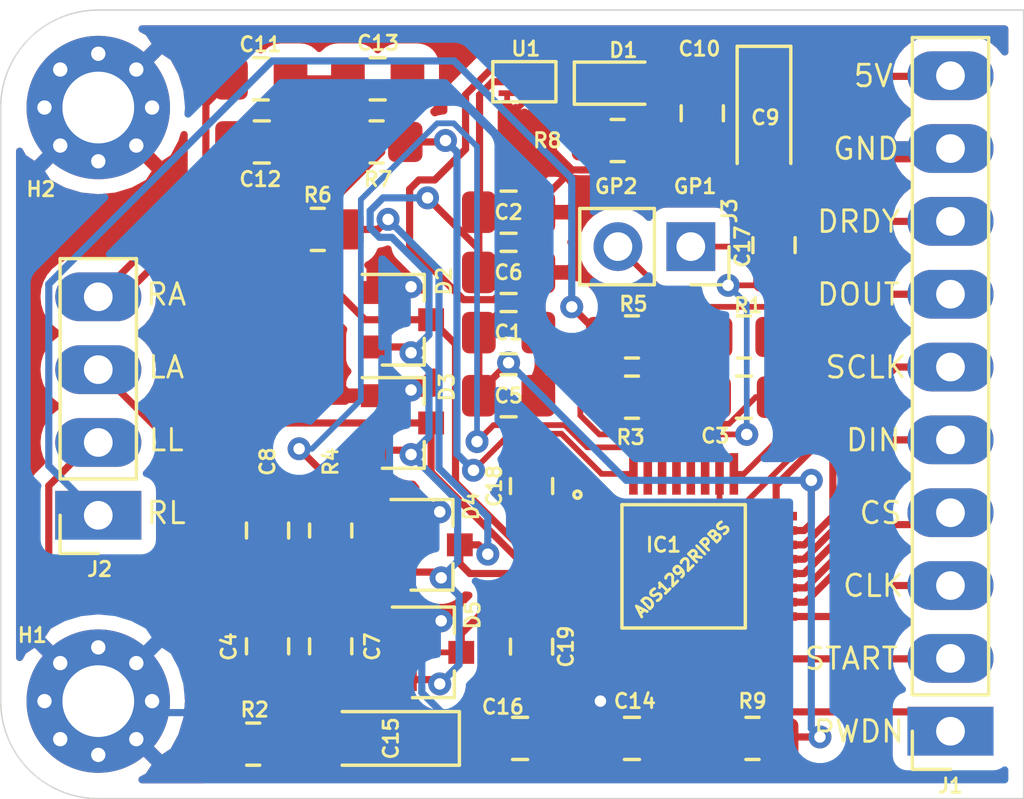
<source format=kicad_pcb>
(kicad_pcb (version 20171130) (host pcbnew 5.1.8-5.fc32)

  (general
    (thickness 1.6)
    (drawings 25)
    (tracks 363)
    (zones 0)
    (modules 40)
    (nets 41)
  )

  (page A4)
  (title_block
    (title "ADS1292RIPBS Breakout Board")
    (date 2020-12-30)
    (rev 0.1)
    (company "Upside Down Labs")
    (comment 1 "3.3v logic ECG AFE board")
    (comment 2 "4 electrode 24bit ECG system")
    (comment 3 "2 lead ECG + Respiration")
    (comment 4 "ADS1292RIPBS Breakout Board")
  )

  (layers
    (0 F.Cu signal)
    (31 B.Cu signal)
    (32 B.Adhes user)
    (33 F.Adhes user)
    (34 B.Paste user)
    (35 F.Paste user)
    (36 B.SilkS user)
    (37 F.SilkS user)
    (38 B.Mask user)
    (39 F.Mask user)
    (40 Dwgs.User user)
    (41 Cmts.User user)
    (42 Eco1.User user)
    (43 Eco2.User user)
    (44 Edge.Cuts user)
    (45 Margin user hide)
    (46 B.CrtYd user hide)
    (47 F.CrtYd user)
    (48 B.Fab user hide)
    (49 F.Fab user hide)
  )

  (setup
    (last_trace_width 0.2)
    (user_trace_width 0.2)
    (user_trace_width 0.3)
    (trace_clearance 0.1)
    (zone_clearance 0.508)
    (zone_45_only no)
    (trace_min 0.2)
    (via_size 0.8)
    (via_drill 0.4)
    (via_min_size 0.4)
    (via_min_drill 0.3)
    (user_via 0.4 0.3)
    (uvia_size 0.3)
    (uvia_drill 0.1)
    (uvias_allowed no)
    (uvia_min_size 0.2)
    (uvia_min_drill 0.1)
    (edge_width 0.05)
    (segment_width 0.2)
    (pcb_text_width 0.3)
    (pcb_text_size 1.5 1.5)
    (mod_edge_width 0.12)
    (mod_text_size 0.75 0.75)
    (mod_text_width 0.1)
    (pad_size 3 1.7)
    (pad_drill 1)
    (pad_to_mask_clearance 0)
    (aux_axis_origin 0 0)
    (visible_elements FFFFFF7F)
    (pcbplotparams
      (layerselection 0x010fc_ffffffff)
      (usegerberextensions false)
      (usegerberattributes true)
      (usegerberadvancedattributes true)
      (creategerberjobfile true)
      (excludeedgelayer true)
      (linewidth 0.100000)
      (plotframeref false)
      (viasonmask false)
      (mode 1)
      (useauxorigin false)
      (hpglpennumber 1)
      (hpglpenspeed 20)
      (hpglpendiameter 15.000000)
      (psnegative false)
      (psa4output false)
      (plotreference true)
      (plotvalue true)
      (plotinvisibletext false)
      (padsonsilk false)
      (subtractmaskfromsilk false)
      (outputformat 1)
      (mirror false)
      (drillshape 1)
      (scaleselection 1)
      (outputdirectory ""))
  )

  (net 0 "")
  (net 1 GND)
  (net 2 DVDD)
  (net 3 AVDD)
  (net 4 RLDOUT)
  (net 5 RLDINV)
  (net 6 "Net-(C4-Pad2)")
  (net 7 LA)
  (net 8 "Net-(C7-Pad2)")
  (net 9 IN1P)
  (net 10 5V)
  (net 11 "Net-(C11-Pad2)")
  (net 12 RA)
  (net 13 "Net-(C12-Pad2)")
  (net 14 IN1N)
  (net 15 VCAP1)
  (net 16 VREFP)
  (net 17 VCAP2)
  (net 18 "Net-(C18-Pad2)")
  (net 19 "Net-(C18-Pad1)")
  (net 20 "Net-(C19-Pad2)")
  (net 21 "Net-(C19-Pad1)")
  (net 22 "Net-(D1-Pad1)")
  (net 23 IN2N)
  (net 24 IN2P)
  (net 25 CLKSEL)
  (net 26 PWDN)
  (net 27 START)
  (net 28 CLK)
  (net 29 CS)
  (net 30 DIN)
  (net 31 SCLK)
  (net 32 DOUT)
  (net 33 DRDY)
  (net 34 GPIO2)
  (net 35 GPIO1)
  (net 36 RLDIN)
  (net 37 IN3P)
  (net 38 IN3N)
  (net 39 LL)
  (net 40 RL)

  (net_class Default "This is the default net class."
    (clearance 0.1)
    (trace_width 0.25)
    (via_dia 0.8)
    (via_drill 0.4)
    (uvia_dia 0.3)
    (uvia_drill 0.1)
    (add_net 5V)
    (add_net AVDD)
    (add_net CLK)
    (add_net CLKSEL)
    (add_net CS)
    (add_net DIN)
    (add_net DOUT)
    (add_net DRDY)
    (add_net DVDD)
    (add_net GND)
    (add_net GPIO1)
    (add_net GPIO2)
    (add_net IN1N)
    (add_net IN1P)
    (add_net IN2N)
    (add_net IN2P)
    (add_net IN3N)
    (add_net IN3P)
    (add_net LA)
    (add_net LL)
    (add_net "Net-(C11-Pad2)")
    (add_net "Net-(C12-Pad2)")
    (add_net "Net-(C18-Pad1)")
    (add_net "Net-(C18-Pad2)")
    (add_net "Net-(C19-Pad1)")
    (add_net "Net-(C19-Pad2)")
    (add_net "Net-(C4-Pad2)")
    (add_net "Net-(C7-Pad2)")
    (add_net "Net-(D1-Pad1)")
    (add_net PWDN)
    (add_net RA)
    (add_net RL)
    (add_net RLDIN)
    (add_net RLDINV)
    (add_net RLDOUT)
    (add_net SCLK)
    (add_net START)
    (add_net VCAP1)
    (add_net VCAP2)
    (add_net VREFP)
  )

  (module udlabs:ADS1292RIPBS (layer F.Cu) (tedit 5FC3BA06) (tstamp 5FE9CE87)
    (at 148.84 97.62)
    (descr "PBS (S-PQFP-G32)")
    (tags "Integrated Circuit")
    (path /5FC3CE49)
    (attr smd)
    (fp_text reference IC1 (at -0.7 -0.75) (layer F.SilkS)
      (effects (font (size 0.5 0.5) (thickness 0.1)))
    )
    (fp_text value ADS1292RIPBS (at 0 6) (layer F.SilkS) hide
      (effects (font (size 0.5 0.5) (thickness 0.1)))
    )
    (fp_line (start -4.2 -4.2) (end 4.2 -4.2) (layer F.CrtYd) (width 0.05))
    (fp_line (start 4.2 -4.2) (end 4.2 4.2) (layer F.CrtYd) (width 0.05))
    (fp_line (start 4.2 4.2) (end -4.2 4.2) (layer F.CrtYd) (width 0.05))
    (fp_line (start -4.2 4.2) (end -4.2 -4.2) (layer F.CrtYd) (width 0.05))
    (fp_line (start -2.5 -2.5) (end 2.5 -2.5) (layer F.Fab) (width 0.15))
    (fp_line (start 2.5 -2.5) (end 2.5 2.5) (layer F.Fab) (width 0.15))
    (fp_line (start 2.5 2.5) (end -2.5 2.5) (layer F.Fab) (width 0.15))
    (fp_line (start -2.5 2.5) (end -2.5 -2.5) (layer F.Fab) (width 0.15))
    (fp_line (start -2.5 -2) (end -2 -2.5) (layer F.Fab) (width 0.15))
    (fp_line (start -2.15 -2.15) (end 2.15 -2.15) (layer F.SilkS) (width 0.12))
    (fp_line (start 2.15 -2.15) (end 2.15 2.15) (layer F.SilkS) (width 0.12))
    (fp_line (start 2.15 2.15) (end -2.15 2.15) (layer F.SilkS) (width 0.12))
    (fp_line (start -2.15 2.15) (end -2.15 -2.15) (layer F.SilkS) (width 0.12))
    (fp_circle (center -3.7 -2.5) (end -3.7 -2.375) (layer F.SilkS) (width 0.12))
    (fp_text user %R (at 0 0) (layer F.Fab)
      (effects (font (size 0.5 0.5) (thickness 0.1)))
    )
    (pad 1 smd rect (at -3.225 -1.75 90) (size 0.3 1.45) (layers F.Cu F.Paste F.Mask)
      (net 19 "Net-(C18-Pad1)"))
    (pad 2 smd rect (at -3.225 -1.25 90) (size 0.3 1.45) (layers F.Cu F.Paste F.Mask)
      (net 18 "Net-(C18-Pad2)"))
    (pad 3 smd rect (at -3.225 -0.75 90) (size 0.3 1.45) (layers F.Cu F.Paste F.Mask)
      (net 14 IN1N))
    (pad 4 smd rect (at -3.225 -0.25 90) (size 0.3 1.45) (layers F.Cu F.Paste F.Mask)
      (net 9 IN1P))
    (pad 5 smd rect (at -3.225 0.25 90) (size 0.3 1.45) (layers F.Cu F.Paste F.Mask)
      (net 23 IN2N))
    (pad 6 smd rect (at -3.225 0.75 90) (size 0.3 1.45) (layers F.Cu F.Paste F.Mask)
      (net 24 IN2P))
    (pad 7 smd rect (at -3.225 1.25 90) (size 0.3 1.45) (layers F.Cu F.Paste F.Mask)
      (net 21 "Net-(C19-Pad1)"))
    (pad 8 smd rect (at -3.225 1.75 90) (size 0.3 1.45) (layers F.Cu F.Paste F.Mask)
      (net 20 "Net-(C19-Pad2)"))
    (pad 9 smd rect (at -1.75 3.225) (size 0.3 1.45) (layers F.Cu F.Paste F.Mask)
      (net 16 VREFP))
    (pad 10 smd rect (at -1.25 3.225) (size 0.3 1.45) (layers F.Cu F.Paste F.Mask)
      (net 1 GND))
    (pad 11 smd rect (at -0.75 3.225) (size 0.3 1.45) (layers F.Cu F.Paste F.Mask)
      (net 15 VCAP1))
    (pad 12 smd rect (at -0.25 3.225) (size 0.3 1.45) (layers F.Cu F.Paste F.Mask)
      (net 3 AVDD))
    (pad 13 smd rect (at 0.25 3.225) (size 0.3 1.45) (layers F.Cu F.Paste F.Mask)
      (net 1 GND))
    (pad 14 smd rect (at 0.75 3.225) (size 0.3 1.45) (layers F.Cu F.Paste F.Mask)
      (net 25 CLKSEL))
    (pad 15 smd rect (at 1.25 3.225) (size 0.3 1.45) (layers F.Cu F.Paste F.Mask)
      (net 26 PWDN))
    (pad 16 smd rect (at 1.75 3.225) (size 0.3 1.45) (layers F.Cu F.Paste F.Mask)
      (net 27 START))
    (pad 17 smd rect (at 3.225 1.75 90) (size 0.3 1.45) (layers F.Cu F.Paste F.Mask)
      (net 28 CLK))
    (pad 18 smd rect (at 3.225 1.25 90) (size 0.3 1.45) (layers F.Cu F.Paste F.Mask)
      (net 29 CS))
    (pad 19 smd rect (at 3.225 0.75 90) (size 0.3 1.45) (layers F.Cu F.Paste F.Mask)
      (net 30 DIN))
    (pad 20 smd rect (at 3.225 0.25 90) (size 0.3 1.45) (layers F.Cu F.Paste F.Mask)
      (net 31 SCLK))
    (pad 21 smd rect (at 3.225 -0.25 90) (size 0.3 1.45) (layers F.Cu F.Paste F.Mask)
      (net 32 DOUT))
    (pad 22 smd rect (at 3.225 -0.75 90) (size 0.3 1.45) (layers F.Cu F.Paste F.Mask)
      (net 33 DRDY))
    (pad 23 smd rect (at 3.225 -1.25 90) (size 0.3 1.45) (layers F.Cu F.Paste F.Mask)
      (net 2 DVDD))
    (pad 24 smd rect (at 3.225 -1.75 90) (size 0.3 1.45) (layers F.Cu F.Paste F.Mask)
      (net 1 GND))
    (pad 25 smd rect (at 1.75 -3.225) (size 0.3 1.45) (layers F.Cu F.Paste F.Mask)
      (net 34 GPIO2))
    (pad 26 smd rect (at 1.25 -3.225) (size 0.3 1.45) (layers F.Cu F.Paste F.Mask)
      (net 35 GPIO1))
    (pad 27 smd rect (at 0.75 -3.225) (size 0.3 1.45) (layers F.Cu F.Paste F.Mask)
      (net 17 VCAP2))
    (pad 28 smd rect (at 0.25 -3.225) (size 0.3 1.45) (layers F.Cu F.Paste F.Mask)
      (net 5 RLDINV))
    (pad 29 smd rect (at -0.25 -3.225) (size 0.3 1.45) (layers F.Cu F.Paste F.Mask)
      (net 36 RLDIN))
    (pad 30 smd rect (at -0.75 -3.225) (size 0.3 1.45) (layers F.Cu F.Paste F.Mask)
      (net 4 RLDOUT))
    (pad 31 smd rect (at -1.25 -3.225) (size 0.3 1.45) (layers F.Cu F.Paste F.Mask)
      (net 37 IN3P))
    (pad 32 smd rect (at -1.75 -3.225) (size 0.3 1.45) (layers F.Cu F.Paste F.Mask)
      (net 38 IN3N))
    (model ${KISYS3DMOD}/Package_QFP.3dshapes/LQFP-32_5x5mm_P0.5mm.step
      (at (xyz 0 0 0))
      (scale (xyz 1 1 1))
      (rotate (xyz 0 0 0))
    )
  )

  (module Package_TO_SOT_SMD:SOT-23 (layer F.Cu) (tedit 5A02FF57) (tstamp 5FE9CE34)
    (at 140.09 100.62)
    (descr "SOT-23, Standard")
    (tags SOT-23)
    (path /5FE8BD02)
    (attr smd)
    (fp_text reference D5 (at 1.4 -1.3 90) (layer F.SilkS)
      (effects (font (size 0.5 0.5) (thickness 0.1)))
    )
    (fp_text value BAV99 (at 0 2.5) (layer F.Fab)
      (effects (font (size 0.5 0.5) (thickness 0.1)))
    )
    (fp_line (start -0.7 -0.95) (end -0.7 1.5) (layer F.Fab) (width 0.15))
    (fp_line (start -0.15 -1.52) (end 0.7 -1.52) (layer F.Fab) (width 0.15))
    (fp_line (start -0.7 -0.95) (end -0.15 -1.52) (layer F.Fab) (width 0.15))
    (fp_line (start 0.7 -1.52) (end 0.7 1.52) (layer F.Fab) (width 0.15))
    (fp_line (start -0.7 1.52) (end 0.7 1.52) (layer F.Fab) (width 0.15))
    (fp_line (start 0.76 1.58) (end 0.76 0.65) (layer F.SilkS) (width 0.12))
    (fp_line (start 0.76 -1.58) (end 0.76 -0.65) (layer F.SilkS) (width 0.12))
    (fp_line (start -1.7 -1.75) (end 1.7 -1.75) (layer F.CrtYd) (width 0.05))
    (fp_line (start 1.7 -1.75) (end 1.7 1.75) (layer F.CrtYd) (width 0.05))
    (fp_line (start 1.7 1.75) (end -1.7 1.75) (layer F.CrtYd) (width 0.05))
    (fp_line (start -1.7 1.75) (end -1.7 -1.75) (layer F.CrtYd) (width 0.05))
    (fp_line (start 0.76 -1.58) (end -1.4 -1.58) (layer F.SilkS) (width 0.12))
    (fp_line (start 0.76 1.58) (end -0.7 1.58) (layer F.SilkS) (width 0.12))
    (fp_text user %R (at 0 0 90) (layer F.Fab)
      (effects (font (size 0.5 0.5) (thickness 0.1)))
    )
    (pad 3 smd rect (at 1 0) (size 0.9 0.8) (layers F.Cu F.Paste F.Mask)
      (net 24 IN2P))
    (pad 2 smd rect (at -1 0.95) (size 0.9 0.8) (layers F.Cu F.Paste F.Mask)
      (net 3 AVDD))
    (pad 1 smd rect (at -1 -0.95) (size 0.9 0.8) (layers F.Cu F.Paste F.Mask)
      (net 1 GND))
    (model ${KISYS3DMOD}/Package_TO_SOT_SMD.3dshapes/SOT-23.wrl
      (at (xyz 0 0 0))
      (scale (xyz 1 1 1))
      (rotate (xyz 0 0 0))
    )
  )

  (module Package_TO_SOT_SMD:SOT-23 (layer F.Cu) (tedit 5A02FF57) (tstamp 5FE9CE0A)
    (at 139.04 92.62)
    (descr "SOT-23, Standard")
    (tags SOT-23)
    (path /5FE34EB7)
    (attr smd)
    (fp_text reference D3 (at 1.55 -1.25 90) (layer F.SilkS)
      (effects (font (size 0.5 0.5) (thickness 0.1)))
    )
    (fp_text value BAV99 (at 0 2.5) (layer F.Fab)
      (effects (font (size 0.5 0.5) (thickness 0.1)))
    )
    (fp_line (start -0.7 -0.95) (end -0.7 1.5) (layer F.Fab) (width 0.15))
    (fp_line (start -0.15 -1.52) (end 0.7 -1.52) (layer F.Fab) (width 0.15))
    (fp_line (start -0.7 -0.95) (end -0.15 -1.52) (layer F.Fab) (width 0.15))
    (fp_line (start 0.7 -1.52) (end 0.7 1.52) (layer F.Fab) (width 0.15))
    (fp_line (start -0.7 1.52) (end 0.7 1.52) (layer F.Fab) (width 0.15))
    (fp_line (start 0.76 1.58) (end 0.76 0.65) (layer F.SilkS) (width 0.12))
    (fp_line (start 0.76 -1.58) (end 0.76 -0.65) (layer F.SilkS) (width 0.12))
    (fp_line (start -1.7 -1.75) (end 1.7 -1.75) (layer F.CrtYd) (width 0.05))
    (fp_line (start 1.7 -1.75) (end 1.7 1.75) (layer F.CrtYd) (width 0.05))
    (fp_line (start 1.7 1.75) (end -1.7 1.75) (layer F.CrtYd) (width 0.05))
    (fp_line (start -1.7 1.75) (end -1.7 -1.75) (layer F.CrtYd) (width 0.05))
    (fp_line (start 0.76 -1.58) (end -1.4 -1.58) (layer F.SilkS) (width 0.12))
    (fp_line (start 0.76 1.58) (end -0.7 1.58) (layer F.SilkS) (width 0.12))
    (fp_text user %R (at 0 0 90) (layer F.Fab)
      (effects (font (size 0.5 0.5) (thickness 0.1)))
    )
    (pad 3 smd rect (at 1 0) (size 0.9 0.8) (layers F.Cu F.Paste F.Mask)
      (net 9 IN1P))
    (pad 2 smd rect (at -1 0.95) (size 0.9 0.8) (layers F.Cu F.Paste F.Mask)
      (net 3 AVDD))
    (pad 1 smd rect (at -1 -0.95) (size 0.9 0.8) (layers F.Cu F.Paste F.Mask)
      (net 1 GND))
    (model ${KISYS3DMOD}/Package_TO_SOT_SMD.3dshapes/SOT-23.wrl
      (at (xyz 0 0 0))
      (scale (xyz 1 1 1))
      (rotate (xyz 0 0 0))
    )
  )

  (module Package_TO_SOT_SMD:SOT-23 (layer F.Cu) (tedit 5A02FF57) (tstamp 5FE9CDF5)
    (at 139.04 89.02)
    (descr "SOT-23, Standard")
    (tags SOT-23)
    (path /5FC62412)
    (attr smd)
    (fp_text reference D2 (at 1.45 -1.35 90) (layer F.SilkS)
      (effects (font (size 0.5 0.5) (thickness 0.1)))
    )
    (fp_text value BAV99 (at 0 2.5) (layer F.Fab)
      (effects (font (size 0.5 0.5) (thickness 0.1)))
    )
    (fp_line (start -0.7 -0.95) (end -0.7 1.5) (layer F.Fab) (width 0.15))
    (fp_line (start -0.15 -1.52) (end 0.7 -1.52) (layer F.Fab) (width 0.15))
    (fp_line (start -0.7 -0.95) (end -0.15 -1.52) (layer F.Fab) (width 0.15))
    (fp_line (start 0.7 -1.52) (end 0.7 1.52) (layer F.Fab) (width 0.15))
    (fp_line (start -0.7 1.52) (end 0.7 1.52) (layer F.Fab) (width 0.15))
    (fp_line (start 0.76 1.58) (end 0.76 0.65) (layer F.SilkS) (width 0.12))
    (fp_line (start 0.76 -1.58) (end 0.76 -0.65) (layer F.SilkS) (width 0.12))
    (fp_line (start -1.7 -1.75) (end 1.7 -1.75) (layer F.CrtYd) (width 0.05))
    (fp_line (start 1.7 -1.75) (end 1.7 1.75) (layer F.CrtYd) (width 0.05))
    (fp_line (start 1.7 1.75) (end -1.7 1.75) (layer F.CrtYd) (width 0.05))
    (fp_line (start -1.7 1.75) (end -1.7 -1.75) (layer F.CrtYd) (width 0.05))
    (fp_line (start 0.76 -1.58) (end -1.4 -1.58) (layer F.SilkS) (width 0.12))
    (fp_line (start 0.76 1.58) (end -0.7 1.58) (layer F.SilkS) (width 0.12))
    (fp_text user %R (at 0 0 90) (layer F.Fab)
      (effects (font (size 0.5 0.5) (thickness 0.1)))
    )
    (pad 3 smd rect (at 1 0) (size 0.9 0.8) (layers F.Cu F.Paste F.Mask)
      (net 14 IN1N))
    (pad 2 smd rect (at -1 0.95) (size 0.9 0.8) (layers F.Cu F.Paste F.Mask)
      (net 3 AVDD))
    (pad 1 smd rect (at -1 -0.95) (size 0.9 0.8) (layers F.Cu F.Paste F.Mask)
      (net 1 GND))
    (model ${KISYS3DMOD}/Package_TO_SOT_SMD.3dshapes/SOT-23.wrl
      (at (xyz 0 0 0))
      (scale (xyz 1 1 1))
      (rotate (xyz 0 0 0))
    )
  )

  (module Capacitor_SMD:C_0805_2012Metric_Pad1.18x1.45mm_HandSolder (layer F.Cu) (tedit 5F68FEEF) (tstamp 5FE9CDAB)
    (at 151.99 86.42 90)
    (descr "Capacitor SMD 0805 (2012 Metric), square (rectangular) end terminal, IPC_7351 nominal with elongated pad for handsoldering. (Body size source: IPC-SM-782 page 76, https://www.pcb-3d.com/wordpress/wp-content/uploads/ipc-sm-782a_amendment_1_and_2.pdf, https://docs.google.com/spreadsheets/d/1BsfQQcO9C6DZCsRaXUlFlo91Tg2WpOkGARC1WS5S8t0/edit?usp=sharing), generated with kicad-footprint-generator")
    (tags "capacitor handsolder")
    (path /5FC72564)
    (attr smd)
    (fp_text reference C17 (at -0.05 -1.1 270) (layer F.SilkS)
      (effects (font (size 0.5 0.5) (thickness 0.1)))
    )
    (fp_text value 2.2uF (at 0 1.68 90) (layer F.Fab)
      (effects (font (size 0.5 0.5) (thickness 0.1)))
    )
    (fp_line (start -1 0.625) (end -1 -0.625) (layer F.Fab) (width 0.15))
    (fp_line (start -1 -0.625) (end 1 -0.625) (layer F.Fab) (width 0.15))
    (fp_line (start 1 -0.625) (end 1 0.625) (layer F.Fab) (width 0.15))
    (fp_line (start 1 0.625) (end -1 0.625) (layer F.Fab) (width 0.15))
    (fp_line (start -0.261252 -0.735) (end 0.261252 -0.735) (layer F.SilkS) (width 0.12))
    (fp_line (start -0.261252 0.735) (end 0.261252 0.735) (layer F.SilkS) (width 0.12))
    (fp_line (start -1.88 0.98) (end -1.88 -0.98) (layer F.CrtYd) (width 0.05))
    (fp_line (start -1.88 -0.98) (end 1.88 -0.98) (layer F.CrtYd) (width 0.05))
    (fp_line (start 1.88 -0.98) (end 1.88 0.98) (layer F.CrtYd) (width 0.05))
    (fp_line (start 1.88 0.98) (end -1.88 0.98) (layer F.CrtYd) (width 0.05))
    (fp_text user %R (at 0 0 90) (layer F.Fab)
      (effects (font (size 0.5 0.5) (thickness 0.1)))
    )
    (pad 2 smd roundrect (at 1.0375 0 90) (size 1.175 1.45) (layers F.Cu F.Paste F.Mask) (roundrect_rratio 0.212766)
      (net 1 GND))
    (pad 1 smd roundrect (at -1.0375 0 90) (size 1.175 1.45) (layers F.Cu F.Paste F.Mask) (roundrect_rratio 0.212766)
      (net 17 VCAP2))
    (model ${KISYS3DMOD}/Capacitor_SMD.3dshapes/C_0805_2012Metric.wrl
      (at (xyz 0 0 0))
      (scale (xyz 1 1 1))
      (rotate (xyz 0 0 0))
    )
  )

  (module udlabs:S-PX2SON-N6 (layer F.Cu) (tedit 5FE33BE3) (tstamp 5FE9CFB5)
    (at 143.29 78.12)
    (path /5FE3BB36)
    (fp_text reference U1 (at 0.05 1.45) (layer F.SilkS)
      (effects (font (size 0.5 0.5) (thickness 0.1)))
    )
    (fp_text value TLV7163318PDPQR (at 0 -0.5) (layer F.Fab)
      (effects (font (size 0.5 0.5) (thickness 0.1)))
    )
    (fp_line (start 1.1 1.9) (end -1.1 1.9) (layer F.CrtYd) (width 0.05))
    (fp_line (start 1.1 3.3) (end 1.1 1.9) (layer F.CrtYd) (width 0.05))
    (fp_line (start -1.1 3.3) (end 1.1 3.3) (layer F.CrtYd) (width 0.05))
    (fp_line (start -1.1 1.9) (end -1.1 3.3) (layer F.CrtYd) (width 0.05))
    (fp_line (start 1.1 1.9) (end -1.1 1.9) (layer F.SilkS) (width 0.12))
    (fp_line (start 1.1 3.3) (end 1.1 1.9) (layer F.SilkS) (width 0.12))
    (fp_line (start -1.1 3.3) (end 1.1 3.3) (layer F.SilkS) (width 0.12))
    (fp_line (start -1.1 1.9) (end -1.1 3.3) (layer F.SilkS) (width 0.12))
    (pad 7 smd rect (at 0 2.6 90) (size 0.94 0.3) (layers F.Cu F.Paste F.Mask)
      (net 1 GND))
    (pad 6 smd rect (at 0.6 3 90) (size 0.2 0.6) (layers F.Cu F.Paste F.Mask)
      (net 10 5V))
    (pad 5 smd rect (at 0.6 2.6 90) (size 0.2 0.6) (layers F.Cu F.Paste F.Mask)
      (net 10 5V))
    (pad 4 smd rect (at 0.6 2.2 90) (size 0.2 0.6) (layers F.Cu F.Paste F.Mask)
      (net 10 5V))
    (pad 3 smd rect (at -0.6 3 90) (size 0.2 0.6) (layers F.Cu F.Paste F.Mask)
      (net 1 GND))
    (pad 2 smd rect (at -0.6 2.6 90) (size 0.2 0.6) (layers F.Cu F.Paste F.Mask)
      (net 3 AVDD))
    (pad 1 smd rect (at -0.6 2.2 90) (size 0.2 0.6) (layers F.Cu F.Paste F.Mask)
      (net 2 DVDD))
    (model /home/lorforlinux/KiCAD/3D/SN74LVC1G04DSFR.STEP
      (offset (xyz -0.04 -2.599 0))
      (scale (xyz 1 0.8 1.13))
      (rotate (xyz -90 0 0))
    )
  )

  (module Connector_PinSocket_2.54mm:PinSocket_1x02_P2.54mm_Vertical (layer F.Cu) (tedit 5A19A420) (tstamp 5FE9CED3)
    (at 149.09 86.47 270)
    (descr "Through hole straight socket strip, 1x02, 2.54mm pitch, single row (from Kicad 4.0.7), script generated")
    (tags "Through hole socket strip THT 1x02 2.54mm single row")
    (path /6027F18B)
    (fp_text reference J3 (at -1.25 -1.35 90) (layer F.SilkS)
      (effects (font (size 0.5 0.5) (thickness 0.1)))
    )
    (fp_text value Conn_01x02_Male (at 0 5.31 90) (layer F.Fab)
      (effects (font (size 0.5 0.5) (thickness 0.1)))
    )
    (fp_line (start -1.27 -1.27) (end 0.635 -1.27) (layer F.Fab) (width 0.15))
    (fp_line (start 0.635 -1.27) (end 1.27 -0.635) (layer F.Fab) (width 0.15))
    (fp_line (start 1.27 -0.635) (end 1.27 3.81) (layer F.Fab) (width 0.15))
    (fp_line (start 1.27 3.81) (end -1.27 3.81) (layer F.Fab) (width 0.15))
    (fp_line (start -1.27 3.81) (end -1.27 -1.27) (layer F.Fab) (width 0.15))
    (fp_line (start -1.33 1.27) (end 1.33 1.27) (layer F.SilkS) (width 0.12))
    (fp_line (start -1.33 1.27) (end -1.33 3.87) (layer F.SilkS) (width 0.12))
    (fp_line (start -1.33 3.87) (end 1.33 3.87) (layer F.SilkS) (width 0.12))
    (fp_line (start 1.33 1.27) (end 1.33 3.87) (layer F.SilkS) (width 0.12))
    (fp_line (start 1.33 -1.33) (end 1.33 0) (layer F.SilkS) (width 0.12))
    (fp_line (start 0 -1.33) (end 1.33 -1.33) (layer F.SilkS) (width 0.12))
    (fp_line (start -1.8 -1.8) (end 1.75 -1.8) (layer F.CrtYd) (width 0.05))
    (fp_line (start 1.75 -1.8) (end 1.75 4.3) (layer F.CrtYd) (width 0.05))
    (fp_line (start 1.75 4.3) (end -1.8 4.3) (layer F.CrtYd) (width 0.05))
    (fp_line (start -1.8 4.3) (end -1.8 -1.8) (layer F.CrtYd) (width 0.05))
    (fp_text user %R (at 0 1.27) (layer F.Fab)
      (effects (font (size 0.5 0.5) (thickness 0.1)))
    )
    (pad 2 thru_hole oval (at 0 2.54 270) (size 1.7 1.7) (drill 1) (layers *.Cu *.Mask)
      (net 34 GPIO2))
    (pad 1 thru_hole rect (at 0 0 270) (size 1.7 1.7) (drill 1) (layers *.Cu *.Mask)
      (net 35 GPIO1))
  )

  (module MountingHole:MountingHole_2.5mm_Pad_Via (layer F.Cu) (tedit 56DDBAEA) (tstamp 5FE9CE54)
    (at 128.44 81.62)
    (descr "Mounting Hole 2.5mm")
    (tags "mounting hole 2.5mm")
    (path /609724DB)
    (attr virtual)
    (fp_text reference H2 (at -2 2.85) (layer F.SilkS)
      (effects (font (size 0.5 0.5) (thickness 0.1)))
    )
    (fp_text value MountingHole_Pad (at 0 3.5) (layer F.Fab)
      (effects (font (size 0.5 0.5) (thickness 0.1)))
    )
    (fp_circle (center 0 0) (end 2.5 0) (layer Cmts.User) (width 0.15))
    (fp_circle (center 0 0) (end 2.75 0) (layer F.CrtYd) (width 0.05))
    (fp_text user %R (at 0.3 0) (layer F.Fab)
      (effects (font (size 0.5 0.5) (thickness 0.1)))
    )
    (pad 1 thru_hole circle (at 1.325825 -1.325825) (size 0.8 0.8) (drill 0.5) (layers *.Cu *.Mask)
      (net 1 GND))
    (pad 1 thru_hole circle (at 0 -1.875) (size 0.8 0.8) (drill 0.5) (layers *.Cu *.Mask)
      (net 1 GND))
    (pad 1 thru_hole circle (at -1.325825 -1.325825) (size 0.8 0.8) (drill 0.5) (layers *.Cu *.Mask)
      (net 1 GND))
    (pad 1 thru_hole circle (at -1.875 0) (size 0.8 0.8) (drill 0.5) (layers *.Cu *.Mask)
      (net 1 GND))
    (pad 1 thru_hole circle (at -1.325825 1.325825) (size 0.8 0.8) (drill 0.5) (layers *.Cu *.Mask)
      (net 1 GND))
    (pad 1 thru_hole circle (at 0 1.875) (size 0.8 0.8) (drill 0.5) (layers *.Cu *.Mask)
      (net 1 GND))
    (pad 1 thru_hole circle (at 1.325825 1.325825) (size 0.8 0.8) (drill 0.5) (layers *.Cu *.Mask)
      (net 1 GND))
    (pad 1 thru_hole circle (at 1.875 0) (size 0.8 0.8) (drill 0.5) (layers *.Cu *.Mask)
      (net 1 GND))
    (pad 1 thru_hole circle (at 0 0) (size 5 5) (drill 2.5) (layers *.Cu *.Mask)
      (net 1 GND))
  )

  (module MountingHole:MountingHole_2.5mm_Pad_Via (layer F.Cu) (tedit 56DDBAEA) (tstamp 5FE9CE44)
    (at 128.44 102.32)
    (descr "Mounting Hole 2.5mm")
    (tags "mounting hole 2.5mm")
    (path /6095C0F0)
    (attr virtual)
    (fp_text reference H1 (at -2.3 -2.3) (layer F.SilkS)
      (effects (font (size 0.5 0.5) (thickness 0.1)))
    )
    (fp_text value MountingHole_Pad (at 0 3.5) (layer F.Fab)
      (effects (font (size 0.5 0.5) (thickness 0.1)))
    )
    (fp_circle (center 0 0) (end 2.5 0) (layer Cmts.User) (width 0.15))
    (fp_circle (center 0 0) (end 2.75 0) (layer F.CrtYd) (width 0.05))
    (fp_text user %R (at 0.3 0) (layer F.Fab)
      (effects (font (size 0.5 0.5) (thickness 0.1)))
    )
    (pad 1 thru_hole circle (at 1.325825 -1.325825) (size 0.8 0.8) (drill 0.5) (layers *.Cu *.Mask)
      (net 1 GND))
    (pad 1 thru_hole circle (at 0 -1.875) (size 0.8 0.8) (drill 0.5) (layers *.Cu *.Mask)
      (net 1 GND))
    (pad 1 thru_hole circle (at -1.325825 -1.325825) (size 0.8 0.8) (drill 0.5) (layers *.Cu *.Mask)
      (net 1 GND))
    (pad 1 thru_hole circle (at -1.875 0) (size 0.8 0.8) (drill 0.5) (layers *.Cu *.Mask)
      (net 1 GND))
    (pad 1 thru_hole circle (at -1.325825 1.325825) (size 0.8 0.8) (drill 0.5) (layers *.Cu *.Mask)
      (net 1 GND))
    (pad 1 thru_hole circle (at 0 1.875) (size 0.8 0.8) (drill 0.5) (layers *.Cu *.Mask)
      (net 1 GND))
    (pad 1 thru_hole circle (at 1.325825 1.325825) (size 0.8 0.8) (drill 0.5) (layers *.Cu *.Mask)
      (net 1 GND))
    (pad 1 thru_hole circle (at 1.875 0) (size 0.8 0.8) (drill 0.5) (layers *.Cu *.Mask)
      (net 1 GND))
    (pad 1 thru_hole circle (at 0 0) (size 5 5) (drill 2.5) (layers *.Cu *.Mask)
      (net 1 GND))
  )

  (module Resistor_SMD:R_0805_2012Metric_Pad1.20x1.40mm_HandSolder (layer F.Cu) (tedit 5F68FEEE) (tstamp 5FE9CFA2)
    (at 151.24 103.62 180)
    (descr "Resistor SMD 0805 (2012 Metric), square (rectangular) end terminal, IPC_7351 nominal with elongated pad for handsoldering. (Body size source: IPC-SM-782 page 72, https://www.pcb-3d.com/wordpress/wp-content/uploads/ipc-sm-782a_amendment_1_and_2.pdf), generated with kicad-footprint-generator")
    (tags "resistor handsolder")
    (path /60266AED)
    (attr smd)
    (fp_text reference R9 (at 0 1.3) (layer F.SilkS)
      (effects (font (size 0.5 0.5) (thickness 0.1)))
    )
    (fp_text value 10K (at 0 1.65) (layer F.Fab)
      (effects (font (size 0.5 0.5) (thickness 0.1)))
    )
    (fp_line (start -1 0.625) (end -1 -0.625) (layer F.Fab) (width 0.15))
    (fp_line (start -1 -0.625) (end 1 -0.625) (layer F.Fab) (width 0.15))
    (fp_line (start 1 -0.625) (end 1 0.625) (layer F.Fab) (width 0.15))
    (fp_line (start 1 0.625) (end -1 0.625) (layer F.Fab) (width 0.15))
    (fp_line (start -0.227064 -0.735) (end 0.227064 -0.735) (layer F.SilkS) (width 0.12))
    (fp_line (start -0.227064 0.735) (end 0.227064 0.735) (layer F.SilkS) (width 0.12))
    (fp_line (start -1.85 0.95) (end -1.85 -0.95) (layer F.CrtYd) (width 0.05))
    (fp_line (start -1.85 -0.95) (end 1.85 -0.95) (layer F.CrtYd) (width 0.05))
    (fp_line (start 1.85 -0.95) (end 1.85 0.95) (layer F.CrtYd) (width 0.05))
    (fp_line (start 1.85 0.95) (end -1.85 0.95) (layer F.CrtYd) (width 0.05))
    (fp_text user %R (at 0 0) (layer F.Fab)
      (effects (font (size 0.5 0.5) (thickness 0.1)))
    )
    (pad 2 smd roundrect (at 1 0 180) (size 1.2 1.4) (layers F.Cu F.Paste F.Mask) (roundrect_rratio 0.208333)
      (net 25 CLKSEL))
    (pad 1 smd roundrect (at -1 0 180) (size 1.2 1.4) (layers F.Cu F.Paste F.Mask) (roundrect_rratio 0.208333)
      (net 2 DVDD))
    (model ${KISYS3DMOD}/Resistor_SMD.3dshapes/R_0805_2012Metric.wrl
      (at (xyz 0 0 0))
      (scale (xyz 1 1 1))
      (rotate (xyz 0 0 0))
    )
  )

  (module Resistor_SMD:R_0805_2012Metric_Pad1.20x1.40mm_HandSolder (layer F.Cu) (tedit 5F68FEEE) (tstamp 5FE9CF91)
    (at 146.54 82.77)
    (descr "Resistor SMD 0805 (2012 Metric), square (rectangular) end terminal, IPC_7351 nominal with elongated pad for handsoldering. (Body size source: IPC-SM-782 page 72, https://www.pcb-3d.com/wordpress/wp-content/uploads/ipc-sm-782a_amendment_1_and_2.pdf), generated with kicad-footprint-generator")
    (tags "resistor handsolder")
    (path /60180D28)
    (attr smd)
    (fp_text reference R8 (at -2.45 0) (layer F.SilkS)
      (effects (font (size 0.5 0.5) (thickness 0.1)))
    )
    (fp_text value 1K (at 0 1.65) (layer F.Fab)
      (effects (font (size 0.5 0.5) (thickness 0.1)))
    )
    (fp_line (start -1 0.625) (end -1 -0.625) (layer F.Fab) (width 0.15))
    (fp_line (start -1 -0.625) (end 1 -0.625) (layer F.Fab) (width 0.15))
    (fp_line (start 1 -0.625) (end 1 0.625) (layer F.Fab) (width 0.15))
    (fp_line (start 1 0.625) (end -1 0.625) (layer F.Fab) (width 0.15))
    (fp_line (start -0.227064 -0.735) (end 0.227064 -0.735) (layer F.SilkS) (width 0.12))
    (fp_line (start -0.227064 0.735) (end 0.227064 0.735) (layer F.SilkS) (width 0.12))
    (fp_line (start -1.85 0.95) (end -1.85 -0.95) (layer F.CrtYd) (width 0.05))
    (fp_line (start -1.85 -0.95) (end 1.85 -0.95) (layer F.CrtYd) (width 0.05))
    (fp_line (start 1.85 -0.95) (end 1.85 0.95) (layer F.CrtYd) (width 0.05))
    (fp_line (start 1.85 0.95) (end -1.85 0.95) (layer F.CrtYd) (width 0.05))
    (fp_text user %R (at 0 0) (layer F.Fab)
      (effects (font (size 0.5 0.5) (thickness 0.1)))
    )
    (pad 2 smd roundrect (at 1 0) (size 1.2 1.4) (layers F.Cu F.Paste F.Mask) (roundrect_rratio 0.208333)
      (net 1 GND))
    (pad 1 smd roundrect (at -1 0) (size 1.2 1.4) (layers F.Cu F.Paste F.Mask) (roundrect_rratio 0.208333)
      (net 22 "Net-(D1-Pad1)"))
    (model ${KISYS3DMOD}/Resistor_SMD.3dshapes/R_0805_2012Metric.wrl
      (at (xyz 0 0 0))
      (scale (xyz 1 1 1))
      (rotate (xyz 0 0 0))
    )
  )

  (module Resistor_SMD:R_0805_2012Metric_Pad1.20x1.40mm_HandSolder (layer F.Cu) (tedit 5F68FEEE) (tstamp 5FE9CF80)
    (at 138.14 82.82 180)
    (descr "Resistor SMD 0805 (2012 Metric), square (rectangular) end terminal, IPC_7351 nominal with elongated pad for handsoldering. (Body size source: IPC-SM-782 page 72, https://www.pcb-3d.com/wordpress/wp-content/uploads/ipc-sm-782a_amendment_1_and_2.pdf), generated with kicad-footprint-generator")
    (tags "resistor handsolder")
    (path /601F20F6)
    (attr smd)
    (fp_text reference R7 (at -0.05 -1.3) (layer F.SilkS)
      (effects (font (size 0.5 0.5) (thickness 0.1)))
    )
    (fp_text value 40K (at 0 1.65) (layer F.Fab)
      (effects (font (size 0.5 0.5) (thickness 0.1)))
    )
    (fp_line (start -1 0.625) (end -1 -0.625) (layer F.Fab) (width 0.15))
    (fp_line (start -1 -0.625) (end 1 -0.625) (layer F.Fab) (width 0.15))
    (fp_line (start 1 -0.625) (end 1 0.625) (layer F.Fab) (width 0.15))
    (fp_line (start 1 0.625) (end -1 0.625) (layer F.Fab) (width 0.15))
    (fp_line (start -0.227064 -0.735) (end 0.227064 -0.735) (layer F.SilkS) (width 0.12))
    (fp_line (start -0.227064 0.735) (end 0.227064 0.735) (layer F.SilkS) (width 0.12))
    (fp_line (start -1.85 0.95) (end -1.85 -0.95) (layer F.CrtYd) (width 0.05))
    (fp_line (start -1.85 -0.95) (end 1.85 -0.95) (layer F.CrtYd) (width 0.05))
    (fp_line (start 1.85 -0.95) (end 1.85 0.95) (layer F.CrtYd) (width 0.05))
    (fp_line (start 1.85 0.95) (end -1.85 0.95) (layer F.CrtYd) (width 0.05))
    (fp_text user %R (at 0 0) (layer F.Fab)
      (effects (font (size 0.5 0.5) (thickness 0.1)))
    )
    (pad 2 smd roundrect (at 1 0 180) (size 1.2 1.4) (layers F.Cu F.Paste F.Mask) (roundrect_rratio 0.208333)
      (net 13 "Net-(C12-Pad2)"))
    (pad 1 smd roundrect (at -1 0 180) (size 1.2 1.4) (layers F.Cu F.Paste F.Mask) (roundrect_rratio 0.208333)
      (net 38 IN3N))
    (model ${KISYS3DMOD}/Resistor_SMD.3dshapes/R_0805_2012Metric.wrl
      (at (xyz 0 0 0))
      (scale (xyz 1 1 1))
      (rotate (xyz 0 0 0))
    )
  )

  (module Resistor_SMD:R_0805_2012Metric_Pad1.20x1.40mm_HandSolder (layer F.Cu) (tedit 5F68FEEE) (tstamp 5FE9CF6F)
    (at 136.09 85.87)
    (descr "Resistor SMD 0805 (2012 Metric), square (rectangular) end terminal, IPC_7351 nominal with elongated pad for handsoldering. (Body size source: IPC-SM-782 page 72, https://www.pcb-3d.com/wordpress/wp-content/uploads/ipc-sm-782a_amendment_1_and_2.pdf), generated with kicad-footprint-generator")
    (tags "resistor handsolder")
    (path /60109545)
    (attr smd)
    (fp_text reference R6 (at 0 -1.2) (layer F.SilkS)
      (effects (font (size 0.5 0.5) (thickness 0.1)))
    )
    (fp_text value 51K (at 0 1.65) (layer F.Fab)
      (effects (font (size 0.5 0.5) (thickness 0.1)))
    )
    (fp_line (start -1 0.625) (end -1 -0.625) (layer F.Fab) (width 0.15))
    (fp_line (start -1 -0.625) (end 1 -0.625) (layer F.Fab) (width 0.15))
    (fp_line (start 1 -0.625) (end 1 0.625) (layer F.Fab) (width 0.15))
    (fp_line (start 1 0.625) (end -1 0.625) (layer F.Fab) (width 0.15))
    (fp_line (start -0.227064 -0.735) (end 0.227064 -0.735) (layer F.SilkS) (width 0.12))
    (fp_line (start -0.227064 0.735) (end 0.227064 0.735) (layer F.SilkS) (width 0.12))
    (fp_line (start -1.85 0.95) (end -1.85 -0.95) (layer F.CrtYd) (width 0.05))
    (fp_line (start -1.85 -0.95) (end 1.85 -0.95) (layer F.CrtYd) (width 0.05))
    (fp_line (start 1.85 -0.95) (end 1.85 0.95) (layer F.CrtYd) (width 0.05))
    (fp_line (start 1.85 0.95) (end -1.85 0.95) (layer F.CrtYd) (width 0.05))
    (fp_text user %R (at 0 0) (layer F.Fab)
      (effects (font (size 0.5 0.5) (thickness 0.1)))
    )
    (pad 2 smd roundrect (at 1 0) (size 1.2 1.4) (layers F.Cu F.Paste F.Mask) (roundrect_rratio 0.208333)
      (net 23 IN2N))
    (pad 1 smd roundrect (at -1 0) (size 1.2 1.4) (layers F.Cu F.Paste F.Mask) (roundrect_rratio 0.208333)
      (net 12 RA))
    (model ${KISYS3DMOD}/Resistor_SMD.3dshapes/R_0805_2012Metric.wrl
      (at (xyz 0 0 0))
      (scale (xyz 1 1 1))
      (rotate (xyz 0 0 0))
    )
  )

  (module Resistor_SMD:R_0805_2012Metric_Pad1.20x1.40mm_HandSolder (layer F.Cu) (tedit 5F68FEEE) (tstamp 5FE9CF5E)
    (at 147.04 89.62)
    (descr "Resistor SMD 0805 (2012 Metric), square (rectangular) end terminal, IPC_7351 nominal with elongated pad for handsoldering. (Body size source: IPC-SM-782 page 72, https://www.pcb-3d.com/wordpress/wp-content/uploads/ipc-sm-782a_amendment_1_and_2.pdf), generated with kicad-footprint-generator")
    (tags "resistor handsolder")
    (path /5FCAA77D)
    (attr smd)
    (fp_text reference R5 (at 0.05 -1.15) (layer F.SilkS)
      (effects (font (size 0.5 0.5) (thickness 0.1)))
    )
    (fp_text value 100K (at 0 1.65) (layer F.Fab)
      (effects (font (size 0.5 0.5) (thickness 0.1)))
    )
    (fp_line (start -1 0.625) (end -1 -0.625) (layer F.Fab) (width 0.15))
    (fp_line (start -1 -0.625) (end 1 -0.625) (layer F.Fab) (width 0.15))
    (fp_line (start 1 -0.625) (end 1 0.625) (layer F.Fab) (width 0.15))
    (fp_line (start 1 0.625) (end -1 0.625) (layer F.Fab) (width 0.15))
    (fp_line (start -0.227064 -0.735) (end 0.227064 -0.735) (layer F.SilkS) (width 0.12))
    (fp_line (start -0.227064 0.735) (end 0.227064 0.735) (layer F.SilkS) (width 0.12))
    (fp_line (start -1.85 0.95) (end -1.85 -0.95) (layer F.CrtYd) (width 0.05))
    (fp_line (start -1.85 -0.95) (end 1.85 -0.95) (layer F.CrtYd) (width 0.05))
    (fp_line (start 1.85 -0.95) (end 1.85 0.95) (layer F.CrtYd) (width 0.05))
    (fp_line (start 1.85 0.95) (end -1.85 0.95) (layer F.CrtYd) (width 0.05))
    (fp_text user %R (at 0 0) (layer F.Fab)
      (effects (font (size 0.5 0.5) (thickness 0.1)))
    )
    (pad 2 smd roundrect (at 1 0) (size 1.2 1.4) (layers F.Cu F.Paste F.Mask) (roundrect_rratio 0.208333)
      (net 4 RLDOUT))
    (pad 1 smd roundrect (at -1 0) (size 1.2 1.4) (layers F.Cu F.Paste F.Mask) (roundrect_rratio 0.208333)
      (net 40 RL))
    (model ${KISYS3DMOD}/Resistor_SMD.3dshapes/R_0805_2012Metric.wrl
      (at (xyz 0 0 0))
      (scale (xyz 1 1 1))
      (rotate (xyz 0 0 0))
    )
  )

  (module Resistor_SMD:R_0805_2012Metric_Pad1.20x1.40mm_HandSolder (layer F.Cu) (tedit 5F68FEEE) (tstamp 5FE9CF4D)
    (at 136.54 96.37 270)
    (descr "Resistor SMD 0805 (2012 Metric), square (rectangular) end terminal, IPC_7351 nominal with elongated pad for handsoldering. (Body size source: IPC-SM-782 page 72, https://www.pcb-3d.com/wordpress/wp-content/uploads/ipc-sm-782a_amendment_1_and_2.pdf), generated with kicad-footprint-generator")
    (tags "resistor handsolder")
    (path /601ED39B)
    (attr smd)
    (fp_text reference R4 (at -2.4 0 90) (layer F.SilkS)
      (effects (font (size 0.5 0.5) (thickness 0.1)))
    )
    (fp_text value 40K (at 0 1.65 90) (layer F.Fab)
      (effects (font (size 0.5 0.5) (thickness 0.1)))
    )
    (fp_line (start -1 0.625) (end -1 -0.625) (layer F.Fab) (width 0.15))
    (fp_line (start -1 -0.625) (end 1 -0.625) (layer F.Fab) (width 0.15))
    (fp_line (start 1 -0.625) (end 1 0.625) (layer F.Fab) (width 0.15))
    (fp_line (start 1 0.625) (end -1 0.625) (layer F.Fab) (width 0.15))
    (fp_line (start -0.227064 -0.735) (end 0.227064 -0.735) (layer F.SilkS) (width 0.12))
    (fp_line (start -0.227064 0.735) (end 0.227064 0.735) (layer F.SilkS) (width 0.12))
    (fp_line (start -1.85 0.95) (end -1.85 -0.95) (layer F.CrtYd) (width 0.05))
    (fp_line (start -1.85 -0.95) (end 1.85 -0.95) (layer F.CrtYd) (width 0.05))
    (fp_line (start 1.85 -0.95) (end 1.85 0.95) (layer F.CrtYd) (width 0.05))
    (fp_line (start 1.85 0.95) (end -1.85 0.95) (layer F.CrtYd) (width 0.05))
    (fp_text user %R (at 0 0 90) (layer F.Fab)
      (effects (font (size 0.5 0.5) (thickness 0.1)))
    )
    (pad 2 smd roundrect (at 1 0 270) (size 1.2 1.4) (layers F.Cu F.Paste F.Mask) (roundrect_rratio 0.208333)
      (net 8 "Net-(C7-Pad2)"))
    (pad 1 smd roundrect (at -1 0 270) (size 1.2 1.4) (layers F.Cu F.Paste F.Mask) (roundrect_rratio 0.208333)
      (net 37 IN3P))
    (model ${KISYS3DMOD}/Resistor_SMD.3dshapes/R_0805_2012Metric.wrl
      (at (xyz 0 0 0))
      (scale (xyz 1 1 1))
      (rotate (xyz 0 0 0))
    )
  )

  (module Resistor_SMD:R_0805_2012Metric_Pad1.20x1.40mm_HandSolder (layer F.Cu) (tedit 5F68FEEE) (tstamp 5FE9CF3C)
    (at 147.04 91.72 180)
    (descr "Resistor SMD 0805 (2012 Metric), square (rectangular) end terminal, IPC_7351 nominal with elongated pad for handsoldering. (Body size source: IPC-SM-782 page 72, https://www.pcb-3d.com/wordpress/wp-content/uploads/ipc-sm-782a_amendment_1_and_2.pdf), generated with kicad-footprint-generator")
    (tags "resistor handsolder")
    (path /5FC9A185)
    (attr smd)
    (fp_text reference R3 (at 0.05 -1.4) (layer F.SilkS)
      (effects (font (size 0.5 0.5) (thickness 0.1)))
    )
    (fp_text value 100K (at 0 1.65) (layer F.Fab)
      (effects (font (size 0.5 0.5) (thickness 0.1)))
    )
    (fp_line (start -1 0.625) (end -1 -0.625) (layer F.Fab) (width 0.15))
    (fp_line (start -1 -0.625) (end 1 -0.625) (layer F.Fab) (width 0.15))
    (fp_line (start 1 -0.625) (end 1 0.625) (layer F.Fab) (width 0.15))
    (fp_line (start 1 0.625) (end -1 0.625) (layer F.Fab) (width 0.15))
    (fp_line (start -0.227064 -0.735) (end 0.227064 -0.735) (layer F.SilkS) (width 0.12))
    (fp_line (start -0.227064 0.735) (end 0.227064 0.735) (layer F.SilkS) (width 0.12))
    (fp_line (start -1.85 0.95) (end -1.85 -0.95) (layer F.CrtYd) (width 0.05))
    (fp_line (start -1.85 -0.95) (end 1.85 -0.95) (layer F.CrtYd) (width 0.05))
    (fp_line (start 1.85 -0.95) (end 1.85 0.95) (layer F.CrtYd) (width 0.05))
    (fp_line (start 1.85 0.95) (end -1.85 0.95) (layer F.CrtYd) (width 0.05))
    (fp_text user %R (at 0 0) (layer F.Fab)
      (effects (font (size 0.5 0.5) (thickness 0.1)))
    )
    (pad 2 smd roundrect (at 1 0 180) (size 1.2 1.4) (layers F.Cu F.Paste F.Mask) (roundrect_rratio 0.208333)
      (net 36 RLDIN))
    (pad 1 smd roundrect (at -1 0 180) (size 1.2 1.4) (layers F.Cu F.Paste F.Mask) (roundrect_rratio 0.208333)
      (net 4 RLDOUT))
    (model ${KISYS3DMOD}/Resistor_SMD.3dshapes/R_0805_2012Metric.wrl
      (at (xyz 0 0 0))
      (scale (xyz 1 1 1))
      (rotate (xyz 0 0 0))
    )
  )

  (module Resistor_SMD:R_0805_2012Metric_Pad1.20x1.40mm_HandSolder (layer F.Cu) (tedit 5F68FEEE) (tstamp 5FE9CF2B)
    (at 133.84 103.82)
    (descr "Resistor SMD 0805 (2012 Metric), square (rectangular) end terminal, IPC_7351 nominal with elongated pad for handsoldering. (Body size source: IPC-SM-782 page 72, https://www.pcb-3d.com/wordpress/wp-content/uploads/ipc-sm-782a_amendment_1_and_2.pdf), generated with kicad-footprint-generator")
    (tags "resistor handsolder")
    (path /6010CB7C)
    (attr smd)
    (fp_text reference R2 (at 0.05 -1.2) (layer F.SilkS)
      (effects (font (size 0.5 0.5) (thickness 0.1)))
    )
    (fp_text value 51K (at 0 1.65) (layer F.Fab)
      (effects (font (size 0.5 0.5) (thickness 0.1)))
    )
    (fp_line (start -1 0.625) (end -1 -0.625) (layer F.Fab) (width 0.15))
    (fp_line (start -1 -0.625) (end 1 -0.625) (layer F.Fab) (width 0.15))
    (fp_line (start 1 -0.625) (end 1 0.625) (layer F.Fab) (width 0.15))
    (fp_line (start 1 0.625) (end -1 0.625) (layer F.Fab) (width 0.15))
    (fp_line (start -0.227064 -0.735) (end 0.227064 -0.735) (layer F.SilkS) (width 0.12))
    (fp_line (start -0.227064 0.735) (end 0.227064 0.735) (layer F.SilkS) (width 0.12))
    (fp_line (start -1.85 0.95) (end -1.85 -0.95) (layer F.CrtYd) (width 0.05))
    (fp_line (start -1.85 -0.95) (end 1.85 -0.95) (layer F.CrtYd) (width 0.05))
    (fp_line (start 1.85 -0.95) (end 1.85 0.95) (layer F.CrtYd) (width 0.05))
    (fp_line (start 1.85 0.95) (end -1.85 0.95) (layer F.CrtYd) (width 0.05))
    (fp_text user %R (at 0 0) (layer F.Fab)
      (effects (font (size 0.5 0.5) (thickness 0.1)))
    )
    (pad 2 smd roundrect (at 1 0) (size 1.2 1.4) (layers F.Cu F.Paste F.Mask) (roundrect_rratio 0.208333)
      (net 24 IN2P))
    (pad 1 smd roundrect (at -1 0) (size 1.2 1.4) (layers F.Cu F.Paste F.Mask) (roundrect_rratio 0.208333)
      (net 39 LL))
    (model ${KISYS3DMOD}/Resistor_SMD.3dshapes/R_0805_2012Metric.wrl
      (at (xyz 0 0 0))
      (scale (xyz 1 1 1))
      (rotate (xyz 0 0 0))
    )
  )

  (module Resistor_SMD:R_0805_2012Metric_Pad1.20x1.40mm_HandSolder (layer F.Cu) (tedit 5F68FEEE) (tstamp 5FE9CF1A)
    (at 150.94 89.62 180)
    (descr "Resistor SMD 0805 (2012 Metric), square (rectangular) end terminal, IPC_7351 nominal with elongated pad for handsoldering. (Body size source: IPC-SM-782 page 72, https://www.pcb-3d.com/wordpress/wp-content/uploads/ipc-sm-782a_amendment_1_and_2.pdf), generated with kicad-footprint-generator")
    (tags "resistor handsolder")
    (path /5FC92A18)
    (attr smd)
    (fp_text reference R1 (at -0.15 1.1) (layer F.SilkS)
      (effects (font (size 0.5 0.5) (thickness 0.1)))
    )
    (fp_text value 1M (at 0 0) (layer F.Fab)
      (effects (font (size 0.5 0.5) (thickness 0.1)))
    )
    (fp_line (start -1 0.625) (end -1 -0.625) (layer F.Fab) (width 0.15))
    (fp_line (start -1 -0.625) (end 1 -0.625) (layer F.Fab) (width 0.15))
    (fp_line (start 1 -0.625) (end 1 0.625) (layer F.Fab) (width 0.15))
    (fp_line (start 1 0.625) (end -1 0.625) (layer F.Fab) (width 0.15))
    (fp_line (start -0.227064 -0.735) (end 0.227064 -0.735) (layer F.SilkS) (width 0.12))
    (fp_line (start -0.227064 0.735) (end 0.227064 0.735) (layer F.SilkS) (width 0.12))
    (fp_line (start -1.85 0.95) (end -1.85 -0.95) (layer F.CrtYd) (width 0.05))
    (fp_line (start -1.85 -0.95) (end 1.85 -0.95) (layer F.CrtYd) (width 0.05))
    (fp_line (start 1.85 -0.95) (end 1.85 0.95) (layer F.CrtYd) (width 0.05))
    (fp_line (start 1.85 0.95) (end -1.85 0.95) (layer F.CrtYd) (width 0.05))
    (fp_text user %R (at 0 0) (layer F.Fab)
      (effects (font (size 0.5 0.5) (thickness 0.1)))
    )
    (pad 2 smd roundrect (at 1 0 180) (size 1.2 1.4) (layers F.Cu F.Paste F.Mask) (roundrect_rratio 0.208333)
      (net 4 RLDOUT))
    (pad 1 smd roundrect (at -1 0 180) (size 1.2 1.4) (layers F.Cu F.Paste F.Mask) (roundrect_rratio 0.208333)
      (net 5 RLDINV))
    (model ${KISYS3DMOD}/Resistor_SMD.3dshapes/R_0805_2012Metric.wrl
      (at (xyz 0 0 0))
      (scale (xyz 1 1 1))
      (rotate (xyz 0 0 0))
    )
  )

  (module Connector_PinSocket_2.54mm:PinSocket_1x04_P2.54mm_Vertical (layer F.Cu) (tedit 5FEB717A) (tstamp 5FE9CEBD)
    (at 128.44 95.84 180)
    (descr "Through hole straight socket strip, 1x04, 2.54mm pitch, single row (from Kicad 4.0.7), script generated")
    (tags "Through hole socket strip THT 1x04 2.54mm single row")
    (path /5FE854B2)
    (fp_text reference J2 (at -0.05 -1.88) (layer F.SilkS)
      (effects (font (size 0.5 0.5) (thickness 0.1)))
    )
    (fp_text value Conn_01x04_Male (at 0 10.39) (layer F.Fab)
      (effects (font (size 0.5 0.5) (thickness 0.1)))
    )
    (fp_line (start -1.27 -1.27) (end 0.635 -1.27) (layer F.Fab) (width 0.15))
    (fp_line (start 0.635 -1.27) (end 1.27 -0.635) (layer F.Fab) (width 0.15))
    (fp_line (start 1.27 -0.635) (end 1.27 8.89) (layer F.Fab) (width 0.15))
    (fp_line (start 1.27 8.89) (end -1.27 8.89) (layer F.Fab) (width 0.15))
    (fp_line (start -1.27 8.89) (end -1.27 -1.27) (layer F.Fab) (width 0.15))
    (fp_line (start -1.33 1.27) (end 1.33 1.27) (layer F.SilkS) (width 0.12))
    (fp_line (start -1.33 1.27) (end -1.33 8.95) (layer F.SilkS) (width 0.12))
    (fp_line (start -1.33 8.95) (end 1.33 8.95) (layer F.SilkS) (width 0.12))
    (fp_line (start 1.33 1.27) (end 1.33 8.95) (layer F.SilkS) (width 0.12))
    (fp_line (start 1.33 -1.33) (end 1.33 0) (layer F.SilkS) (width 0.12))
    (fp_line (start 0 -1.33) (end 1.33 -1.33) (layer F.SilkS) (width 0.12))
    (fp_line (start -1.8 -1.8) (end 1.75 -1.8) (layer F.CrtYd) (width 0.05))
    (fp_line (start 1.75 -1.8) (end 1.75 9.4) (layer F.CrtYd) (width 0.05))
    (fp_line (start 1.75 9.4) (end -1.8 9.4) (layer F.CrtYd) (width 0.05))
    (fp_line (start -1.8 9.4) (end -1.8 -1.8) (layer F.CrtYd) (width 0.05))
    (fp_text user %R (at 0 3.81 90) (layer F.Fab)
      (effects (font (size 0.5 0.5) (thickness 0.1)))
    )
    (pad 4 thru_hole oval (at 0 7.62 180) (size 3 1.7) (drill 1) (layers *.Cu *.Mask)
      (net 12 RA))
    (pad 3 thru_hole oval (at 0 5.08 180) (size 3 1.7) (drill 1) (layers *.Cu *.Mask)
      (net 7 LA))
    (pad 2 thru_hole oval (at 0 2.54 180) (size 3 1.7) (drill 1) (layers *.Cu *.Mask)
      (net 39 LL))
    (pad 1 thru_hole rect (at 0 0 180) (size 3 1.7) (drill 1) (layers *.Cu *.Mask)
      (net 40 RL))
  )

  (module Connector_PinSocket_2.54mm:PinSocket_1x10_P2.54mm_Vertical (layer F.Cu) (tedit 5FEB7165) (tstamp 5FE9CEA5)
    (at 158.14 103.37 180)
    (descr "Through hole straight socket strip, 1x10, 2.54mm pitch, single row (from Kicad 4.0.7), script generated")
    (tags "Through hole socket strip THT 1x10 2.54mm single row")
    (path /6025C192)
    (fp_text reference J1 (at 0 -1.9) (layer F.SilkS)
      (effects (font (size 0.5 0.5) (thickness 0.1)))
    )
    (fp_text value Conn_01x10_Male (at 0 25.63) (layer F.Fab)
      (effects (font (size 0.5 0.5) (thickness 0.1)))
    )
    (fp_line (start -1.27 -1.27) (end 0.635 -1.27) (layer F.Fab) (width 0.15))
    (fp_line (start 0.635 -1.27) (end 1.27 -0.635) (layer F.Fab) (width 0.15))
    (fp_line (start 1.27 -0.635) (end 1.27 24.13) (layer F.Fab) (width 0.15))
    (fp_line (start 1.27 24.13) (end -1.27 24.13) (layer F.Fab) (width 0.15))
    (fp_line (start -1.27 24.13) (end -1.27 -1.27) (layer F.Fab) (width 0.15))
    (fp_line (start -1.33 1.27) (end 1.33 1.27) (layer F.SilkS) (width 0.12))
    (fp_line (start -1.33 1.27) (end -1.33 24.19) (layer F.SilkS) (width 0.12))
    (fp_line (start -1.33 24.19) (end 1.33 24.19) (layer F.SilkS) (width 0.12))
    (fp_line (start 1.33 1.27) (end 1.33 24.19) (layer F.SilkS) (width 0.12))
    (fp_line (start 1.33 -1.33) (end 1.33 0) (layer F.SilkS) (width 0.12))
    (fp_line (start 0 -1.33) (end 1.33 -1.33) (layer F.SilkS) (width 0.12))
    (fp_line (start -1.8 -1.8) (end 1.75 -1.8) (layer F.CrtYd) (width 0.05))
    (fp_line (start 1.75 -1.8) (end 1.75 24.6) (layer F.CrtYd) (width 0.05))
    (fp_line (start 1.75 24.6) (end -1.8 24.6) (layer F.CrtYd) (width 0.05))
    (fp_line (start -1.8 24.6) (end -1.8 -1.8) (layer F.CrtYd) (width 0.05))
    (fp_text user %R (at 0 11.43 90) (layer F.Fab)
      (effects (font (size 0.5 0.5) (thickness 0.1)))
    )
    (pad 10 thru_hole oval (at 0 22.86 180) (size 3 1.7) (drill 1) (layers *.Cu *.Mask)
      (net 10 5V))
    (pad 9 thru_hole oval (at 0 20.32 180) (size 3 1.7) (drill 1) (layers *.Cu *.Mask)
      (net 1 GND))
    (pad 8 thru_hole oval (at 0 17.78 180) (size 3 1.7) (drill 1) (layers *.Cu *.Mask)
      (net 33 DRDY))
    (pad 7 thru_hole oval (at 0 15.24 180) (size 3 1.7) (drill 1) (layers *.Cu *.Mask)
      (net 32 DOUT))
    (pad 6 thru_hole oval (at 0 12.7 180) (size 3 1.7) (drill 1) (layers *.Cu *.Mask)
      (net 31 SCLK))
    (pad 5 thru_hole oval (at 0 10.16 180) (size 3 1.7) (drill 1) (layers *.Cu *.Mask)
      (net 30 DIN))
    (pad 4 thru_hole oval (at 0 7.62 180) (size 3 1.7) (drill 1) (layers *.Cu *.Mask)
      (net 29 CS))
    (pad 3 thru_hole oval (at 0 5.08 180) (size 3 1.7) (drill 1) (layers *.Cu *.Mask)
      (net 28 CLK))
    (pad 2 thru_hole oval (at 0 2.54 180) (size 3 1.7) (drill 1) (layers *.Cu *.Mask)
      (net 27 START))
    (pad 1 thru_hole rect (at 0 0 180) (size 3 1.7) (drill 1) (layers *.Cu *.Mask)
      (net 26 PWDN))
  )

  (module Package_TO_SOT_SMD:SOT-23 (layer F.Cu) (tedit 5A02FF57) (tstamp 5FE9CE1F)
    (at 140.04 96.87)
    (descr "SOT-23, Standard")
    (tags SOT-23)
    (path /5FE8C292)
    (attr smd)
    (fp_text reference D4 (at 1.4 -1.35 90) (layer F.SilkS)
      (effects (font (size 0.5 0.5) (thickness 0.1)))
    )
    (fp_text value BAV99 (at 0 2.5) (layer F.Fab)
      (effects (font (size 0.5 0.5) (thickness 0.1)))
    )
    (fp_line (start -0.7 -0.95) (end -0.7 1.5) (layer F.Fab) (width 0.15))
    (fp_line (start -0.15 -1.52) (end 0.7 -1.52) (layer F.Fab) (width 0.15))
    (fp_line (start -0.7 -0.95) (end -0.15 -1.52) (layer F.Fab) (width 0.15))
    (fp_line (start 0.7 -1.52) (end 0.7 1.52) (layer F.Fab) (width 0.15))
    (fp_line (start -0.7 1.52) (end 0.7 1.52) (layer F.Fab) (width 0.15))
    (fp_line (start 0.76 1.58) (end 0.76 0.65) (layer F.SilkS) (width 0.12))
    (fp_line (start 0.76 -1.58) (end 0.76 -0.65) (layer F.SilkS) (width 0.12))
    (fp_line (start -1.7 -1.75) (end 1.7 -1.75) (layer F.CrtYd) (width 0.05))
    (fp_line (start 1.7 -1.75) (end 1.7 1.75) (layer F.CrtYd) (width 0.05))
    (fp_line (start 1.7 1.75) (end -1.7 1.75) (layer F.CrtYd) (width 0.05))
    (fp_line (start -1.7 1.75) (end -1.7 -1.75) (layer F.CrtYd) (width 0.05))
    (fp_line (start 0.76 -1.58) (end -1.4 -1.58) (layer F.SilkS) (width 0.12))
    (fp_line (start 0.76 1.58) (end -0.7 1.58) (layer F.SilkS) (width 0.12))
    (fp_text user %R (at 0 0 90) (layer F.Fab)
      (effects (font (size 0.5 0.5) (thickness 0.1)))
    )
    (pad 3 smd rect (at 1 0) (size 0.9 0.8) (layers F.Cu F.Paste F.Mask)
      (net 23 IN2N))
    (pad 2 smd rect (at -1 0.95) (size 0.9 0.8) (layers F.Cu F.Paste F.Mask)
      (net 3 AVDD))
    (pad 1 smd rect (at -1 -0.95) (size 0.9 0.8) (layers F.Cu F.Paste F.Mask)
      (net 1 GND))
    (model ${KISYS3DMOD}/Package_TO_SOT_SMD.3dshapes/SOT-23.wrl
      (at (xyz 0 0 0))
      (scale (xyz 1 1 1))
      (rotate (xyz 0 0 0))
    )
  )

  (module LED_SMD:LED_0603_1608Metric_Pad1.05x0.95mm_HandSolder (layer F.Cu) (tedit 5F68FEF1) (tstamp 5FE9CDE0)
    (at 146.69 80.77)
    (descr "LED SMD 0603 (1608 Metric), square (rectangular) end terminal, IPC_7351 nominal, (Body size source: http://www.tortai-tech.com/upload/download/2011102023233369053.pdf), generated with kicad-footprint-generator")
    (tags "LED handsolder")
    (path /601799D1)
    (attr smd)
    (fp_text reference D1 (at 0.05 -1.15) (layer F.SilkS)
      (effects (font (size 0.5 0.5) (thickness 0.1)))
    )
    (fp_text value LED (at 0 1.43) (layer F.Fab)
      (effects (font (size 0.5 0.5) (thickness 0.1)))
    )
    (fp_line (start 0.8 -0.4) (end -0.5 -0.4) (layer F.Fab) (width 0.15))
    (fp_line (start -0.5 -0.4) (end -0.8 -0.1) (layer F.Fab) (width 0.15))
    (fp_line (start -0.8 -0.1) (end -0.8 0.4) (layer F.Fab) (width 0.15))
    (fp_line (start -0.8 0.4) (end 0.8 0.4) (layer F.Fab) (width 0.15))
    (fp_line (start 0.8 0.4) (end 0.8 -0.4) (layer F.Fab) (width 0.15))
    (fp_line (start 0.8 -0.735) (end -1.66 -0.735) (layer F.SilkS) (width 0.12))
    (fp_line (start -1.66 -0.735) (end -1.66 0.735) (layer F.SilkS) (width 0.12))
    (fp_line (start -1.66 0.735) (end 0.8 0.735) (layer F.SilkS) (width 0.12))
    (fp_line (start -1.65 0.73) (end -1.65 -0.73) (layer F.CrtYd) (width 0.05))
    (fp_line (start -1.65 -0.73) (end 1.65 -0.73) (layer F.CrtYd) (width 0.05))
    (fp_line (start 1.65 -0.73) (end 1.65 0.73) (layer F.CrtYd) (width 0.05))
    (fp_line (start 1.65 0.73) (end -1.65 0.73) (layer F.CrtYd) (width 0.05))
    (fp_text user %R (at 0 0) (layer F.Fab)
      (effects (font (size 0.5 0.5) (thickness 0.1)))
    )
    (pad 2 smd roundrect (at 0.875 0) (size 1.05 0.95) (layers F.Cu F.Paste F.Mask) (roundrect_rratio 0.25)
      (net 10 5V))
    (pad 1 smd roundrect (at -0.875 0) (size 1.05 0.95) (layers F.Cu F.Paste F.Mask) (roundrect_rratio 0.25)
      (net 22 "Net-(D1-Pad1)"))
    (model ${KISYS3DMOD}/LED_SMD.3dshapes/LED_0603_1608Metric.wrl
      (at (xyz 0 0 0))
      (scale (xyz 1 1 1))
      (rotate (xyz 0 0 0))
    )
  )

  (module Capacitor_SMD:C_0805_2012Metric_Pad1.18x1.45mm_HandSolder (layer F.Cu) (tedit 5F68FEEF) (tstamp 5FE9CDCD)
    (at 143.54 100.42 90)
    (descr "Capacitor SMD 0805 (2012 Metric), square (rectangular) end terminal, IPC_7351 nominal with elongated pad for handsoldering. (Body size source: IPC-SM-782 page 76, https://www.pcb-3d.com/wordpress/wp-content/uploads/ipc-sm-782a_amendment_1_and_2.pdf, https://docs.google.com/spreadsheets/d/1BsfQQcO9C6DZCsRaXUlFlo91Tg2WpOkGARC1WS5S8t0/edit?usp=sharing), generated with kicad-footprint-generator")
    (tags "capacitor handsolder")
    (path /5FC54E5F)
    (attr smd)
    (fp_text reference C19 (at 0 1.2 270) (layer F.SilkS)
      (effects (font (size 0.5 0.5) (thickness 0.1)))
    )
    (fp_text value 4.7nF (at 0 1.68 90) (layer F.Fab)
      (effects (font (size 0.5 0.5) (thickness 0.1)))
    )
    (fp_line (start -1 0.625) (end -1 -0.625) (layer F.Fab) (width 0.15))
    (fp_line (start -1 -0.625) (end 1 -0.625) (layer F.Fab) (width 0.15))
    (fp_line (start 1 -0.625) (end 1 0.625) (layer F.Fab) (width 0.15))
    (fp_line (start 1 0.625) (end -1 0.625) (layer F.Fab) (width 0.15))
    (fp_line (start -0.261252 -0.735) (end 0.261252 -0.735) (layer F.SilkS) (width 0.12))
    (fp_line (start -0.261252 0.735) (end 0.261252 0.735) (layer F.SilkS) (width 0.12))
    (fp_line (start -1.88 0.98) (end -1.88 -0.98) (layer F.CrtYd) (width 0.05))
    (fp_line (start -1.88 -0.98) (end 1.88 -0.98) (layer F.CrtYd) (width 0.05))
    (fp_line (start 1.88 -0.98) (end 1.88 0.98) (layer F.CrtYd) (width 0.05))
    (fp_line (start 1.88 0.98) (end -1.88 0.98) (layer F.CrtYd) (width 0.05))
    (fp_text user %R (at 0 0 90) (layer F.Fab)
      (effects (font (size 0.5 0.5) (thickness 0.1)))
    )
    (pad 2 smd roundrect (at 1.0375 0 90) (size 1.175 1.45) (layers F.Cu F.Paste F.Mask) (roundrect_rratio 0.212766)
      (net 20 "Net-(C19-Pad2)"))
    (pad 1 smd roundrect (at -1.0375 0 90) (size 1.175 1.45) (layers F.Cu F.Paste F.Mask) (roundrect_rratio 0.212766)
      (net 21 "Net-(C19-Pad1)"))
    (model ${KISYS3DMOD}/Capacitor_SMD.3dshapes/C_0805_2012Metric.wrl
      (at (xyz 0 0 0))
      (scale (xyz 1 1 1))
      (rotate (xyz 0 0 0))
    )
  )

  (module Capacitor_SMD:C_0805_2012Metric_Pad1.18x1.45mm_HandSolder (layer F.Cu) (tedit 5F68FEEF) (tstamp 5FE9CDBC)
    (at 143.54 94.82 90)
    (descr "Capacitor SMD 0805 (2012 Metric), square (rectangular) end terminal, IPC_7351 nominal with elongated pad for handsoldering. (Body size source: IPC-SM-782 page 76, https://www.pcb-3d.com/wordpress/wp-content/uploads/ipc-sm-782a_amendment_1_and_2.pdf, https://docs.google.com/spreadsheets/d/1BsfQQcO9C6DZCsRaXUlFlo91Tg2WpOkGARC1WS5S8t0/edit?usp=sharing), generated with kicad-footprint-generator")
    (tags "capacitor handsolder")
    (path /5FC5B8E7)
    (attr smd)
    (fp_text reference C18 (at 0 -1.3 90) (layer F.SilkS)
      (effects (font (size 0.5 0.5) (thickness 0.1)))
    )
    (fp_text value 4.7nF (at 0 1.68 90) (layer F.Fab)
      (effects (font (size 0.5 0.5) (thickness 0.1)))
    )
    (fp_line (start -1 0.625) (end -1 -0.625) (layer F.Fab) (width 0.15))
    (fp_line (start -1 -0.625) (end 1 -0.625) (layer F.Fab) (width 0.15))
    (fp_line (start 1 -0.625) (end 1 0.625) (layer F.Fab) (width 0.15))
    (fp_line (start 1 0.625) (end -1 0.625) (layer F.Fab) (width 0.15))
    (fp_line (start -0.261252 -0.735) (end 0.261252 -0.735) (layer F.SilkS) (width 0.12))
    (fp_line (start -0.261252 0.735) (end 0.261252 0.735) (layer F.SilkS) (width 0.12))
    (fp_line (start -1.88 0.98) (end -1.88 -0.98) (layer F.CrtYd) (width 0.05))
    (fp_line (start -1.88 -0.98) (end 1.88 -0.98) (layer F.CrtYd) (width 0.05))
    (fp_line (start 1.88 -0.98) (end 1.88 0.98) (layer F.CrtYd) (width 0.05))
    (fp_line (start 1.88 0.98) (end -1.88 0.98) (layer F.CrtYd) (width 0.05))
    (fp_text user %R (at 0 0 90) (layer F.Fab)
      (effects (font (size 0.5 0.5) (thickness 0.1)))
    )
    (pad 2 smd roundrect (at 1.0375 0 90) (size 1.175 1.45) (layers F.Cu F.Paste F.Mask) (roundrect_rratio 0.212766)
      (net 18 "Net-(C18-Pad2)"))
    (pad 1 smd roundrect (at -1.0375 0 90) (size 1.175 1.45) (layers F.Cu F.Paste F.Mask) (roundrect_rratio 0.212766)
      (net 19 "Net-(C18-Pad1)"))
    (model ${KISYS3DMOD}/Capacitor_SMD.3dshapes/C_0805_2012Metric.wrl
      (at (xyz 0 0 0))
      (scale (xyz 1 1 1))
      (rotate (xyz 0 0 0))
    )
  )

  (module Capacitor_SMD:C_0805_2012Metric_Pad1.18x1.45mm_HandSolder (layer F.Cu) (tedit 5F68FEEF) (tstamp 5FE9CD9A)
    (at 143.14 103.62)
    (descr "Capacitor SMD 0805 (2012 Metric), square (rectangular) end terminal, IPC_7351 nominal with elongated pad for handsoldering. (Body size source: IPC-SM-782 page 76, https://www.pcb-3d.com/wordpress/wp-content/uploads/ipc-sm-782a_amendment_1_and_2.pdf, https://docs.google.com/spreadsheets/d/1BsfQQcO9C6DZCsRaXUlFlo91Tg2WpOkGARC1WS5S8t0/edit?usp=sharing), generated with kicad-footprint-generator")
    (tags "capacitor handsolder")
    (path /5FC75D84)
    (attr smd)
    (fp_text reference C16 (at -0.6 -1.1) (layer F.SilkS)
      (effects (font (size 0.5 0.5) (thickness 0.1)))
    )
    (fp_text value 100nF (at 0 1.68) (layer F.Fab)
      (effects (font (size 0.5 0.5) (thickness 0.1)))
    )
    (fp_line (start -1 0.625) (end -1 -0.625) (layer F.Fab) (width 0.15))
    (fp_line (start -1 -0.625) (end 1 -0.625) (layer F.Fab) (width 0.15))
    (fp_line (start 1 -0.625) (end 1 0.625) (layer F.Fab) (width 0.15))
    (fp_line (start 1 0.625) (end -1 0.625) (layer F.Fab) (width 0.15))
    (fp_line (start -0.261252 -0.735) (end 0.261252 -0.735) (layer F.SilkS) (width 0.12))
    (fp_line (start -0.261252 0.735) (end 0.261252 0.735) (layer F.SilkS) (width 0.12))
    (fp_line (start -1.88 0.98) (end -1.88 -0.98) (layer F.CrtYd) (width 0.05))
    (fp_line (start -1.88 -0.98) (end 1.88 -0.98) (layer F.CrtYd) (width 0.05))
    (fp_line (start 1.88 -0.98) (end 1.88 0.98) (layer F.CrtYd) (width 0.05))
    (fp_line (start 1.88 0.98) (end -1.88 0.98) (layer F.CrtYd) (width 0.05))
    (fp_text user %R (at 0 0) (layer F.Fab)
      (effects (font (size 0.5 0.5) (thickness 0.1)))
    )
    (pad 2 smd roundrect (at 1.0375 0) (size 1.175 1.45) (layers F.Cu F.Paste F.Mask) (roundrect_rratio 0.212766)
      (net 1 GND))
    (pad 1 smd roundrect (at -1.0375 0) (size 1.175 1.45) (layers F.Cu F.Paste F.Mask) (roundrect_rratio 0.212766)
      (net 16 VREFP))
    (model ${KISYS3DMOD}/Capacitor_SMD.3dshapes/C_0805_2012Metric.wrl
      (at (xyz 0 0 0))
      (scale (xyz 1 1 1))
      (rotate (xyz 0 0 0))
    )
  )

  (module Capacitor_Tantalum_SMD:CP_EIA-3216-18_Kemet-A_Pad1.58x1.35mm_HandSolder (layer F.Cu) (tedit 5EBA9318) (tstamp 5FE9CD89)
    (at 138.54 103.62 180)
    (descr "Tantalum Capacitor SMD Kemet-A (3216-18 Metric), IPC_7351 nominal, (Body size from: http://www.kemet.com/Lists/ProductCatalog/Attachments/253/KEM_TC101_STD.pdf), generated with kicad-footprint-generator")
    (tags "capacitor tantalum")
    (path /5FC74D0C)
    (attr smd)
    (fp_text reference C15 (at -0.1 0 90) (layer F.SilkS)
      (effects (font (size 0.5 0.5) (thickness 0.1)))
    )
    (fp_text value 22uF (at 0 1.75) (layer F.Fab)
      (effects (font (size 0.5 0.5) (thickness 0.1)))
    )
    (fp_line (start 1.6 -0.8) (end -1.2 -0.8) (layer F.Fab) (width 0.15))
    (fp_line (start -1.2 -0.8) (end -1.6 -0.4) (layer F.Fab) (width 0.15))
    (fp_line (start -1.6 -0.4) (end -1.6 0.8) (layer F.Fab) (width 0.15))
    (fp_line (start -1.6 0.8) (end 1.6 0.8) (layer F.Fab) (width 0.15))
    (fp_line (start 1.6 0.8) (end 1.6 -0.8) (layer F.Fab) (width 0.15))
    (fp_line (start 1.6 -0.935) (end -2.485 -0.935) (layer F.SilkS) (width 0.12))
    (fp_line (start -2.485 -0.935) (end -2.485 0.935) (layer F.SilkS) (width 0.12))
    (fp_line (start -2.485 0.935) (end 1.6 0.935) (layer F.SilkS) (width 0.12))
    (fp_line (start -2.48 1.05) (end -2.48 -1.05) (layer F.CrtYd) (width 0.05))
    (fp_line (start -2.48 -1.05) (end 2.48 -1.05) (layer F.CrtYd) (width 0.05))
    (fp_line (start 2.48 -1.05) (end 2.48 1.05) (layer F.CrtYd) (width 0.05))
    (fp_line (start 2.48 1.05) (end -2.48 1.05) (layer F.CrtYd) (width 0.05))
    (fp_text user %R (at 0 0) (layer F.Fab)
      (effects (font (size 0.5 0.5) (thickness 0.1)))
    )
    (pad 2 smd roundrect (at 1.4375 0 180) (size 1.575 1.35) (layers F.Cu F.Paste F.Mask) (roundrect_rratio 0.185185)
      (net 1 GND))
    (pad 1 smd roundrect (at -1.4375 0 180) (size 1.575 1.35) (layers F.Cu F.Paste F.Mask) (roundrect_rratio 0.185185)
      (net 16 VREFP))
    (model ${KISYS3DMOD}/Capacitor_Tantalum_SMD.3dshapes/CP_EIA-3216-18_Kemet-A.wrl
      (at (xyz 0 0 0))
      (scale (xyz 1 1 1))
      (rotate (xyz 0 0 0))
    )
  )

  (module Capacitor_SMD:C_0805_2012Metric_Pad1.18x1.45mm_HandSolder (layer F.Cu) (tedit 5F68FEEF) (tstamp 5FE9CD76)
    (at 147.04 103.62 180)
    (descr "Capacitor SMD 0805 (2012 Metric), square (rectangular) end terminal, IPC_7351 nominal with elongated pad for handsoldering. (Body size source: IPC-SM-782 page 76, https://www.pcb-3d.com/wordpress/wp-content/uploads/ipc-sm-782a_amendment_1_and_2.pdf, https://docs.google.com/spreadsheets/d/1BsfQQcO9C6DZCsRaXUlFlo91Tg2WpOkGARC1WS5S8t0/edit?usp=sharing), generated with kicad-footprint-generator")
    (tags "capacitor handsolder")
    (path /5FC65658)
    (attr smd)
    (fp_text reference C14 (at -0.1 1.3) (layer F.SilkS)
      (effects (font (size 0.5 0.5) (thickness 0.1)))
    )
    (fp_text value 2.2uF (at 0 1.68) (layer F.Fab)
      (effects (font (size 0.5 0.5) (thickness 0.1)))
    )
    (fp_line (start -1 0.625) (end -1 -0.625) (layer F.Fab) (width 0.15))
    (fp_line (start -1 -0.625) (end 1 -0.625) (layer F.Fab) (width 0.15))
    (fp_line (start 1 -0.625) (end 1 0.625) (layer F.Fab) (width 0.15))
    (fp_line (start 1 0.625) (end -1 0.625) (layer F.Fab) (width 0.15))
    (fp_line (start -0.261252 -0.735) (end 0.261252 -0.735) (layer F.SilkS) (width 0.12))
    (fp_line (start -0.261252 0.735) (end 0.261252 0.735) (layer F.SilkS) (width 0.12))
    (fp_line (start -1.88 0.98) (end -1.88 -0.98) (layer F.CrtYd) (width 0.05))
    (fp_line (start -1.88 -0.98) (end 1.88 -0.98) (layer F.CrtYd) (width 0.05))
    (fp_line (start 1.88 -0.98) (end 1.88 0.98) (layer F.CrtYd) (width 0.05))
    (fp_line (start 1.88 0.98) (end -1.88 0.98) (layer F.CrtYd) (width 0.05))
    (fp_text user %R (at 0 0) (layer F.Fab)
      (effects (font (size 0.5 0.5) (thickness 0.1)))
    )
    (pad 2 smd roundrect (at 1.0375 0 180) (size 1.175 1.45) (layers F.Cu F.Paste F.Mask) (roundrect_rratio 0.212766)
      (net 1 GND))
    (pad 1 smd roundrect (at -1.0375 0 180) (size 1.175 1.45) (layers F.Cu F.Paste F.Mask) (roundrect_rratio 0.212766)
      (net 15 VCAP1))
    (model ${KISYS3DMOD}/Capacitor_SMD.3dshapes/C_0805_2012Metric.wrl
      (at (xyz 0 0 0))
      (scale (xyz 1 1 1))
      (rotate (xyz 0 0 0))
    )
  )

  (module Capacitor_SMD:C_0805_2012Metric_Pad1.18x1.45mm_HandSolder (layer F.Cu) (tedit 5F68FEEF) (tstamp 5FE9CD65)
    (at 138.1775 80.62 180)
    (descr "Capacitor SMD 0805 (2012 Metric), square (rectangular) end terminal, IPC_7351 nominal with elongated pad for handsoldering. (Body size source: IPC-SM-782 page 76, https://www.pcb-3d.com/wordpress/wp-content/uploads/ipc-sm-782a_amendment_1_and_2.pdf, https://docs.google.com/spreadsheets/d/1BsfQQcO9C6DZCsRaXUlFlo91Tg2WpOkGARC1WS5S8t0/edit?usp=sharing), generated with kicad-footprint-generator")
    (tags "capacitor handsolder")
    (path /600F2DDB)
    (attr smd)
    (fp_text reference C13 (at -0.0125 1.25) (layer F.SilkS)
      (effects (font (size 0.5 0.5) (thickness 0.1)))
    )
    (fp_text value 2.2nF (at 0 1.68) (layer F.Fab)
      (effects (font (size 0.5 0.5) (thickness 0.1)))
    )
    (fp_line (start -1 0.625) (end -1 -0.625) (layer F.Fab) (width 0.15))
    (fp_line (start -1 -0.625) (end 1 -0.625) (layer F.Fab) (width 0.15))
    (fp_line (start 1 -0.625) (end 1 0.625) (layer F.Fab) (width 0.15))
    (fp_line (start 1 0.625) (end -1 0.625) (layer F.Fab) (width 0.15))
    (fp_line (start -0.261252 -0.735) (end 0.261252 -0.735) (layer F.SilkS) (width 0.12))
    (fp_line (start -0.261252 0.735) (end 0.261252 0.735) (layer F.SilkS) (width 0.12))
    (fp_line (start -1.88 0.98) (end -1.88 -0.98) (layer F.CrtYd) (width 0.05))
    (fp_line (start -1.88 -0.98) (end 1.88 -0.98) (layer F.CrtYd) (width 0.05))
    (fp_line (start 1.88 -0.98) (end 1.88 0.98) (layer F.CrtYd) (width 0.05))
    (fp_line (start 1.88 0.98) (end -1.88 0.98) (layer F.CrtYd) (width 0.05))
    (fp_text user %R (at 0 0) (layer F.Fab)
      (effects (font (size 0.5 0.5) (thickness 0.1)))
    )
    (pad 2 smd roundrect (at 1.0375 0 180) (size 1.175 1.45) (layers F.Cu F.Paste F.Mask) (roundrect_rratio 0.212766)
      (net 11 "Net-(C11-Pad2)"))
    (pad 1 smd roundrect (at -1.0375 0 180) (size 1.175 1.45) (layers F.Cu F.Paste F.Mask) (roundrect_rratio 0.212766)
      (net 14 IN1N))
    (model ${KISYS3DMOD}/Capacitor_SMD.3dshapes/C_0805_2012Metric.wrl
      (at (xyz 0 0 0))
      (scale (xyz 1 1 1))
      (rotate (xyz 0 0 0))
    )
  )

  (module Capacitor_SMD:C_0805_2012Metric_Pad1.18x1.45mm_HandSolder (layer F.Cu) (tedit 5F68FEEF) (tstamp 5FE9CD54)
    (at 134.14 82.82)
    (descr "Capacitor SMD 0805 (2012 Metric), square (rectangular) end terminal, IPC_7351 nominal with elongated pad for handsoldering. (Body size source: IPC-SM-782 page 76, https://www.pcb-3d.com/wordpress/wp-content/uploads/ipc-sm-782a_amendment_1_and_2.pdf, https://docs.google.com/spreadsheets/d/1BsfQQcO9C6DZCsRaXUlFlo91Tg2WpOkGARC1WS5S8t0/edit?usp=sharing), generated with kicad-footprint-generator")
    (tags "capacitor handsolder")
    (path /600F33DE)
    (attr smd)
    (fp_text reference C12 (at -0.05 1.3) (layer F.SilkS)
      (effects (font (size 0.5 0.5) (thickness 0.1)))
    )
    (fp_text value 2.2nF (at 0 1.68) (layer F.Fab)
      (effects (font (size 0.5 0.5) (thickness 0.1)))
    )
    (fp_line (start -1 0.625) (end -1 -0.625) (layer F.Fab) (width 0.15))
    (fp_line (start -1 -0.625) (end 1 -0.625) (layer F.Fab) (width 0.15))
    (fp_line (start 1 -0.625) (end 1 0.625) (layer F.Fab) (width 0.15))
    (fp_line (start 1 0.625) (end -1 0.625) (layer F.Fab) (width 0.15))
    (fp_line (start -0.261252 -0.735) (end 0.261252 -0.735) (layer F.SilkS) (width 0.12))
    (fp_line (start -0.261252 0.735) (end 0.261252 0.735) (layer F.SilkS) (width 0.12))
    (fp_line (start -1.88 0.98) (end -1.88 -0.98) (layer F.CrtYd) (width 0.05))
    (fp_line (start -1.88 -0.98) (end 1.88 -0.98) (layer F.CrtYd) (width 0.05))
    (fp_line (start 1.88 -0.98) (end 1.88 0.98) (layer F.CrtYd) (width 0.05))
    (fp_line (start 1.88 0.98) (end -1.88 0.98) (layer F.CrtYd) (width 0.05))
    (fp_text user %R (at 0 0) (layer F.Fab)
      (effects (font (size 0.5 0.5) (thickness 0.1)))
    )
    (pad 2 smd roundrect (at 1.0375 0) (size 1.175 1.45) (layers F.Cu F.Paste F.Mask) (roundrect_rratio 0.212766)
      (net 13 "Net-(C12-Pad2)"))
    (pad 1 smd roundrect (at -1.0375 0) (size 1.175 1.45) (layers F.Cu F.Paste F.Mask) (roundrect_rratio 0.212766)
      (net 11 "Net-(C11-Pad2)"))
    (model ${KISYS3DMOD}/Capacitor_SMD.3dshapes/C_0805_2012Metric.wrl
      (at (xyz 0 0 0))
      (scale (xyz 1 1 1))
      (rotate (xyz 0 0 0))
    )
  )

  (module Capacitor_SMD:C_0805_2012Metric_Pad1.18x1.45mm_HandSolder (layer F.Cu) (tedit 5F68FEEF) (tstamp 5FE9CD43)
    (at 134.1025 80.62)
    (descr "Capacitor SMD 0805 (2012 Metric), square (rectangular) end terminal, IPC_7351 nominal with elongated pad for handsoldering. (Body size source: IPC-SM-782 page 76, https://www.pcb-3d.com/wordpress/wp-content/uploads/ipc-sm-782a_amendment_1_and_2.pdf, https://docs.google.com/spreadsheets/d/1BsfQQcO9C6DZCsRaXUlFlo91Tg2WpOkGARC1WS5S8t0/edit?usp=sharing), generated with kicad-footprint-generator")
    (tags "capacitor handsolder")
    (path /60126B08)
    (attr smd)
    (fp_text reference C11 (at -0.0125 -1.2) (layer F.SilkS)
      (effects (font (size 0.5 0.5) (thickness 0.1)))
    )
    (fp_text value 100nF (at 0 1.68) (layer F.Fab)
      (effects (font (size 0.5 0.5) (thickness 0.1)))
    )
    (fp_line (start -1 0.625) (end -1 -0.625) (layer F.Fab) (width 0.15))
    (fp_line (start -1 -0.625) (end 1 -0.625) (layer F.Fab) (width 0.15))
    (fp_line (start 1 -0.625) (end 1 0.625) (layer F.Fab) (width 0.15))
    (fp_line (start 1 0.625) (end -1 0.625) (layer F.Fab) (width 0.15))
    (fp_line (start -0.261252 -0.735) (end 0.261252 -0.735) (layer F.SilkS) (width 0.12))
    (fp_line (start -0.261252 0.735) (end 0.261252 0.735) (layer F.SilkS) (width 0.12))
    (fp_line (start -1.88 0.98) (end -1.88 -0.98) (layer F.CrtYd) (width 0.05))
    (fp_line (start -1.88 -0.98) (end 1.88 -0.98) (layer F.CrtYd) (width 0.05))
    (fp_line (start 1.88 -0.98) (end 1.88 0.98) (layer F.CrtYd) (width 0.05))
    (fp_line (start 1.88 0.98) (end -1.88 0.98) (layer F.CrtYd) (width 0.05))
    (fp_text user %R (at 0 0) (layer F.Fab)
      (effects (font (size 0.5 0.5) (thickness 0.1)))
    )
    (pad 2 smd roundrect (at 1.0375 0) (size 1.175 1.45) (layers F.Cu F.Paste F.Mask) (roundrect_rratio 0.212766)
      (net 11 "Net-(C11-Pad2)"))
    (pad 1 smd roundrect (at -1.0375 0) (size 1.175 1.45) (layers F.Cu F.Paste F.Mask) (roundrect_rratio 0.212766)
      (net 12 RA))
    (model ${KISYS3DMOD}/Capacitor_SMD.3dshapes/C_0805_2012Metric.wrl
      (at (xyz 0 0 0))
      (scale (xyz 1 1 1))
      (rotate (xyz 0 0 0))
    )
  )

  (module Capacitor_SMD:C_0805_2012Metric_Pad1.18x1.45mm_HandSolder (layer F.Cu) (tedit 5F68FEEF) (tstamp 5FE9CD32)
    (at 149.49 81.82 270)
    (descr "Capacitor SMD 0805 (2012 Metric), square (rectangular) end terminal, IPC_7351 nominal with elongated pad for handsoldering. (Body size source: IPC-SM-782 page 76, https://www.pcb-3d.com/wordpress/wp-content/uploads/ipc-sm-782a_amendment_1_and_2.pdf, https://docs.google.com/spreadsheets/d/1BsfQQcO9C6DZCsRaXUlFlo91Tg2WpOkGARC1WS5S8t0/edit?usp=sharing), generated with kicad-footprint-generator")
    (tags "capacitor handsolder")
    (path /5FF2A9C1)
    (attr smd)
    (fp_text reference C10 (at -2.25 0.1 180) (layer F.SilkS)
      (effects (font (size 0.5 0.5) (thickness 0.1)))
    )
    (fp_text value 100nF (at 0 1.68 90) (layer F.Fab)
      (effects (font (size 0.5 0.5) (thickness 0.1)))
    )
    (fp_line (start -1 0.625) (end -1 -0.625) (layer F.Fab) (width 0.15))
    (fp_line (start -1 -0.625) (end 1 -0.625) (layer F.Fab) (width 0.15))
    (fp_line (start 1 -0.625) (end 1 0.625) (layer F.Fab) (width 0.15))
    (fp_line (start 1 0.625) (end -1 0.625) (layer F.Fab) (width 0.15))
    (fp_line (start -0.261252 -0.735) (end 0.261252 -0.735) (layer F.SilkS) (width 0.12))
    (fp_line (start -0.261252 0.735) (end 0.261252 0.735) (layer F.SilkS) (width 0.12))
    (fp_line (start -1.88 0.98) (end -1.88 -0.98) (layer F.CrtYd) (width 0.05))
    (fp_line (start -1.88 -0.98) (end 1.88 -0.98) (layer F.CrtYd) (width 0.05))
    (fp_line (start 1.88 -0.98) (end 1.88 0.98) (layer F.CrtYd) (width 0.05))
    (fp_line (start 1.88 0.98) (end -1.88 0.98) (layer F.CrtYd) (width 0.05))
    (fp_text user %R (at 0 0 90) (layer F.Fab)
      (effects (font (size 0.5 0.5) (thickness 0.1)))
    )
    (pad 2 smd roundrect (at 1.0375 0 270) (size 1.175 1.45) (layers F.Cu F.Paste F.Mask) (roundrect_rratio 0.212766)
      (net 1 GND))
    (pad 1 smd roundrect (at -1.0375 0 270) (size 1.175 1.45) (layers F.Cu F.Paste F.Mask) (roundrect_rratio 0.212766)
      (net 10 5V))
    (model ${KISYS3DMOD}/Capacitor_SMD.3dshapes/C_0805_2012Metric.wrl
      (at (xyz 0 0 0))
      (scale (xyz 1 1 1))
      (rotate (xyz 0 0 0))
    )
  )

  (module Capacitor_Tantalum_SMD:CP_EIA-3216-18_Kemet-A_Pad1.58x1.35mm_HandSolder (layer F.Cu) (tedit 5EBA9318) (tstamp 5FE9CD21)
    (at 151.64 81.97 270)
    (descr "Tantalum Capacitor SMD Kemet-A (3216-18 Metric), IPC_7351 nominal, (Body size from: http://www.kemet.com/Lists/ProductCatalog/Attachments/253/KEM_TC101_STD.pdf), generated with kicad-footprint-generator")
    (tags "capacitor tantalum")
    (path /5FF29A7C)
    (attr smd)
    (fp_text reference C9 (at 0 -0.05 180) (layer F.SilkS)
      (effects (font (size 0.5 0.5) (thickness 0.1)))
    )
    (fp_text value 22uF (at 0 1.75 90) (layer F.Fab)
      (effects (font (size 0.5 0.5) (thickness 0.1)))
    )
    (fp_line (start 1.6 -0.8) (end -1.2 -0.8) (layer F.Fab) (width 0.15))
    (fp_line (start -1.2 -0.8) (end -1.6 -0.4) (layer F.Fab) (width 0.15))
    (fp_line (start -1.6 -0.4) (end -1.6 0.8) (layer F.Fab) (width 0.15))
    (fp_line (start -1.6 0.8) (end 1.6 0.8) (layer F.Fab) (width 0.15))
    (fp_line (start 1.6 0.8) (end 1.6 -0.8) (layer F.Fab) (width 0.15))
    (fp_line (start 1.6 -0.935) (end -2.485 -0.935) (layer F.SilkS) (width 0.12))
    (fp_line (start -2.485 -0.935) (end -2.485 0.935) (layer F.SilkS) (width 0.12))
    (fp_line (start -2.485 0.935) (end 1.6 0.935) (layer F.SilkS) (width 0.12))
    (fp_line (start -2.48 1.05) (end -2.48 -1.05) (layer F.CrtYd) (width 0.05))
    (fp_line (start -2.48 -1.05) (end 2.48 -1.05) (layer F.CrtYd) (width 0.05))
    (fp_line (start 2.48 -1.05) (end 2.48 1.05) (layer F.CrtYd) (width 0.05))
    (fp_line (start 2.48 1.05) (end -2.48 1.05) (layer F.CrtYd) (width 0.05))
    (fp_text user %R (at 0 0 90) (layer F.Fab)
      (effects (font (size 0.5 0.5) (thickness 0.1)))
    )
    (pad 2 smd roundrect (at 1.4375 0 270) (size 1.575 1.35) (layers F.Cu F.Paste F.Mask) (roundrect_rratio 0.185185)
      (net 1 GND))
    (pad 1 smd roundrect (at -1.4375 0 270) (size 1.575 1.35) (layers F.Cu F.Paste F.Mask) (roundrect_rratio 0.185185)
      (net 10 5V))
    (model ${KISYS3DMOD}/Capacitor_Tantalum_SMD.3dshapes/CP_EIA-3216-18_Kemet-A.wrl
      (at (xyz 0 0 0))
      (scale (xyz 1 1 1))
      (rotate (xyz 0 0 0))
    )
  )

  (module Capacitor_SMD:C_0805_2012Metric_Pad1.18x1.45mm_HandSolder (layer F.Cu) (tedit 5F68FEEF) (tstamp 5FE9CD0E)
    (at 134.34 96.37 270)
    (descr "Capacitor SMD 0805 (2012 Metric), square (rectangular) end terminal, IPC_7351 nominal with elongated pad for handsoldering. (Body size source: IPC-SM-782 page 76, https://www.pcb-3d.com/wordpress/wp-content/uploads/ipc-sm-782a_amendment_1_and_2.pdf, https://docs.google.com/spreadsheets/d/1BsfQQcO9C6DZCsRaXUlFlo91Tg2WpOkGARC1WS5S8t0/edit?usp=sharing), generated with kicad-footprint-generator")
    (tags "capacitor handsolder")
    (path /600F201A)
    (attr smd)
    (fp_text reference C8 (at -2.4 0 90) (layer F.SilkS)
      (effects (font (size 0.5 0.5) (thickness 0.1)))
    )
    (fp_text value 2.2nF (at 0 1.68 90) (layer F.Fab)
      (effects (font (size 0.5 0.5) (thickness 0.1)))
    )
    (fp_line (start -1 0.625) (end -1 -0.625) (layer F.Fab) (width 0.15))
    (fp_line (start -1 -0.625) (end 1 -0.625) (layer F.Fab) (width 0.15))
    (fp_line (start 1 -0.625) (end 1 0.625) (layer F.Fab) (width 0.15))
    (fp_line (start 1 0.625) (end -1 0.625) (layer F.Fab) (width 0.15))
    (fp_line (start -0.261252 -0.735) (end 0.261252 -0.735) (layer F.SilkS) (width 0.12))
    (fp_line (start -0.261252 0.735) (end 0.261252 0.735) (layer F.SilkS) (width 0.12))
    (fp_line (start -1.88 0.98) (end -1.88 -0.98) (layer F.CrtYd) (width 0.05))
    (fp_line (start -1.88 -0.98) (end 1.88 -0.98) (layer F.CrtYd) (width 0.05))
    (fp_line (start 1.88 -0.98) (end 1.88 0.98) (layer F.CrtYd) (width 0.05))
    (fp_line (start 1.88 0.98) (end -1.88 0.98) (layer F.CrtYd) (width 0.05))
    (fp_text user %R (at 0 0 90) (layer F.Fab)
      (effects (font (size 0.5 0.5) (thickness 0.1)))
    )
    (pad 2 smd roundrect (at 1.0375 0 270) (size 1.175 1.45) (layers F.Cu F.Paste F.Mask) (roundrect_rratio 0.212766)
      (net 6 "Net-(C4-Pad2)"))
    (pad 1 smd roundrect (at -1.0375 0 270) (size 1.175 1.45) (layers F.Cu F.Paste F.Mask) (roundrect_rratio 0.212766)
      (net 9 IN1P))
    (model ${KISYS3DMOD}/Capacitor_SMD.3dshapes/C_0805_2012Metric.wrl
      (at (xyz 0 0 0))
      (scale (xyz 1 1 1))
      (rotate (xyz 0 0 0))
    )
  )

  (module Capacitor_SMD:C_0805_2012Metric_Pad1.18x1.45mm_HandSolder (layer F.Cu) (tedit 5F68FEEF) (tstamp 5FE9CCFD)
    (at 136.54 100.4075 90)
    (descr "Capacitor SMD 0805 (2012 Metric), square (rectangular) end terminal, IPC_7351 nominal with elongated pad for handsoldering. (Body size source: IPC-SM-782 page 76, https://www.pcb-3d.com/wordpress/wp-content/uploads/ipc-sm-782a_amendment_1_and_2.pdf, https://docs.google.com/spreadsheets/d/1BsfQQcO9C6DZCsRaXUlFlo91Tg2WpOkGARC1WS5S8t0/edit?usp=sharing), generated with kicad-footprint-generator")
    (tags "capacitor handsolder")
    (path /600F2A18)
    (attr smd)
    (fp_text reference C7 (at -0.0125 1.45 90) (layer F.SilkS)
      (effects (font (size 0.5 0.5) (thickness 0.1)))
    )
    (fp_text value 2.2nF (at 0 1.68 90) (layer F.Fab)
      (effects (font (size 0.5 0.5) (thickness 0.1)))
    )
    (fp_line (start -1 0.625) (end -1 -0.625) (layer F.Fab) (width 0.15))
    (fp_line (start -1 -0.625) (end 1 -0.625) (layer F.Fab) (width 0.15))
    (fp_line (start 1 -0.625) (end 1 0.625) (layer F.Fab) (width 0.15))
    (fp_line (start 1 0.625) (end -1 0.625) (layer F.Fab) (width 0.15))
    (fp_line (start -0.261252 -0.735) (end 0.261252 -0.735) (layer F.SilkS) (width 0.12))
    (fp_line (start -0.261252 0.735) (end 0.261252 0.735) (layer F.SilkS) (width 0.12))
    (fp_line (start -1.88 0.98) (end -1.88 -0.98) (layer F.CrtYd) (width 0.05))
    (fp_line (start -1.88 -0.98) (end 1.88 -0.98) (layer F.CrtYd) (width 0.05))
    (fp_line (start 1.88 -0.98) (end 1.88 0.98) (layer F.CrtYd) (width 0.05))
    (fp_line (start 1.88 0.98) (end -1.88 0.98) (layer F.CrtYd) (width 0.05))
    (fp_text user %R (at 0 0 90) (layer F.Fab)
      (effects (font (size 0.5 0.5) (thickness 0.1)))
    )
    (pad 2 smd roundrect (at 1.0375 0 90) (size 1.175 1.45) (layers F.Cu F.Paste F.Mask) (roundrect_rratio 0.212766)
      (net 8 "Net-(C7-Pad2)"))
    (pad 1 smd roundrect (at -1.0375 0 90) (size 1.175 1.45) (layers F.Cu F.Paste F.Mask) (roundrect_rratio 0.212766)
      (net 6 "Net-(C4-Pad2)"))
    (model ${KISYS3DMOD}/Capacitor_SMD.3dshapes/C_0805_2012Metric.wrl
      (at (xyz 0 0 0))
      (scale (xyz 1 1 1))
      (rotate (xyz 0 0 0))
    )
  )

  (module Capacitor_SMD:C_0805_2012Metric_Pad1.18x1.45mm_HandSolder (layer F.Cu) (tedit 5F68FEEF) (tstamp 5FE9CCEC)
    (at 142.74 87.37)
    (descr "Capacitor SMD 0805 (2012 Metric), square (rectangular) end terminal, IPC_7351 nominal with elongated pad for handsoldering. (Body size source: IPC-SM-782 page 76, https://www.pcb-3d.com/wordpress/wp-content/uploads/ipc-sm-782a_amendment_1_and_2.pdf, https://docs.google.com/spreadsheets/d/1BsfQQcO9C6DZCsRaXUlFlo91Tg2WpOkGARC1WS5S8t0/edit?usp=sharing), generated with kicad-footprint-generator")
    (tags "capacitor handsolder")
    (path /5FF26937)
    (attr smd)
    (fp_text reference C6 (at 0 0) (layer F.SilkS)
      (effects (font (size 0.5 0.5) (thickness 0.1)))
    )
    (fp_text value 100nF (at 0 1.68) (layer F.Fab)
      (effects (font (size 0.5 0.5) (thickness 0.1)))
    )
    (fp_line (start -1 0.625) (end -1 -0.625) (layer F.Fab) (width 0.15))
    (fp_line (start -1 -0.625) (end 1 -0.625) (layer F.Fab) (width 0.15))
    (fp_line (start 1 -0.625) (end 1 0.625) (layer F.Fab) (width 0.15))
    (fp_line (start 1 0.625) (end -1 0.625) (layer F.Fab) (width 0.15))
    (fp_line (start -0.261252 -0.735) (end 0.261252 -0.735) (layer F.SilkS) (width 0.12))
    (fp_line (start -0.261252 0.735) (end 0.261252 0.735) (layer F.SilkS) (width 0.12))
    (fp_line (start -1.88 0.98) (end -1.88 -0.98) (layer F.CrtYd) (width 0.05))
    (fp_line (start -1.88 -0.98) (end 1.88 -0.98) (layer F.CrtYd) (width 0.05))
    (fp_line (start 1.88 -0.98) (end 1.88 0.98) (layer F.CrtYd) (width 0.05))
    (fp_line (start 1.88 0.98) (end -1.88 0.98) (layer F.CrtYd) (width 0.05))
    (fp_text user %R (at 0 0) (layer F.Fab)
      (effects (font (size 0.5 0.5) (thickness 0.1)))
    )
    (pad 2 smd roundrect (at 1.0375 0) (size 1.175 1.45) (layers F.Cu F.Paste F.Mask) (roundrect_rratio 0.212766)
      (net 1 GND))
    (pad 1 smd roundrect (at -1.0375 0) (size 1.175 1.45) (layers F.Cu F.Paste F.Mask) (roundrect_rratio 0.212766)
      (net 3 AVDD))
    (model ${KISYS3DMOD}/Capacitor_SMD.3dshapes/C_0805_2012Metric.wrl
      (at (xyz 0 0 0))
      (scale (xyz 1 1 1))
      (rotate (xyz 0 0 0))
    )
  )

  (module Capacitor_SMD:C_0805_2012Metric_Pad1.18x1.45mm_HandSolder (layer F.Cu) (tedit 5F68FEEF) (tstamp 5FE9CCDB)
    (at 142.74 91.67)
    (descr "Capacitor SMD 0805 (2012 Metric), square (rectangular) end terminal, IPC_7351 nominal with elongated pad for handsoldering. (Body size source: IPC-SM-782 page 76, https://www.pcb-3d.com/wordpress/wp-content/uploads/ipc-sm-782a_amendment_1_and_2.pdf, https://docs.google.com/spreadsheets/d/1BsfQQcO9C6DZCsRaXUlFlo91Tg2WpOkGARC1WS5S8t0/edit?usp=sharing), generated with kicad-footprint-generator")
    (tags "capacitor handsolder")
    (path /5FF19CCD)
    (attr smd)
    (fp_text reference C5 (at 0 0) (layer F.SilkS)
      (effects (font (size 0.5 0.5) (thickness 0.1)))
    )
    (fp_text value 100nF (at 0 1.68) (layer F.Fab)
      (effects (font (size 0.5 0.5) (thickness 0.1)))
    )
    (fp_line (start -1 0.625) (end -1 -0.625) (layer F.Fab) (width 0.15))
    (fp_line (start -1 -0.625) (end 1 -0.625) (layer F.Fab) (width 0.15))
    (fp_line (start 1 -0.625) (end 1 0.625) (layer F.Fab) (width 0.15))
    (fp_line (start 1 0.625) (end -1 0.625) (layer F.Fab) (width 0.15))
    (fp_line (start -0.261252 -0.735) (end 0.261252 -0.735) (layer F.SilkS) (width 0.12))
    (fp_line (start -0.261252 0.735) (end 0.261252 0.735) (layer F.SilkS) (width 0.12))
    (fp_line (start -1.88 0.98) (end -1.88 -0.98) (layer F.CrtYd) (width 0.05))
    (fp_line (start -1.88 -0.98) (end 1.88 -0.98) (layer F.CrtYd) (width 0.05))
    (fp_line (start 1.88 -0.98) (end 1.88 0.98) (layer F.CrtYd) (width 0.05))
    (fp_line (start 1.88 0.98) (end -1.88 0.98) (layer F.CrtYd) (width 0.05))
    (fp_text user %R (at 0 0) (layer F.Fab)
      (effects (font (size 0.5 0.5) (thickness 0.1)))
    )
    (pad 2 smd roundrect (at 1.0375 0) (size 1.175 1.45) (layers F.Cu F.Paste F.Mask) (roundrect_rratio 0.212766)
      (net 1 GND))
    (pad 1 smd roundrect (at -1.0375 0) (size 1.175 1.45) (layers F.Cu F.Paste F.Mask) (roundrect_rratio 0.212766)
      (net 2 DVDD))
    (model ${KISYS3DMOD}/Capacitor_SMD.3dshapes/C_0805_2012Metric.wrl
      (at (xyz 0 0 0))
      (scale (xyz 1 1 1))
      (rotate (xyz 0 0 0))
    )
  )

  (module Capacitor_SMD:C_0805_2012Metric_Pad1.18x1.45mm_HandSolder (layer F.Cu) (tedit 5F68FEEF) (tstamp 5FE9CCCA)
    (at 134.34 100.4075 90)
    (descr "Capacitor SMD 0805 (2012 Metric), square (rectangular) end terminal, IPC_7351 nominal with elongated pad for handsoldering. (Body size source: IPC-SM-782 page 76, https://www.pcb-3d.com/wordpress/wp-content/uploads/ipc-sm-782a_amendment_1_and_2.pdf, https://docs.google.com/spreadsheets/d/1BsfQQcO9C6DZCsRaXUlFlo91Tg2WpOkGARC1WS5S8t0/edit?usp=sharing), generated with kicad-footprint-generator")
    (tags "capacitor handsolder")
    (path /6011FED7)
    (attr smd)
    (fp_text reference C4 (at -0.0125 -1.35 90) (layer F.SilkS)
      (effects (font (size 0.5 0.5) (thickness 0.1)))
    )
    (fp_text value 100nF (at 0 1.68 90) (layer F.Fab)
      (effects (font (size 0.5 0.5) (thickness 0.1)))
    )
    (fp_line (start -1 0.625) (end -1 -0.625) (layer F.Fab) (width 0.15))
    (fp_line (start -1 -0.625) (end 1 -0.625) (layer F.Fab) (width 0.15))
    (fp_line (start 1 -0.625) (end 1 0.625) (layer F.Fab) (width 0.15))
    (fp_line (start 1 0.625) (end -1 0.625) (layer F.Fab) (width 0.15))
    (fp_line (start -0.261252 -0.735) (end 0.261252 -0.735) (layer F.SilkS) (width 0.12))
    (fp_line (start -0.261252 0.735) (end 0.261252 0.735) (layer F.SilkS) (width 0.12))
    (fp_line (start -1.88 0.98) (end -1.88 -0.98) (layer F.CrtYd) (width 0.05))
    (fp_line (start -1.88 -0.98) (end 1.88 -0.98) (layer F.CrtYd) (width 0.05))
    (fp_line (start 1.88 -0.98) (end 1.88 0.98) (layer F.CrtYd) (width 0.05))
    (fp_line (start 1.88 0.98) (end -1.88 0.98) (layer F.CrtYd) (width 0.05))
    (fp_text user %R (at 0 0 90) (layer F.Fab)
      (effects (font (size 0.5 0.5) (thickness 0.1)))
    )
    (pad 2 smd roundrect (at 1.0375 0 90) (size 1.175 1.45) (layers F.Cu F.Paste F.Mask) (roundrect_rratio 0.212766)
      (net 6 "Net-(C4-Pad2)"))
    (pad 1 smd roundrect (at -1.0375 0 90) (size 1.175 1.45) (layers F.Cu F.Paste F.Mask) (roundrect_rratio 0.212766)
      (net 7 LA))
    (model ${KISYS3DMOD}/Capacitor_SMD.3dshapes/C_0805_2012Metric.wrl
      (at (xyz 0 0 0))
      (scale (xyz 1 1 1))
      (rotate (xyz 0 0 0))
    )
  )

  (module Capacitor_SMD:C_0805_2012Metric_Pad1.18x1.45mm_HandSolder (layer F.Cu) (tedit 5F68FEEF) (tstamp 5FE9CCB9)
    (at 150.94 91.72 180)
    (descr "Capacitor SMD 0805 (2012 Metric), square (rectangular) end terminal, IPC_7351 nominal with elongated pad for handsoldering. (Body size source: IPC-SM-782 page 76, https://www.pcb-3d.com/wordpress/wp-content/uploads/ipc-sm-782a_amendment_1_and_2.pdf, https://docs.google.com/spreadsheets/d/1BsfQQcO9C6DZCsRaXUlFlo91Tg2WpOkGARC1WS5S8t0/edit?usp=sharing), generated with kicad-footprint-generator")
    (tags "capacitor handsolder")
    (path /5FC95158)
    (attr smd)
    (fp_text reference C3 (at 1 -1.35) (layer F.SilkS)
      (effects (font (size 0.5 0.5) (thickness 0.1)))
    )
    (fp_text value 1.5nF (at 0 1.68) (layer F.Fab)
      (effects (font (size 0.5 0.5) (thickness 0.1)))
    )
    (fp_line (start -1 0.625) (end -1 -0.625) (layer F.Fab) (width 0.15))
    (fp_line (start -1 -0.625) (end 1 -0.625) (layer F.Fab) (width 0.15))
    (fp_line (start 1 -0.625) (end 1 0.625) (layer F.Fab) (width 0.15))
    (fp_line (start 1 0.625) (end -1 0.625) (layer F.Fab) (width 0.15))
    (fp_line (start -0.261252 -0.735) (end 0.261252 -0.735) (layer F.SilkS) (width 0.12))
    (fp_line (start -0.261252 0.735) (end 0.261252 0.735) (layer F.SilkS) (width 0.12))
    (fp_line (start -1.88 0.98) (end -1.88 -0.98) (layer F.CrtYd) (width 0.05))
    (fp_line (start -1.88 -0.98) (end 1.88 -0.98) (layer F.CrtYd) (width 0.05))
    (fp_line (start 1.88 -0.98) (end 1.88 0.98) (layer F.CrtYd) (width 0.05))
    (fp_line (start 1.88 0.98) (end -1.88 0.98) (layer F.CrtYd) (width 0.05))
    (fp_text user %R (at 0 0) (layer F.Fab)
      (effects (font (size 0.5 0.5) (thickness 0.1)))
    )
    (pad 2 smd roundrect (at 1.0375 0 180) (size 1.175 1.45) (layers F.Cu F.Paste F.Mask) (roundrect_rratio 0.212766)
      (net 4 RLDOUT))
    (pad 1 smd roundrect (at -1.0375 0 180) (size 1.175 1.45) (layers F.Cu F.Paste F.Mask) (roundrect_rratio 0.212766)
      (net 5 RLDINV))
    (model ${KISYS3DMOD}/Capacitor_SMD.3dshapes/C_0805_2012Metric.wrl
      (at (xyz 0 0 0))
      (scale (xyz 1 1 1))
      (rotate (xyz 0 0 0))
    )
  )

  (module Capacitor_SMD:C_0805_2012Metric_Pad1.18x1.45mm_HandSolder (layer F.Cu) (tedit 5F68FEEF) (tstamp 5FE9CCA8)
    (at 142.74 85.27)
    (descr "Capacitor SMD 0805 (2012 Metric), square (rectangular) end terminal, IPC_7351 nominal with elongated pad for handsoldering. (Body size source: IPC-SM-782 page 76, https://www.pcb-3d.com/wordpress/wp-content/uploads/ipc-sm-782a_amendment_1_and_2.pdf, https://docs.google.com/spreadsheets/d/1BsfQQcO9C6DZCsRaXUlFlo91Tg2WpOkGARC1WS5S8t0/edit?usp=sharing), generated with kicad-footprint-generator")
    (tags "capacitor handsolder")
    (path /5FF26490)
    (attr smd)
    (fp_text reference C2 (at 0 0) (layer F.SilkS)
      (effects (font (size 0.5 0.5) (thickness 0.1)))
    )
    (fp_text value 2.2uF (at 0 1.68) (layer F.Fab)
      (effects (font (size 0.5 0.5) (thickness 0.1)))
    )
    (fp_line (start -1 0.625) (end -1 -0.625) (layer F.Fab) (width 0.15))
    (fp_line (start -1 -0.625) (end 1 -0.625) (layer F.Fab) (width 0.15))
    (fp_line (start 1 -0.625) (end 1 0.625) (layer F.Fab) (width 0.15))
    (fp_line (start 1 0.625) (end -1 0.625) (layer F.Fab) (width 0.15))
    (fp_line (start -0.261252 -0.735) (end 0.261252 -0.735) (layer F.SilkS) (width 0.12))
    (fp_line (start -0.261252 0.735) (end 0.261252 0.735) (layer F.SilkS) (width 0.12))
    (fp_line (start -1.88 0.98) (end -1.88 -0.98) (layer F.CrtYd) (width 0.05))
    (fp_line (start -1.88 -0.98) (end 1.88 -0.98) (layer F.CrtYd) (width 0.05))
    (fp_line (start 1.88 -0.98) (end 1.88 0.98) (layer F.CrtYd) (width 0.05))
    (fp_line (start 1.88 0.98) (end -1.88 0.98) (layer F.CrtYd) (width 0.05))
    (fp_text user %R (at 0 0) (layer F.Fab)
      (effects (font (size 0.5 0.5) (thickness 0.1)))
    )
    (pad 2 smd roundrect (at 1.0375 0) (size 1.175 1.45) (layers F.Cu F.Paste F.Mask) (roundrect_rratio 0.212766)
      (net 1 GND))
    (pad 1 smd roundrect (at -1.0375 0) (size 1.175 1.45) (layers F.Cu F.Paste F.Mask) (roundrect_rratio 0.212766)
      (net 3 AVDD))
    (model ${KISYS3DMOD}/Capacitor_SMD.3dshapes/C_0805_2012Metric.wrl
      (at (xyz 0 0 0))
      (scale (xyz 1 1 1))
      (rotate (xyz 0 0 0))
    )
  )

  (module Capacitor_SMD:C_0805_2012Metric_Pad1.18x1.45mm_HandSolder (layer F.Cu) (tedit 5F68FEEF) (tstamp 5FE9CC97)
    (at 142.74 89.47)
    (descr "Capacitor SMD 0805 (2012 Metric), square (rectangular) end terminal, IPC_7351 nominal with elongated pad for handsoldering. (Body size source: IPC-SM-782 page 76, https://www.pcb-3d.com/wordpress/wp-content/uploads/ipc-sm-782a_amendment_1_and_2.pdf, https://docs.google.com/spreadsheets/d/1BsfQQcO9C6DZCsRaXUlFlo91Tg2WpOkGARC1WS5S8t0/edit?usp=sharing), generated with kicad-footprint-generator")
    (tags "capacitor handsolder")
    (path /5FF16423)
    (attr smd)
    (fp_text reference C1 (at 0 0) (layer F.SilkS)
      (effects (font (size 0.5 0.5) (thickness 0.1)))
    )
    (fp_text value 2.2uF (at 0 1.68) (layer F.Fab)
      (effects (font (size 0.5 0.5) (thickness 0.1)))
    )
    (fp_line (start -1 0.625) (end -1 -0.625) (layer F.Fab) (width 0.15))
    (fp_line (start -1 -0.625) (end 1 -0.625) (layer F.Fab) (width 0.15))
    (fp_line (start 1 -0.625) (end 1 0.625) (layer F.Fab) (width 0.15))
    (fp_line (start 1 0.625) (end -1 0.625) (layer F.Fab) (width 0.15))
    (fp_line (start -0.261252 -0.735) (end 0.261252 -0.735) (layer F.SilkS) (width 0.12))
    (fp_line (start -0.261252 0.735) (end 0.261252 0.735) (layer F.SilkS) (width 0.12))
    (fp_line (start -1.88 0.98) (end -1.88 -0.98) (layer F.CrtYd) (width 0.05))
    (fp_line (start -1.88 -0.98) (end 1.88 -0.98) (layer F.CrtYd) (width 0.05))
    (fp_line (start 1.88 -0.98) (end 1.88 0.98) (layer F.CrtYd) (width 0.05))
    (fp_line (start 1.88 0.98) (end -1.88 0.98) (layer F.CrtYd) (width 0.05))
    (fp_text user %R (at 0 0) (layer F.Fab)
      (effects (font (size 0.5 0.5) (thickness 0.1)))
    )
    (pad 2 smd roundrect (at 1.0375 0) (size 1.175 1.45) (layers F.Cu F.Paste F.Mask) (roundrect_rratio 0.212766)
      (net 1 GND))
    (pad 1 smd roundrect (at -1.0375 0) (size 1.175 1.45) (layers F.Cu F.Paste F.Mask) (roundrect_rratio 0.212766)
      (net 2 DVDD))
    (model ${KISYS3DMOD}/Capacitor_SMD.3dshapes/C_0805_2012Metric.wrl
      (at (xyz 0 0 0))
      (scale (xyz 1 1 1))
      (rotate (xyz 0 0 0))
    )
  )

  (gr_text RL (at 130.81 95.758) (layer F.SilkS)
    (effects (font (size 0.75 0.75) (thickness 0.1)))
  )
  (gr_text LL (at 130.81 93.218) (layer F.SilkS)
    (effects (font (size 0.75 0.75) (thickness 0.1)))
  )
  (gr_text LA (at 130.81 90.678) (layer F.SilkS)
    (effects (font (size 0.75 0.75) (thickness 0.1)))
  )
  (gr_text RA (at 130.81 88.138) (layer F.SilkS)
    (effects (font (size 0.75 0.75) (thickness 0.1)))
  )
  (gr_text PWDN (at 154.94 103.378) (layer F.SilkS)
    (effects (font (size 0.75 0.75) (thickness 0.1)))
  )
  (gr_text START (at 154.686 100.838) (layer F.SilkS)
    (effects (font (size 0.75 0.75) (thickness 0.1)))
  )
  (gr_text CLK (at 155.448 98.298) (layer F.SilkS)
    (effects (font (size 0.75 0.75) (thickness 0.1)))
  )
  (gr_text CS (at 155.702 95.758) (layer F.SilkS)
    (effects (font (size 0.75 0.75) (thickness 0.1)))
  )
  (gr_text DIN (at 155.448 93.218) (layer F.SilkS)
    (effects (font (size 0.75 0.75) (thickness 0.1)))
  )
  (gr_text SCLK (at 155.194 90.678) (layer F.SilkS)
    (effects (font (size 0.75 0.75) (thickness 0.1)))
  )
  (gr_text DOUT (at 154.94 88.138) (layer F.SilkS)
    (effects (font (size 0.75 0.75) (thickness 0.1)))
  )
  (gr_text DRDY (at 154.94 85.598) (layer F.SilkS)
    (effects (font (size 0.75 0.75) (thickness 0.1)))
  )
  (gr_text GND (at 155.194 83.058) (layer F.SilkS)
    (effects (font (size 0.75 0.75) (thickness 0.1)))
  )
  (gr_text 5V (at 155.448 80.518) (layer F.SilkS)
    (effects (font (size 0.75 0.75) (thickness 0.1)))
  )
  (gr_text ADS1292RIPBS (at 148.79 97.72 45) (layer F.SilkS)
    (effects (font (size 0.4 0.4) (thickness 0.1)))
  )
  (gr_line (start 158.19 105.72) (end 160.69 105.72) (layer Edge.Cuts) (width 0.05) (tstamp 5FEBC045))
  (gr_line (start 160.69 78.22) (end 160.69 105.72) (layer Edge.Cuts) (width 0.05) (tstamp 5FEBC044))
  (gr_line (start 158.19 78.22) (end 160.69 78.22) (layer Edge.Cuts) (width 0.05))
  (gr_line (start 128.44 78.22) (end 158.19 78.22) (layer Edge.Cuts) (width 0.05) (tstamp 5FEBBF0E))
  (gr_line (start 128.44 105.72) (end 158.19 105.72) (layer Edge.Cuts) (width 0.05) (tstamp 5FEBBDDA))
  (gr_line (start 125.04 81.62) (end 125.04 102.32) (layer Edge.Cuts) (width 0.05) (tstamp 5FEBBDD9))
  (gr_arc (start 128.44 102.32) (end 125.04 102.32) (angle -90) (layer Edge.Cuts) (width 0.05) (tstamp 5FEBBDBB))
  (gr_arc (start 128.44 81.62) (end 128.44 78.22) (angle -90) (layer Edge.Cuts) (width 0.05))
  (gr_text GP2 (at 146.49 84.37) (layer F.SilkS) (tstamp 5FEBBD42)
    (effects (font (size 0.5 0.5) (thickness 0.1)))
  )
  (gr_text GP1 (at 149.24 84.37) (layer F.SilkS)
    (effects (font (size 0.5 0.5) (thickness 0.1)))
  )

  (segment (start 144.1775 103.62) (end 146.0025 103.62) (width 0.25) (layer F.Cu) (net 1))
  (segment (start 147.59 102.0325) (end 147.59 100.845) (width 0.25) (layer F.Cu) (net 1))
  (segment (start 146.0025 103.62) (end 147.59 102.0325) (width 0.25) (layer F.Cu) (net 1))
  (segment (start 157.7825 83.4075) (end 158.14 83.05) (width 0.25) (layer F.Cu) (net 1))
  (segment (start 151.64 83.4075) (end 157.7825 83.4075) (width 0.25) (layer F.Cu) (net 1))
  (segment (start 151.09 82.8575) (end 151.64 83.4075) (width 0.25) (layer F.Cu) (net 1))
  (segment (start 149.49 82.8575) (end 151.09 82.8575) (width 0.25) (layer F.Cu) (net 1))
  (segment (start 149.4025 82.77) (end 149.49 82.8575) (width 0.25) (layer F.Cu) (net 1))
  (segment (start 147.54 82.77) (end 149.4025 82.77) (width 0.25) (layer F.Cu) (net 1))
  (segment (start 143.29 80.72) (end 143.29 81.42) (width 0.2) (layer F.Cu) (net 1))
  (segment (start 143.29 81.42) (end 143.09 81.62) (width 0.2) (layer F.Cu) (net 1))
  (segment (start 142.69 81.47) (end 142.69 81.12) (width 0.2) (layer F.Cu) (net 1))
  (segment (start 142.84 81.62) (end 142.69 81.47) (width 0.2) (layer F.Cu) (net 1))
  (segment (start 143.09 81.62) (end 142.99 81.62) (width 0.2) (layer F.Cu) (net 1))
  (segment (start 142.99 81.62) (end 142.84 81.62) (width 0.2) (layer F.Cu) (net 1))
  (segment (start 142.99 81.83319) (end 142.99 81.62) (width 0.25) (layer F.Cu) (net 1))
  (segment (start 144.95182 83.79501) (end 142.99 81.83319) (width 0.25) (layer F.Cu) (net 1))
  (segment (start 147.54 82.77) (end 146.51499 83.79501) (width 0.25) (layer F.Cu) (net 1))
  (segment (start 145.31499 83.79501) (end 144.95182 83.79501) (width 0.25) (layer F.Cu) (net 1))
  (segment (start 143.7775 89.47) (end 143.99 89.47) (width 0.25) (layer F.Cu) (net 1))
  (segment (start 146.51499 83.79501) (end 145.31499 83.79501) (width 0.25) (layer F.Cu) (net 1))
  (segment (start 143.7775 85.27) (end 143.7775 91.67) (width 0.25) (layer F.Cu) (net 1))
  (segment (start 143.7775 84.96933) (end 144.95182 83.79501) (width 0.25) (layer F.Cu) (net 1))
  (segment (start 143.7775 85.27) (end 143.7775 84.96933) (width 0.25) (layer F.Cu) (net 1))
  (segment (start 151.99 83.7575) (end 151.64 83.4075) (width 0.25) (layer F.Cu) (net 1))
  (segment (start 151.99 85.3825) (end 151.99 83.7575) (width 0.25) (layer F.Cu) (net 1))
  (segment (start 143.12749 104.67001) (end 144.1775 103.62) (width 0.25) (layer F.Cu) (net 1))
  (segment (start 138.15251 104.67001) (end 143.12749 104.67001) (width 0.25) (layer F.Cu) (net 1))
  (segment (start 137.1025 103.62) (end 138.15251 104.67001) (width 0.25) (layer F.Cu) (net 1))
  (segment (start 125.940001 99.820001) (end 128.44 102.32) (width 0.25) (layer F.Cu) (net 1))
  (segment (start 125.940001 84.119999) (end 125.940001 99.820001) (width 0.25) (layer F.Cu) (net 1))
  (segment (start 128.44 81.62) (end 125.940001 84.119999) (width 0.25) (layer F.Cu) (net 1))
  (segment (start 149.09 98.064998) (end 149.09 100.845) (width 0.25) (layer F.Cu) (net 1))
  (segment (start 152.065 95.87) (end 151.284998 95.87) (width 0.25) (layer F.Cu) (net 1))
  (segment (start 147.59 99.564998) (end 149.187499 97.967499) (width 0.25) (layer F.Cu) (net 1))
  (segment (start 147.59 100.845) (end 147.59 99.564998) (width 0.25) (layer F.Cu) (net 1))
  (segment (start 149.187499 97.967499) (end 149.09 98.064998) (width 0.25) (layer F.Cu) (net 1))
  (segment (start 151.284998 95.87) (end 149.187499 97.967499) (width 0.25) (layer F.Cu) (net 1))
  (via (at 140.39 99.52) (size 0.8) (drill 0.4) (layers F.Cu B.Cu) (net 1))
  (segment (start 140.24 99.67) (end 140.39 99.52) (width 0.25) (layer F.Cu) (net 1))
  (segment (start 139.09 99.67) (end 140.24 99.67) (width 0.25) (layer F.Cu) (net 1))
  (via (at 140.34 95.72) (size 0.8) (drill 0.4) (layers F.Cu B.Cu) (net 1))
  (segment (start 140.14 95.92) (end 140.34 95.72) (width 0.25) (layer F.Cu) (net 1))
  (segment (start 139.04 95.92) (end 140.14 95.92) (width 0.25) (layer F.Cu) (net 1))
  (via (at 139.34 91.47) (size 0.8) (drill 0.4) (layers F.Cu B.Cu) (net 1))
  (segment (start 139.14 91.67) (end 139.34 91.47) (width 0.25) (layer F.Cu) (net 1))
  (segment (start 138.04 91.67) (end 139.14 91.67) (width 0.25) (layer F.Cu) (net 1))
  (segment (start 139.14 88.07) (end 139.34 87.87) (width 0.25) (layer F.Cu) (net 1))
  (via (at 139.34 87.87) (size 0.8) (drill 0.4) (layers F.Cu B.Cu) (net 1))
  (segment (start 138.04 88.07) (end 139.14 88.07) (width 0.25) (layer F.Cu) (net 1))
  (segment (start 139.34 87.87) (end 138.54 88.67) (width 0.25) (layer B.Cu) (net 1))
  (segment (start 138.54 90.67) (end 139.34 91.47) (width 0.25) (layer B.Cu) (net 1))
  (segment (start 138.54 88.67) (end 138.54 90.67) (width 0.25) (layer B.Cu) (net 1))
  (segment (start 139.34 91.47) (end 138.59 92.22) (width 0.25) (layer B.Cu) (net 1))
  (segment (start 138.59 92.22) (end 138.59 94.62) (width 0.25) (layer B.Cu) (net 1))
  (segment (start 139.69 95.72) (end 140.34 95.72) (width 0.25) (layer B.Cu) (net 1))
  (segment (start 138.59 94.62) (end 139.69 95.72) (width 0.25) (layer B.Cu) (net 1))
  (segment (start 140.34 95.72) (end 139.39 96.67) (width 0.25) (layer B.Cu) (net 1))
  (segment (start 139.39 98.52) (end 140.39 99.52) (width 0.25) (layer B.Cu) (net 1))
  (segment (start 139.39 96.67) (end 139.39 98.52) (width 0.25) (layer B.Cu) (net 1))
  (via (at 145.94 102.32) (size 0.8) (drill 0.4) (layers F.Cu B.Cu) (net 1))
  (segment (start 146.0025 102.3825) (end 145.94 102.32) (width 0.25) (layer F.Cu) (net 1))
  (segment (start 146.0025 103.62) (end 146.0025 102.3825) (width 0.25) (layer F.Cu) (net 1))
  (segment (start 139.714999 100.195001) (end 140.39 99.52) (width 0.25) (layer B.Cu) (net 1))
  (segment (start 139.714999 102.020001) (end 139.714999 100.195001) (width 0.25) (layer B.Cu) (net 1))
  (segment (start 140.414997 102.719999) (end 139.714999 102.020001) (width 0.25) (layer B.Cu) (net 1))
  (segment (start 145.540001 102.719999) (end 140.414997 102.719999) (width 0.25) (layer B.Cu) (net 1))
  (segment (start 128.839999 102.719999) (end 128.44 102.32) (width 0.25) (layer B.Cu) (net 1))
  (segment (start 145.540001 102.719999) (end 128.839999 102.719999) (width 0.25) (layer B.Cu) (net 1))
  (segment (start 145.94 102.32) (end 145.540001 102.719999) (width 0.25) (layer B.Cu) (net 1))
  (segment (start 153.59003 93.269605) (end 153.59003 86.98253) (width 0.25) (layer F.Cu) (net 1))
  (segment (start 152.065 94.794634) (end 153.59003 93.269605) (width 0.25) (layer F.Cu) (net 1))
  (segment (start 153.59003 86.98253) (end 151.99 85.3825) (width 0.25) (layer F.Cu) (net 1))
  (segment (start 152.065 95.87) (end 152.065 94.794634) (width 0.25) (layer F.Cu) (net 1))
  (segment (start 141.7025 89.47) (end 141.7025 91.67) (width 0.25) (layer F.Cu) (net 2))
  (via (at 153.29 94.62) (size 0.8) (drill 0.4) (layers F.Cu B.Cu) (net 2))
  (segment (start 153.29 96.12) (end 153.29 94.62) (width 0.25) (layer F.Cu) (net 2))
  (segment (start 153.04 96.37) (end 153.29 96.12) (width 0.25) (layer F.Cu) (net 2))
  (segment (start 152.065 96.37) (end 153.04 96.37) (width 0.25) (layer F.Cu) (net 2))
  (via (at 153.59 103.57) (size 0.8) (drill 0.4) (layers F.Cu B.Cu) (net 2))
  (segment (start 153.29 103.27) (end 153.59 103.57) (width 0.25) (layer B.Cu) (net 2))
  (segment (start 153.29 94.62) (end 153.29 103.27) (width 0.25) (layer B.Cu) (net 2))
  (segment (start 152.29 103.57) (end 152.24 103.62) (width 0.25) (layer F.Cu) (net 2))
  (segment (start 153.59 103.57) (end 152.29 103.57) (width 0.25) (layer F.Cu) (net 2))
  (via (at 142.74 90.52) (size 0.8) (drill 0.4) (layers F.Cu B.Cu) (net 2))
  (segment (start 141.7025 91.5575) (end 142.74 90.52) (width 0.25) (layer F.Cu) (net 2))
  (segment (start 141.7025 91.67) (end 141.7025 91.5575) (width 0.25) (layer F.Cu) (net 2))
  (segment (start 146.84 94.62) (end 153.29 94.62) (width 0.25) (layer B.Cu) (net 2))
  (segment (start 142.74 90.52) (end 146.84 94.62) (width 0.25) (layer B.Cu) (net 2))
  (segment (start 139.289999 84.469999) (end 139.614999 84.144999) (width 0.25) (layer F.Cu) (net 2))
  (segment (start 139.289999 86.441767) (end 139.289999 84.469999) (width 0.25) (layer F.Cu) (net 2))
  (segment (start 139.614999 84.144999) (end 140.165001 84.144999) (width 0.25) (layer F.Cu) (net 2))
  (segment (start 141.168242 88.32001) (end 139.289999 86.441767) (width 0.25) (layer F.Cu) (net 2))
  (segment (start 140.165001 84.144999) (end 141.24 83.07) (width 0.25) (layer F.Cu) (net 2))
  (segment (start 142.236758 88.32001) (end 141.168242 88.32001) (width 0.25) (layer F.Cu) (net 2))
  (segment (start 142.51501 88.041758) (end 142.236758 88.32001) (width 0.25) (layer F.Cu) (net 2))
  (segment (start 142.51501 88.65749) (end 142.51501 88.041758) (width 0.25) (layer F.Cu) (net 2))
  (segment (start 141.7025 89.47) (end 142.51501 88.65749) (width 0.25) (layer F.Cu) (net 2))
  (segment (start 142.090366 80.32) (end 142.69 80.32) (width 0.25) (layer F.Cu) (net 2))
  (segment (start 141.24 81.170366) (end 142.090366 80.32) (width 0.25) (layer F.Cu) (net 2))
  (segment (start 141.24 83.07) (end 141.24 81.170366) (width 0.25) (layer F.Cu) (net 2))
  (segment (start 141.7025 85.27) (end 141.7025 87.37) (width 0.25) (layer F.Cu) (net 3))
  (segment (start 137.94001 102.71999) (end 139.09 101.57) (width 0.25) (layer F.Cu) (net 3))
  (segment (start 136.368242 102.71999) (end 137.94001 102.71999) (width 0.25) (layer F.Cu) (net 3))
  (segment (start 136.08999 102.998242) (end 136.368242 102.71999) (width 0.25) (layer F.Cu) (net 3))
  (segment (start 136.08999 104.241758) (end 136.08999 102.998242) (width 0.25) (layer F.Cu) (net 3))
  (segment (start 136.868252 105.02002) (end 136.08999 104.241758) (width 0.25) (layer F.Cu) (net 3))
  (segment (start 148.161748 105.02002) (end 136.868252 105.02002) (width 0.25) (layer F.Cu) (net 3))
  (segment (start 148.89001 104.291758) (end 148.161748 105.02002) (width 0.25) (layer F.Cu) (net 3))
  (segment (start 148.89001 102.948242) (end 148.89001 104.291758) (width 0.25) (layer F.Cu) (net 3))
  (segment (start 148.59 102.648232) (end 148.89001 102.948242) (width 0.25) (layer F.Cu) (net 3))
  (segment (start 148.59 100.845) (end 148.59 102.648232) (width 0.25) (layer F.Cu) (net 3))
  (via (at 140.34 101.72) (size 0.8) (drill 0.4) (layers F.Cu B.Cu) (net 3))
  (segment (start 140.19 101.57) (end 140.34 101.72) (width 0.25) (layer F.Cu) (net 3))
  (segment (start 139.09 101.57) (end 140.19 101.57) (width 0.25) (layer F.Cu) (net 3))
  (via (at 140.39 98.02) (size 0.8) (drill 0.4) (layers F.Cu B.Cu) (net 3))
  (segment (start 140.19 97.82) (end 140.39 98.02) (width 0.25) (layer F.Cu) (net 3))
  (segment (start 139.04 97.82) (end 140.19 97.82) (width 0.25) (layer F.Cu) (net 3))
  (via (at 139.34 93.72) (size 0.8) (drill 0.4) (layers F.Cu B.Cu) (net 3))
  (segment (start 139.19 93.57) (end 139.34 93.72) (width 0.25) (layer F.Cu) (net 3))
  (segment (start 138.04 93.57) (end 139.19 93.57) (width 0.25) (layer F.Cu) (net 3))
  (segment (start 139.14 89.97) (end 139.34 90.17) (width 0.25) (layer F.Cu) (net 3))
  (via (at 139.34 90.17) (size 0.8) (drill 0.4) (layers F.Cu B.Cu) (net 3))
  (segment (start 138.04 89.97) (end 139.14 89.97) (width 0.25) (layer F.Cu) (net 3))
  (segment (start 139.965001 93.094999) (end 139.34 93.72) (width 0.25) (layer B.Cu) (net 3))
  (segment (start 139.965001 90.795001) (end 139.965001 93.094999) (width 0.25) (layer B.Cu) (net 3))
  (segment (start 139.34 90.17) (end 139.965001 90.795001) (width 0.25) (layer B.Cu) (net 3))
  (segment (start 140.965001 97.444999) (end 140.39 98.02) (width 0.25) (layer B.Cu) (net 3))
  (segment (start 140.965001 95.345001) (end 140.965001 97.444999) (width 0.25) (layer B.Cu) (net 3))
  (segment (start 139.34 93.72) (end 140.965001 95.345001) (width 0.25) (layer B.Cu) (net 3))
  (segment (start 141.015001 101.044999) (end 140.34 101.72) (width 0.25) (layer B.Cu) (net 3))
  (segment (start 141.015001 98.645001) (end 141.015001 101.044999) (width 0.25) (layer B.Cu) (net 3))
  (segment (start 140.39 98.02) (end 141.015001 98.645001) (width 0.25) (layer B.Cu) (net 3))
  (via (at 139.915 84.77) (size 0.8) (drill 0.4) (layers F.Cu B.Cu) (net 3))
  (segment (start 141.7025 86.5575) (end 139.915 84.77) (width 0.25) (layer F.Cu) (net 3))
  (segment (start 141.7025 87.37) (end 141.7025 86.5575) (width 0.25) (layer F.Cu) (net 3))
  (segment (start 138.670013 86.145001) (end 139.965001 87.439989) (width 0.25) (layer B.Cu) (net 3))
  (segment (start 138.239999 86.145001) (end 138.670013 86.145001) (width 0.25) (layer B.Cu) (net 3))
  (segment (start 137.914999 85.820001) (end 138.239999 86.145001) (width 0.25) (layer B.Cu) (net 3))
  (segment (start 139.965001 89.544999) (end 139.34 90.17) (width 0.25) (layer B.Cu) (net 3))
  (segment (start 139.965001 87.439989) (end 139.965001 89.544999) (width 0.25) (layer B.Cu) (net 3))
  (segment (start 137.914999 85.219999) (end 137.914999 85.820001) (width 0.25) (layer B.Cu) (net 3))
  (segment (start 138.364998 84.77) (end 137.914999 85.219999) (width 0.25) (layer B.Cu) (net 3))
  (segment (start 139.915 84.77) (end 138.364998 84.77) (width 0.25) (layer B.Cu) (net 3))
  (segment (start 142.185354 80.72) (end 142.69 80.72) (width 0.25) (layer F.Cu) (net 3))
  (segment (start 141.7275 81.177854) (end 142.185354 80.72) (width 0.25) (layer F.Cu) (net 3))
  (segment (start 141.7275 85.245) (end 141.7275 81.177854) (width 0.25) (layer F.Cu) (net 3))
  (segment (start 141.7025 85.27) (end 141.7275 85.245) (width 0.25) (layer F.Cu) (net 3))
  (segment (start 148.04 91.72) (end 149.9025 91.72) (width 0.25) (layer F.Cu) (net 4))
  (segment (start 148.04 89.62) (end 149.94 89.62) (width 0.25) (layer F.Cu) (net 4))
  (segment (start 148.04 89.62) (end 148.04 91.72) (width 0.25) (layer F.Cu) (net 4))
  (segment (start 149.94 91.6825) (end 149.9025 91.72) (width 0.25) (layer F.Cu) (net 4))
  (segment (start 149.94 89.62) (end 149.94 91.6825) (width 0.25) (layer F.Cu) (net 4))
  (segment (start 148.09 93.47) (end 147.64 93.02) (width 0.2) (layer F.Cu) (net 4))
  (segment (start 148.09 94.395) (end 148.09 93.47) (width 0.2) (layer F.Cu) (net 4))
  (segment (start 147.13999 90.81999) (end 148.04 91.72) (width 0.2) (layer F.Cu) (net 4))
  (segment (start 145.503596 90.81999) (end 147.13999 90.81999) (width 0.2) (layer F.Cu) (net 4))
  (segment (start 145.23999 91.083596) (end 145.503596 90.81999) (width 0.2) (layer F.Cu) (net 4))
  (segment (start 145.23999 92.356404) (end 145.23999 91.083596) (width 0.2) (layer F.Cu) (net 4))
  (segment (start 145.903586 93.02) (end 145.23999 92.356404) (width 0.2) (layer F.Cu) (net 4))
  (segment (start 147.64 93.02) (end 145.903586 93.02) (width 0.2) (layer F.Cu) (net 4))
  (segment (start 151.94 91.6825) (end 151.9775 91.72) (width 0.25) (layer F.Cu) (net 5))
  (segment (start 151.94 89.62) (end 151.94 91.6825) (width 0.25) (layer F.Cu) (net 5))
  (segment (start 149.09 94.395) (end 149.09 93.09501) (width 0.2) (layer F.Cu) (net 5))
  (segment (start 149.09 93.09501) (end 149.54 92.64501) (width 0.2) (layer F.Cu) (net 5))
  (segment (start 151.351414 91.72) (end 151.9775 91.72) (width 0.2) (layer F.Cu) (net 5))
  (segment (start 150.426404 92.64501) (end 151.351414 91.72) (width 0.2) (layer F.Cu) (net 5))
  (segment (start 149.54 92.64501) (end 150.426404 92.64501) (width 0.2) (layer F.Cu) (net 5))
  (segment (start 134.34 99.37) (end 134.34 97.4075) (width 0.25) (layer F.Cu) (net 6))
  (segment (start 136.415 101.445) (end 134.34 99.37) (width 0.25) (layer F.Cu) (net 6))
  (segment (start 136.54 101.445) (end 136.415 101.445) (width 0.25) (layer F.Cu) (net 6))
  (segment (start 128.44 90.76) (end 130.74 93.06) (width 0.25) (layer F.Cu) (net 7))
  (segment (start 130.74 93.06) (end 130.74 99.07) (width 0.25) (layer F.Cu) (net 7))
  (segment (start 133.115 101.445) (end 134.34 101.445) (width 0.25) (layer F.Cu) (net 7))
  (segment (start 130.74 99.07) (end 133.115 101.445) (width 0.25) (layer F.Cu) (net 7))
  (segment (start 136.54 99.37) (end 136.54 97.37) (width 0.25) (layer F.Cu) (net 8))
  (segment (start 143.073244 97.37) (end 145.615 97.37) (width 0.25) (layer F.Cu) (net 9))
  (segment (start 140.04 94.336756) (end 143.073244 97.37) (width 0.25) (layer F.Cu) (net 9))
  (segment (start 140.04 92.62) (end 140.04 94.336756) (width 0.25) (layer F.Cu) (net 9))
  (segment (start 134.34 95.3325) (end 134.34 92.97) (width 0.25) (layer F.Cu) (net 9))
  (segment (start 134.69 92.62) (end 140.04 92.62) (width 0.25) (layer F.Cu) (net 9))
  (segment (start 134.34 92.97) (end 134.69 92.62) (width 0.25) (layer F.Cu) (net 9))
  (segment (start 158.1175 80.5325) (end 158.14 80.51) (width 0.25) (layer F.Cu) (net 10))
  (segment (start 151.64 80.5325) (end 158.1175 80.5325) (width 0.25) (layer F.Cu) (net 10))
  (segment (start 151.39 80.7825) (end 151.64 80.5325) (width 0.25) (layer F.Cu) (net 10))
  (segment (start 149.49 80.7825) (end 151.39 80.7825) (width 0.25) (layer F.Cu) (net 10))
  (segment (start 149.4775 80.77) (end 149.49 80.7825) (width 0.25) (layer F.Cu) (net 10))
  (segment (start 147.565 80.77) (end 149.4775 80.77) (width 0.25) (layer F.Cu) (net 10))
  (segment (start 143.89 81.12) (end 143.89 80.32) (width 0.25) (layer F.Cu) (net 10))
  (segment (start 146.76499 79.96999) (end 147.565 80.77) (width 0.25) (layer F.Cu) (net 10))
  (segment (start 144.24001 79.96999) (end 146.76499 79.96999) (width 0.25) (layer F.Cu) (net 10))
  (segment (start 143.89 80.32) (end 144.24001 79.96999) (width 0.25) (layer F.Cu) (net 10))
  (segment (start 135.14 80.62) (end 137.14 80.62) (width 0.25) (layer F.Cu) (net 11))
  (segment (start 133.1025 82.6575) (end 135.14 80.62) (width 0.25) (layer F.Cu) (net 11))
  (segment (start 133.1025 82.82) (end 133.1025 82.6575) (width 0.25) (layer F.Cu) (net 11))
  (segment (start 132.18999 84.47001) (end 128.44 88.22) (width 0.25) (layer F.Cu) (net 12))
  (segment (start 132.18999 81.49501) (end 132.18999 84.47001) (width 0.25) (layer F.Cu) (net 12))
  (segment (start 133.065 80.62) (end 132.18999 81.49501) (width 0.25) (layer F.Cu) (net 12))
  (segment (start 135.09 85.87) (end 131.64 85.87) (width 0.25) (layer F.Cu) (net 12))
  (segment (start 129.29 88.22) (end 128.44 88.22) (width 0.25) (layer F.Cu) (net 12))
  (segment (start 131.64 85.87) (end 129.29 88.22) (width 0.25) (layer F.Cu) (net 12))
  (segment (start 135.1775 82.82) (end 137.14 82.82) (width 0.25) (layer F.Cu) (net 13))
  (segment (start 143.068232 96.87) (end 145.615 96.87) (width 0.25) (layer F.Cu) (net 14))
  (segment (start 140.88999 94.691758) (end 143.068232 96.87) (width 0.25) (layer F.Cu) (net 14))
  (segment (start 140.88999 89.86999) (end 140.88999 94.691758) (width 0.25) (layer F.Cu) (net 14))
  (segment (start 140.04 89.02) (end 140.88999 89.86999) (width 0.25) (layer F.Cu) (net 14))
  (segment (start 138.31499 81.52001) (end 139.215 80.62) (width 0.25) (layer F.Cu) (net 14))
  (segment (start 138.31499 83.173242) (end 138.31499 81.52001) (width 0.25) (layer F.Cu) (net 14))
  (segment (start 136.26499 85.223242) (end 138.31499 83.173242) (width 0.25) (layer F.Cu) (net 14))
  (segment (start 136.26499 87.549992) (end 136.26499 85.223242) (width 0.25) (layer F.Cu) (net 14))
  (segment (start 137.734998 89.02) (end 136.26499 87.549992) (width 0.25) (layer F.Cu) (net 14))
  (segment (start 140.04 89.02) (end 137.734998 89.02) (width 0.25) (layer F.Cu) (net 14))
  (segment (start 148.0775 100.8575) (end 148.09 100.845) (width 0.25) (layer F.Cu) (net 15))
  (segment (start 148.0775 103.62) (end 148.0775 100.8575) (width 0.25) (layer F.Cu) (net 15))
  (segment (start 139.9775 103.62) (end 142.1025 103.62) (width 0.25) (layer F.Cu) (net 16))
  (segment (start 146.489998 100.845) (end 147.09 100.845) (width 0.25) (layer F.Cu) (net 16))
  (segment (start 144.665008 102.66999) (end 146.489998 100.845) (width 0.25) (layer F.Cu) (net 16))
  (segment (start 143.05251 102.66999) (end 144.665008 102.66999) (width 0.25) (layer F.Cu) (net 16))
  (segment (start 142.1025 103.62) (end 143.05251 102.66999) (width 0.25) (layer F.Cu) (net 16))
  (segment (start 150.04 93.02) (end 151.04 93.02) (width 0.2) (layer F.Cu) (net 17))
  (segment (start 149.59 93.47) (end 150.04 93.02) (width 0.2) (layer F.Cu) (net 17))
  (via (at 151.04 93.02) (size 0.8) (drill 0.4) (layers F.Cu B.Cu) (net 17))
  (segment (start 149.59 94.395) (end 149.59 93.47) (width 0.2) (layer F.Cu) (net 17))
  (via (at 150.39 87.82) (size 0.8) (drill 0.4) (layers F.Cu B.Cu) (net 17))
  (segment (start 151.04 88.47) (end 150.39 87.82) (width 0.2) (layer B.Cu) (net 17))
  (segment (start 151.04 93.02) (end 151.04 88.47) (width 0.2) (layer B.Cu) (net 17))
  (segment (start 151.6275 87.82) (end 151.99 87.4575) (width 0.2) (layer F.Cu) (net 17))
  (segment (start 150.39 87.82) (end 151.6275 87.82) (width 0.2) (layer F.Cu) (net 17))
  (segment (start 144.942502 93.7825) (end 143.54 93.7825) (width 0.2) (layer F.Cu) (net 18))
  (segment (start 146.640001 96.260001) (end 146.640001 95.479999) (width 0.2) (layer F.Cu) (net 18))
  (segment (start 146.530002 96.37) (end 146.640001 96.260001) (width 0.2) (layer F.Cu) (net 18))
  (segment (start 146.640001 95.479999) (end 144.942502 93.7825) (width 0.2) (layer F.Cu) (net 18))
  (segment (start 145.615 96.37) (end 146.530002 96.37) (width 0.2) (layer F.Cu) (net 18))
  (segment (start 145.6025 95.8575) (end 145.615 95.87) (width 0.25) (layer F.Cu) (net 19))
  (segment (start 143.54 95.8575) (end 145.6025 95.8575) (width 0.25) (layer F.Cu) (net 19))
  (segment (start 145.6025 99.3825) (end 145.615 99.37) (width 0.25) (layer F.Cu) (net 20))
  (segment (start 143.54 99.3825) (end 145.6025 99.3825) (width 0.25) (layer F.Cu) (net 20))
  (segment (start 143.54 101.4575) (end 145.0025 101.4575) (width 0.25) (layer F.Cu) (net 21))
  (segment (start 145.0025 101.4575) (end 146.84 99.62) (width 0.25) (layer F.Cu) (net 21))
  (segment (start 146.84 99.134998) (end 146.600001 98.894999) (width 0.25) (layer F.Cu) (net 21))
  (segment (start 146.84 99.62) (end 146.84 99.134998) (width 0.25) (layer F.Cu) (net 21))
  (segment (start 145.639999 98.894999) (end 145.615 98.87) (width 0.25) (layer F.Cu) (net 21))
  (segment (start 146.600001 98.894999) (end 145.639999 98.894999) (width 0.25) (layer F.Cu) (net 21))
  (segment (start 145.815 82.495) (end 145.54 82.77) (width 0.25) (layer F.Cu) (net 22))
  (segment (start 145.815 80.77) (end 145.815 82.495) (width 0.25) (layer F.Cu) (net 22))
  (segment (start 141.39 97.87) (end 145.615 97.87) (width 0.25) (layer F.Cu) (net 23))
  (segment (start 141.04 97.52) (end 141.39 97.87) (width 0.25) (layer F.Cu) (net 23))
  (segment (start 141.04 96.87) (end 141.04 97.52) (width 0.25) (layer F.Cu) (net 23))
  (via (at 142.01468 97.19532) (size 0.8) (drill 0.4) (layers F.Cu B.Cu) (net 23))
  (segment (start 141.68936 96.87) (end 142.01468 97.19532) (width 0.25) (layer F.Cu) (net 23))
  (segment (start 141.04 96.87) (end 141.68936 96.87) (width 0.25) (layer F.Cu) (net 23))
  (via (at 138.54 85.52) (size 0.8) (drill 0.4) (layers F.Cu B.Cu) (net 23))
  (segment (start 138.19 85.87) (end 138.54 85.52) (width 0.25) (layer F.Cu) (net 23))
  (segment (start 137.09 85.87) (end 138.19 85.87) (width 0.25) (layer F.Cu) (net 23))
  (segment (start 142.01468 95.899692) (end 142.01468 97.19532) (width 0.25) (layer B.Cu) (net 23))
  (segment (start 140.315011 94.200023) (end 142.01468 95.899692) (width 0.25) (layer B.Cu) (net 23))
  (segment (start 140.315011 87.295011) (end 140.315011 94.200023) (width 0.25) (layer B.Cu) (net 23))
  (segment (start 138.54 85.52) (end 140.315011 87.295011) (width 0.25) (layer B.Cu) (net 23))
  (segment (start 142.69 98.37) (end 145.615 98.37) (width 0.25) (layer F.Cu) (net 24))
  (segment (start 141.09 99.97) (end 142.69 98.37) (width 0.25) (layer F.Cu) (net 24))
  (segment (start 141.09 100.62) (end 141.09 99.97) (width 0.25) (layer F.Cu) (net 24))
  (segment (start 138.829998 100.62) (end 141.09 100.62) (width 0.2) (layer F.Cu) (net 24))
  (segment (start 137.217488 102.23251) (end 138.829998 100.62) (width 0.2) (layer F.Cu) (net 24))
  (segment (start 135.72749 102.23251) (end 137.217488 102.23251) (width 0.2) (layer F.Cu) (net 24))
  (segment (start 134.84 103.12) (end 135.72749 102.23251) (width 0.2) (layer F.Cu) (net 24))
  (segment (start 134.84 103.82) (end 134.84 103.12) (width 0.2) (layer F.Cu) (net 24))
  (segment (start 149.59 102.97) (end 150.24 103.62) (width 0.25) (layer F.Cu) (net 25))
  (segment (start 149.59 100.845) (end 149.59 102.97) (width 0.25) (layer F.Cu) (net 25))
  (segment (start 157.46499 102.69499) (end 158.14 103.37) (width 0.25) (layer F.Cu) (net 26))
  (segment (start 151.159988 102.69499) (end 157.46499 102.69499) (width 0.25) (layer F.Cu) (net 26))
  (segment (start 150.09 101.625002) (end 151.159988 102.69499) (width 0.25) (layer F.Cu) (net 26))
  (segment (start 150.09 100.845) (end 150.09 101.625002) (width 0.25) (layer F.Cu) (net 26))
  (segment (start 158.125 100.845) (end 158.14 100.83) (width 0.25) (layer F.Cu) (net 27))
  (segment (start 150.59 100.845) (end 158.125 100.845) (width 0.25) (layer F.Cu) (net 27))
  (segment (start 152.065 99.37) (end 154.19 99.37) (width 0.25) (layer F.Cu) (net 28))
  (segment (start 155.27 98.29) (end 158.14 98.29) (width 0.25) (layer F.Cu) (net 28))
  (segment (start 154.19 99.37) (end 155.27 98.29) (width 0.25) (layer F.Cu) (net 28))
  (segment (start 153.084988 98.87) (end 155.79 96.164988) (width 0.25) (layer F.Cu) (net 29))
  (segment (start 152.065 98.87) (end 153.084988 98.87) (width 0.25) (layer F.Cu) (net 29))
  (segment (start 157.725012 96.164988) (end 158.14 95.75) (width 0.25) (layer F.Cu) (net 29))
  (segment (start 155.79 96.164988) (end 157.725012 96.164988) (width 0.25) (layer F.Cu) (net 29))
  (segment (start 152.065 98.37) (end 153.09 98.37) (width 0.25) (layer F.Cu) (net 30))
  (segment (start 153.09 98.37) (end 155.19 96.27) (width 0.25) (layer F.Cu) (net 30))
  (segment (start 155.19 96.27) (end 155.19 94.02) (width 0.25) (layer F.Cu) (net 30))
  (segment (start 156 93.21) (end 158.14 93.21) (width 0.25) (layer F.Cu) (net 30))
  (segment (start 155.19 94.02) (end 156 93.21) (width 0.25) (layer F.Cu) (net 30))
  (segment (start 153.034988 97.87) (end 154.74002 96.164968) (width 0.25) (layer F.Cu) (net 31))
  (segment (start 152.065 97.87) (end 153.034988 97.87) (width 0.25) (layer F.Cu) (net 31))
  (segment (start 154.74002 96.164968) (end 154.74002 92.16998) (width 0.25) (layer F.Cu) (net 31))
  (segment (start 156.24 90.67) (end 158.14 90.67) (width 0.25) (layer F.Cu) (net 31))
  (segment (start 154.74002 92.16998) (end 156.24 90.67) (width 0.25) (layer F.Cu) (net 31))
  (segment (start 153.04 97.37) (end 154.39001 96.01999) (width 0.25) (layer F.Cu) (net 32))
  (segment (start 152.065 97.37) (end 153.04 97.37) (width 0.25) (layer F.Cu) (net 32))
  (segment (start 154.39001 96.01999) (end 154.39001 89.56999) (width 0.25) (layer F.Cu) (net 32))
  (segment (start 155.83 88.13) (end 158.14 88.13) (width 0.25) (layer F.Cu) (net 32))
  (segment (start 154.39001 89.56999) (end 155.83 88.13) (width 0.25) (layer F.Cu) (net 32))
  (segment (start 153.04 96.87) (end 154.04 95.87) (width 0.25) (layer F.Cu) (net 33))
  (segment (start 152.065 96.87) (end 153.04 96.87) (width 0.25) (layer F.Cu) (net 33))
  (segment (start 154.04 95.87) (end 154.04 87.42) (width 0.25) (layer F.Cu) (net 33))
  (segment (start 155.87 85.59) (end 158.14 85.59) (width 0.25) (layer F.Cu) (net 33))
  (segment (start 154.04 87.42) (end 155.87 85.59) (width 0.25) (layer F.Cu) (net 33))
  (segment (start 152.86501 88.967176) (end 152.467834 88.57) (width 0.2) (layer F.Cu) (net 34))
  (segment (start 152.86501 92.46999) (end 152.86501 88.967176) (width 0.2) (layer F.Cu) (net 34))
  (segment (start 148.65 88.57) (end 146.55 86.47) (width 0.2) (layer F.Cu) (net 34))
  (segment (start 152.467834 88.57) (end 148.65 88.57) (width 0.2) (layer F.Cu) (net 34))
  (segment (start 150.94 94.395) (end 152.86501 92.46999) (width 0.2) (layer F.Cu) (net 34))
  (segment (start 150.59 94.395) (end 150.94 94.395) (width 0.2) (layer F.Cu) (net 34))
  (segment (start 152.592834 86.47) (end 149.09 86.47) (width 0.2) (layer F.Cu) (net 35))
  (segment (start 153.26502 87.142186) (end 152.592834 86.47) (width 0.2) (layer F.Cu) (net 35))
  (segment (start 153.26502 93.134982) (end 153.26502 87.142186) (width 0.2) (layer F.Cu) (net 35))
  (segment (start 150.980001 95.420001) (end 153.26502 93.134982) (width 0.2) (layer F.Cu) (net 35))
  (segment (start 150.199999 95.420001) (end 150.980001 95.420001) (width 0.2) (layer F.Cu) (net 35))
  (segment (start 150.09 95.310002) (end 150.199999 95.420001) (width 0.2) (layer F.Cu) (net 35))
  (segment (start 150.09 94.395) (end 150.09 95.310002) (width 0.2) (layer F.Cu) (net 35))
  (segment (start 147.664278 92.62) (end 146.94 92.62) (width 0.2) (layer F.Cu) (net 36))
  (segment (start 146.94 92.62) (end 146.04 91.72) (width 0.2) (layer F.Cu) (net 36))
  (segment (start 148.59 93.545722) (end 147.664278 92.62) (width 0.2) (layer F.Cu) (net 36))
  (segment (start 148.59 94.395) (end 148.59 93.545722) (width 0.2) (layer F.Cu) (net 36))
  (segment (start 147.59 93.659998) (end 147.400002 93.47) (width 0.2) (layer F.Cu) (net 37))
  (segment (start 147.59 94.395) (end 147.59 93.659998) (width 0.2) (layer F.Cu) (net 37))
  (segment (start 145.478558 93.47) (end 145.191038 93.18248) (width 0.2) (layer F.Cu) (net 37))
  (segment (start 147.400002 93.47) (end 145.478558 93.47) (width 0.2) (layer F.Cu) (net 37))
  (via (at 141.64 93.27) (size 0.8) (drill 0.4) (layers F.Cu B.Cu) (net 37))
  (segment (start 142.215019 92.694981) (end 141.64 93.27) (width 0.2) (layer F.Cu) (net 37))
  (segment (start 144.703539 92.694981) (end 142.215019 92.694981) (width 0.2) (layer F.Cu) (net 37))
  (segment (start 145.191038 93.18248) (end 144.703539 92.694981) (width 0.2) (layer F.Cu) (net 37))
  (segment (start 136.54 94.62) (end 135.44 93.52) (width 0.25) (layer F.Cu) (net 37))
  (via (at 135.44 93.52) (size 0.8) (drill 0.4) (layers F.Cu B.Cu) (net 37))
  (segment (start 136.54 95.37) (end 136.54 94.62) (width 0.25) (layer F.Cu) (net 37))
  (segment (start 137.589989 84.832009) (end 137.589989 91.819989) (width 0.2) (layer B.Cu) (net 37))
  (segment (start 140.251999 82.169999) (end 137.589989 84.832009) (width 0.2) (layer B.Cu) (net 37))
  (segment (start 140.828001 82.169999) (end 140.251999 82.169999) (width 0.2) (layer B.Cu) (net 37))
  (segment (start 141.64 82.981998) (end 140.828001 82.169999) (width 0.2) (layer B.Cu) (net 37))
  (segment (start 141.64 93.27) (end 141.64 82.981998) (width 0.2) (layer B.Cu) (net 37))
  (segment (start 135.889978 93.52) (end 135.44 93.52) (width 0.2) (layer B.Cu) (net 37))
  (segment (start 137.589989 91.819989) (end 135.889978 93.52) (width 0.2) (layer B.Cu) (net 37))
  (via (at 140.54 82.77) (size 0.8) (drill 0.4) (layers F.Cu B.Cu) (net 38))
  (segment (start 140.49 82.82) (end 140.54 82.77) (width 0.25) (layer F.Cu) (net 38))
  (segment (start 139.14 82.82) (end 140.49 82.82) (width 0.25) (layer F.Cu) (net 38))
  (via (at 141.51499 94.27) (size 0.8) (drill 0.4) (layers F.Cu B.Cu) (net 38))
  (segment (start 140.939999 93.695009) (end 141.51499 94.27) (width 0.25) (layer B.Cu) (net 38))
  (segment (start 140.939999 83.169999) (end 140.939999 93.695009) (width 0.25) (layer B.Cu) (net 38))
  (segment (start 140.54 82.77) (end 140.939999 83.169999) (width 0.25) (layer B.Cu) (net 38))
  (segment (start 145.97928 94.395) (end 147.09 94.395) (width 0.2) (layer F.Cu) (net 38))
  (segment (start 144.57927 92.99499) (end 145.97928 94.395) (width 0.2) (layer F.Cu) (net 38))
  (segment (start 142.79 92.99499) (end 144.57927 92.99499) (width 0.2) (layer F.Cu) (net 38))
  (segment (start 141.51499 94.27) (end 142.79 92.99499) (width 0.2) (layer F.Cu) (net 38))
  (segment (start 126.714999 94.809999) (end 126.714999 98.494999) (width 0.25) (layer F.Cu) (net 39))
  (segment (start 128.224998 93.3) (end 126.714999 94.809999) (width 0.25) (layer F.Cu) (net 39))
  (segment (start 128.44 93.3) (end 128.224998 93.3) (width 0.25) (layer F.Cu) (net 39))
  (segment (start 126.714999 98.494999) (end 127.34 99.12) (width 0.25) (layer F.Cu) (net 39))
  (segment (start 127.34 99.12) (end 129.64 99.12) (width 0.25) (layer F.Cu) (net 39))
  (segment (start 132.84 102.32) (end 132.84 103.82) (width 0.25) (layer F.Cu) (net 39))
  (segment (start 129.64 99.12) (end 132.84 102.32) (width 0.25) (layer F.Cu) (net 39))
  (via (at 144.94 88.57) (size 0.8) (drill 0.4) (layers F.Cu B.Cu) (net 40))
  (segment (start 145.99 89.62) (end 144.94 88.57) (width 0.25) (layer F.Cu) (net 40))
  (segment (start 146.04 89.62) (end 145.99 89.62) (width 0.25) (layer F.Cu) (net 40))
  (segment (start 126.71499 94.11499) (end 128.44 95.84) (width 0.25) (layer B.Cu) (net 40))
  (segment (start 126.71499 87.774717) (end 126.71499 94.11499) (width 0.25) (layer B.Cu) (net 40))
  (segment (start 134.494708 79.994999) (end 126.71499 87.774717) (width 0.25) (layer B.Cu) (net 40))
  (segment (start 140.840001 79.994999) (end 134.494708 79.994999) (width 0.25) (layer B.Cu) (net 40))
  (segment (start 144.94 84.094998) (end 140.840001 79.994999) (width 0.25) (layer B.Cu) (net 40))
  (segment (start 144.94 88.57) (end 144.94 84.094998) (width 0.25) (layer B.Cu) (net 40))

  (zone (net 1) (net_name GND) (layer B.Cu) (tstamp 0) (hatch edge 0.508)
    (connect_pads (clearance 0.508))
    (min_thickness 0.254)
    (fill yes (arc_segments 32) (thermal_gap 0.508) (thermal_bridge_width 0.508) (smoothing fillet))
    (polygon
      (pts
        (xy 160.69 105.72) (xy 125.04 105.72) (xy 125.04 78.22) (xy 160.69 78.22)
      )
    )
    (filled_polygon
      (pts
        (xy 160.03 79.680126) (xy 159.845134 79.454866) (xy 159.619014 79.269294) (xy 159.361034 79.131401) (xy 159.081111 79.046487)
        (xy 158.86295 79.025) (xy 157.41705 79.025) (xy 157.198889 79.046487) (xy 156.918966 79.131401) (xy 156.660986 79.269294)
        (xy 156.434866 79.454866) (xy 156.249294 79.680986) (xy 156.111401 79.938966) (xy 156.026487 80.218889) (xy 155.997815 80.51)
        (xy 156.026487 80.801111) (xy 156.111401 81.081034) (xy 156.249294 81.339014) (xy 156.434866 81.565134) (xy 156.660986 81.750706)
        (xy 156.719337 81.781895) (xy 156.559381 81.885824) (xy 156.350143 82.089748) (xy 156.184709 82.330574) (xy 156.069437 82.599047)
        (xy 156.048524 82.69311) (xy 156.169845 82.923) (xy 158.013 82.923) (xy 158.013 82.903) (xy 158.267 82.903)
        (xy 158.267 82.923) (xy 158.287 82.923) (xy 158.287 83.177) (xy 158.267 83.177) (xy 158.267 83.197)
        (xy 158.013 83.197) (xy 158.013 83.177) (xy 156.169845 83.177) (xy 156.048524 83.40689) (xy 156.069437 83.500953)
        (xy 156.184709 83.769426) (xy 156.350143 84.010252) (xy 156.559381 84.214176) (xy 156.719337 84.318105) (xy 156.660986 84.349294)
        (xy 156.434866 84.534866) (xy 156.249294 84.760986) (xy 156.111401 85.018966) (xy 156.026487 85.298889) (xy 155.997815 85.59)
        (xy 156.026487 85.881111) (xy 156.111401 86.161034) (xy 156.249294 86.419014) (xy 156.434866 86.645134) (xy 156.660986 86.830706)
        (xy 156.715791 86.86) (xy 156.660986 86.889294) (xy 156.434866 87.074866) (xy 156.249294 87.300986) (xy 156.111401 87.558966)
        (xy 156.026487 87.838889) (xy 155.997815 88.13) (xy 156.026487 88.421111) (xy 156.111401 88.701034) (xy 156.249294 88.959014)
        (xy 156.434866 89.185134) (xy 156.660986 89.370706) (xy 156.715791 89.4) (xy 156.660986 89.429294) (xy 156.434866 89.614866)
        (xy 156.249294 89.840986) (xy 156.111401 90.098966) (xy 156.026487 90.378889) (xy 155.997815 90.67) (xy 156.026487 90.961111)
        (xy 156.111401 91.241034) (xy 156.249294 91.499014) (xy 156.434866 91.725134) (xy 156.660986 91.910706) (xy 156.715791 91.94)
        (xy 156.660986 91.969294) (xy 156.434866 92.154866) (xy 156.249294 92.380986) (xy 156.111401 92.638966) (xy 156.026487 92.918889)
        (xy 155.997815 93.21) (xy 156.026487 93.501111) (xy 156.111401 93.781034) (xy 156.249294 94.039014) (xy 156.434866 94.265134)
        (xy 156.660986 94.450706) (xy 156.715791 94.48) (xy 156.660986 94.509294) (xy 156.434866 94.694866) (xy 156.249294 94.920986)
        (xy 156.111401 95.178966) (xy 156.026487 95.458889) (xy 155.997815 95.75) (xy 156.026487 96.041111) (xy 156.111401 96.321034)
        (xy 156.249294 96.579014) (xy 156.434866 96.805134) (xy 156.660986 96.990706) (xy 156.715791 97.02) (xy 156.660986 97.049294)
        (xy 156.434866 97.234866) (xy 156.249294 97.460986) (xy 156.111401 97.718966) (xy 156.026487 97.998889) (xy 155.997815 98.29)
        (xy 156.026487 98.581111) (xy 156.111401 98.861034) (xy 156.249294 99.119014) (xy 156.434866 99.345134) (xy 156.660986 99.530706)
        (xy 156.715791 99.56) (xy 156.660986 99.589294) (xy 156.434866 99.774866) (xy 156.249294 100.000986) (xy 156.111401 100.258966)
        (xy 156.026487 100.538889) (xy 155.997815 100.83) (xy 156.026487 101.121111) (xy 156.111401 101.401034) (xy 156.249294 101.659014)
        (xy 156.434866 101.885134) (xy 156.464687 101.909607) (xy 156.39582 101.930498) (xy 156.285506 101.989463) (xy 156.188815 102.068815)
        (xy 156.109463 102.165506) (xy 156.050498 102.27582) (xy 156.014188 102.395518) (xy 156.001928 102.52) (xy 156.001928 104.22)
        (xy 156.014188 104.344482) (xy 156.050498 104.46418) (xy 156.109463 104.574494) (xy 156.188815 104.671185) (xy 156.285506 104.750537)
        (xy 156.39582 104.809502) (xy 156.515518 104.845812) (xy 156.64 104.858072) (xy 159.64 104.858072) (xy 159.764482 104.845812)
        (xy 159.88418 104.809502) (xy 159.994494 104.750537) (xy 160.030001 104.721397) (xy 160.030001 105.06) (xy 129.964961 105.06)
        (xy 130.187373 104.941118) (xy 130.463543 104.523148) (xy 128.44 102.499605) (xy 128.425858 102.513748) (xy 128.246253 102.334143)
        (xy 128.260395 102.32) (xy 128.619605 102.32) (xy 130.643148 104.343543) (xy 131.061118 104.067373) (xy 131.351649 103.522443)
        (xy 131.530287 102.931304) (xy 131.590168 102.316672) (xy 131.52899 101.702169) (xy 131.349103 101.111408) (xy 131.061118 100.572627)
        (xy 130.643148 100.296457) (xy 128.619605 102.32) (xy 128.260395 102.32) (xy 126.236852 100.296457) (xy 125.818882 100.572627)
        (xy 125.7 100.795606) (xy 125.7 100.116852) (xy 126.416457 100.116852) (xy 128.44 102.140395) (xy 130.463543 100.116852)
        (xy 130.187373 99.698882) (xy 129.642443 99.408351) (xy 129.051304 99.229713) (xy 128.436672 99.169832) (xy 127.822169 99.23101)
        (xy 127.231408 99.410897) (xy 126.692627 99.698882) (xy 126.416457 100.116852) (xy 125.7 100.116852) (xy 125.7 87.774717)
        (xy 125.951314 87.774717) (xy 125.95499 87.81204) (xy 125.954991 94.077658) (xy 125.951314 94.11499) (xy 125.954991 94.152323)
        (xy 125.965988 94.263976) (xy 125.966367 94.265226) (xy 126.009444 94.407236) (xy 126.080016 94.539266) (xy 126.149802 94.624299)
        (xy 126.17499 94.654991) (xy 126.203988 94.678789) (xy 126.332 94.806801) (xy 126.314188 94.865518) (xy 126.301928 94.99)
        (xy 126.301928 96.69) (xy 126.314188 96.814482) (xy 126.350498 96.93418) (xy 126.409463 97.044494) (xy 126.488815 97.141185)
        (xy 126.585506 97.220537) (xy 126.69582 97.279502) (xy 126.815518 97.315812) (xy 126.94 97.328072) (xy 129.94 97.328072)
        (xy 130.064482 97.315812) (xy 130.18418 97.279502) (xy 130.294494 97.220537) (xy 130.391185 97.141185) (xy 130.470537 97.044494)
        (xy 130.529502 96.93418) (xy 130.565812 96.814482) (xy 130.578072 96.69) (xy 130.578072 94.99) (xy 130.565812 94.865518)
        (xy 130.529502 94.74582) (xy 130.470537 94.635506) (xy 130.391185 94.538815) (xy 130.294494 94.459463) (xy 130.18418 94.400498)
        (xy 130.115313 94.379607) (xy 130.145134 94.355134) (xy 130.330706 94.129014) (xy 130.468599 93.871034) (xy 130.553513 93.591111)
        (xy 130.582185 93.3) (xy 130.553513 93.008889) (xy 130.468599 92.728966) (xy 130.330706 92.470986) (xy 130.145134 92.244866)
        (xy 129.919014 92.059294) (xy 129.864209 92.03) (xy 129.919014 92.000706) (xy 130.145134 91.815134) (xy 130.330706 91.589014)
        (xy 130.468599 91.331034) (xy 130.553513 91.051111) (xy 130.582185 90.76) (xy 130.553513 90.468889) (xy 130.468599 90.188966)
        (xy 130.330706 89.930986) (xy 130.145134 89.704866) (xy 129.919014 89.519294) (xy 129.864209 89.49) (xy 129.919014 89.460706)
        (xy 130.145134 89.275134) (xy 130.330706 89.049014) (xy 130.468599 88.791034) (xy 130.553513 88.511111) (xy 130.582185 88.22)
        (xy 130.553513 87.928889) (xy 130.468599 87.648966) (xy 130.330706 87.390986) (xy 130.145134 87.164866) (xy 129.919014 86.979294)
        (xy 129.661034 86.841401) (xy 129.381111 86.756487) (xy 129.16295 86.735) (xy 128.829508 86.735) (xy 134.80951 80.754999)
        (xy 140.5252 80.754999) (xy 144.180001 84.409801) (xy 144.18 87.866289) (xy 144.136063 87.910226) (xy 144.022795 88.079744)
        (xy 143.944774 88.268102) (xy 143.905 88.468061) (xy 143.905 88.671939) (xy 143.944774 88.871898) (xy 144.022795 89.060256)
        (xy 144.136063 89.229774) (xy 144.280226 89.373937) (xy 144.449744 89.487205) (xy 144.638102 89.565226) (xy 144.838061 89.605)
        (xy 145.041939 89.605) (xy 145.241898 89.565226) (xy 145.430256 89.487205) (xy 145.599774 89.373937) (xy 145.743937 89.229774)
        (xy 145.857205 89.060256) (xy 145.935226 88.871898) (xy 145.975 88.671939) (xy 145.975 88.468061) (xy 145.935226 88.268102)
        (xy 145.857205 88.079744) (xy 145.743937 87.910226) (xy 145.7 87.866289) (xy 145.7 87.688042) (xy 145.846589 87.78599)
        (xy 146.116842 87.897932) (xy 146.40374 87.955) (xy 146.69626 87.955) (xy 146.983158 87.897932) (xy 147.253411 87.78599)
        (xy 147.496632 87.623475) (xy 147.628487 87.49162) (xy 147.650498 87.56418) (xy 147.709463 87.674494) (xy 147.788815 87.771185)
        (xy 147.885506 87.850537) (xy 147.99582 87.909502) (xy 148.115518 87.945812) (xy 148.24 87.958072) (xy 149.362187 87.958072)
        (xy 149.394774 88.121898) (xy 149.472795 88.310256) (xy 149.586063 88.479774) (xy 149.730226 88.623937) (xy 149.899744 88.737205)
        (xy 150.088102 88.815226) (xy 150.288061 88.855) (xy 150.305001 88.855) (xy 150.305 92.291289) (xy 150.236063 92.360226)
        (xy 150.122795 92.529744) (xy 150.044774 92.718102) (xy 150.005 92.918061) (xy 150.005 93.121939) (xy 150.044774 93.321898)
        (xy 150.122795 93.510256) (xy 150.236063 93.679774) (xy 150.380226 93.823937) (xy 150.434198 93.86) (xy 147.154802 93.86)
        (xy 143.775 90.480199) (xy 143.775 90.418061) (xy 143.735226 90.218102) (xy 143.657205 90.029744) (xy 143.543937 89.860226)
        (xy 143.399774 89.716063) (xy 143.230256 89.602795) (xy 143.041898 89.524774) (xy 142.841939 89.485) (xy 142.638061 89.485)
        (xy 142.438102 89.524774) (xy 142.375 89.550912) (xy 142.375 83.018103) (xy 142.378556 82.981998) (xy 142.364365 82.837912)
        (xy 142.342617 82.76622) (xy 142.322337 82.699365) (xy 142.254087 82.571678) (xy 142.162238 82.45976) (xy 142.134193 82.436744)
        (xy 141.373259 81.675811) (xy 141.350239 81.647761) (xy 141.238321 81.555912) (xy 141.110634 81.487662) (xy 140.972086 81.445634)
        (xy 140.864106 81.434999) (xy 140.828001 81.431443) (xy 140.791896 81.434999) (xy 140.288104 81.434999) (xy 140.251999 81.431443)
        (xy 140.107914 81.445634) (xy 139.969365 81.487662) (xy 139.883379 81.533623) (xy 139.841679 81.555912) (xy 139.729761 81.647761)
        (xy 139.706745 81.675806) (xy 137.095797 84.286755) (xy 137.067751 84.309772) (xy 136.975902 84.42169) (xy 136.907652 84.549377)
        (xy 136.891448 84.602795) (xy 136.865624 84.687924) (xy 136.851433 84.832009) (xy 136.854989 84.868114) (xy 136.85499 91.515541)
        (xy 135.815338 92.555194) (xy 135.741898 92.524774) (xy 135.541939 92.485) (xy 135.338061 92.485) (xy 135.138102 92.524774)
        (xy 134.949744 92.602795) (xy 134.780226 92.716063) (xy 134.636063 92.860226) (xy 134.522795 93.029744) (xy 134.444774 93.218102)
        (xy 134.405 93.418061) (xy 134.405 93.621939) (xy 134.444774 93.821898) (xy 134.522795 94.010256) (xy 134.636063 94.179774)
        (xy 134.780226 94.323937) (xy 134.949744 94.437205) (xy 135.138102 94.515226) (xy 135.338061 94.555) (xy 135.541939 94.555)
        (xy 135.741898 94.515226) (xy 135.930256 94.437205) (xy 136.099774 94.323937) (xy 136.243937 94.179774) (xy 136.260111 94.155567)
        (xy 136.300298 94.134087) (xy 136.412216 94.042238) (xy 136.435236 94.014188) (xy 138.084182 92.365243) (xy 138.112227 92.342227)
        (xy 138.204076 92.230309) (xy 138.211691 92.216063) (xy 138.272326 92.102623) (xy 138.314354 91.964074) (xy 138.328545 91.819989)
        (xy 138.324989 91.783884) (xy 138.324989 90.372431) (xy 138.344774 90.471898) (xy 138.422795 90.660256) (xy 138.536063 90.829774)
        (xy 138.680226 90.973937) (xy 138.849744 91.087205) (xy 139.038102 91.165226) (xy 139.205001 91.198424) (xy 139.205002 92.691576)
        (xy 139.038102 92.724774) (xy 138.849744 92.802795) (xy 138.680226 92.916063) (xy 138.536063 93.060226) (xy 138.422795 93.229744)
        (xy 138.344774 93.418102) (xy 138.305 93.618061) (xy 138.305 93.821939) (xy 138.344774 94.021898) (xy 138.422795 94.210256)
        (xy 138.536063 94.379774) (xy 138.680226 94.523937) (xy 138.849744 94.637205) (xy 139.038102 94.715226) (xy 139.238061 94.755)
        (xy 139.300198 94.755) (xy 140.205001 95.659804) (xy 140.205002 97.001521) (xy 140.088102 97.024774) (xy 139.899744 97.102795)
        (xy 139.730226 97.216063) (xy 139.586063 97.360226) (xy 139.472795 97.529744) (xy 139.394774 97.718102) (xy 139.355 97.918061)
        (xy 139.355 98.121939) (xy 139.394774 98.321898) (xy 139.472795 98.510256) (xy 139.586063 98.679774) (xy 139.730226 98.823937)
        (xy 139.899744 98.937205) (xy 140.088102 99.015226) (xy 140.255001 99.048424) (xy 140.255002 100.685) (xy 140.238061 100.685)
        (xy 140.038102 100.724774) (xy 139.849744 100.802795) (xy 139.680226 100.916063) (xy 139.536063 101.060226) (xy 139.422795 101.229744)
        (xy 139.344774 101.418102) (xy 139.305 101.618061) (xy 139.305 101.821939) (xy 139.344774 102.021898) (xy 139.422795 102.210256)
        (xy 139.536063 102.379774) (xy 139.680226 102.523937) (xy 139.849744 102.637205) (xy 140.038102 102.715226) (xy 140.238061 102.755)
        (xy 140.441939 102.755) (xy 140.641898 102.715226) (xy 140.830256 102.637205) (xy 140.999774 102.523937) (xy 141.143937 102.379774)
        (xy 141.257205 102.210256) (xy 141.335226 102.021898) (xy 141.375 101.821939) (xy 141.375 101.759802) (xy 141.526003 101.608799)
        (xy 141.555002 101.585) (xy 141.649975 101.469275) (xy 141.720547 101.337246) (xy 141.764004 101.193985) (xy 141.775001 101.082332)
        (xy 141.778678 101.044999) (xy 141.775001 101.007666) (xy 141.775001 98.682324) (xy 141.778677 98.645001) (xy 141.775001 98.607678)
        (xy 141.775001 98.607668) (xy 141.764004 98.496015) (xy 141.720547 98.352754) (xy 141.649976 98.220726) (xy 141.649975 98.220724)
        (xy 141.580106 98.135589) (xy 141.712782 98.190546) (xy 141.912741 98.23032) (xy 142.116619 98.23032) (xy 142.316578 98.190546)
        (xy 142.504936 98.112525) (xy 142.674454 97.999257) (xy 142.818617 97.855094) (xy 142.931885 97.685576) (xy 143.009906 97.497218)
        (xy 143.04968 97.297259) (xy 143.04968 97.093381) (xy 143.009906 96.893422) (xy 142.931885 96.705064) (xy 142.818617 96.535546)
        (xy 142.77468 96.491609) (xy 142.77468 95.937015) (xy 142.778356 95.899692) (xy 142.77468 95.862369) (xy 142.77468 95.862359)
        (xy 142.763683 95.750706) (xy 142.720226 95.607445) (xy 142.649654 95.475415) (xy 142.578479 95.388689) (xy 142.554681 95.359691)
        (xy 142.525684 95.335894) (xy 142.219245 95.029456) (xy 142.318927 94.929774) (xy 142.432195 94.760256) (xy 142.510216 94.571898)
        (xy 142.54999 94.371939) (xy 142.54999 94.168061) (xy 142.510216 93.968102) (xy 142.475051 93.883208) (xy 142.557205 93.760256)
        (xy 142.635226 93.571898) (xy 142.675 93.371939) (xy 142.675 93.168061) (xy 142.635226 92.968102) (xy 142.557205 92.779744)
        (xy 142.443937 92.610226) (xy 142.375 92.541289) (xy 142.375 91.489088) (xy 142.438102 91.515226) (xy 142.638061 91.555)
        (xy 142.700199 91.555) (xy 146.276201 95.131003) (xy 146.299999 95.160001) (xy 146.328997 95.183799) (xy 146.415724 95.254974)
        (xy 146.547753 95.325546) (xy 146.691014 95.369003) (xy 146.84 95.383677) (xy 146.877333 95.38) (xy 152.53 95.38)
        (xy 152.530001 103.232668) (xy 152.526324 103.27) (xy 152.530001 103.307333) (xy 152.540998 103.418986) (xy 152.54263 103.424365)
        (xy 152.55535 103.4663) (xy 152.555 103.468061) (xy 152.555 103.671939) (xy 152.594774 103.871898) (xy 152.672795 104.060256)
        (xy 152.786063 104.229774) (xy 152.930226 104.373937) (xy 153.099744 104.487205) (xy 153.288102 104.565226) (xy 153.488061 104.605)
        (xy 153.691939 104.605) (xy 153.891898 104.565226) (xy 154.080256 104.487205) (xy 154.249774 104.373937) (xy 154.393937 104.229774)
        (xy 154.507205 104.060256) (xy 154.585226 103.871898) (xy 154.625 103.671939) (xy 154.625 103.468061) (xy 154.585226 103.268102)
        (xy 154.507205 103.079744) (xy 154.393937 102.910226) (xy 154.249774 102.766063) (xy 154.080256 102.652795) (xy 154.05 102.640262)
        (xy 154.05 95.323711) (xy 154.093937 95.279774) (xy 154.207205 95.110256) (xy 154.285226 94.921898) (xy 154.325 94.721939)
        (xy 154.325 94.518061) (xy 154.285226 94.318102) (xy 154.207205 94.129744) (xy 154.093937 93.960226) (xy 153.949774 93.816063)
        (xy 153.780256 93.702795) (xy 153.591898 93.624774) (xy 153.391939 93.585) (xy 153.188061 93.585) (xy 152.988102 93.624774)
        (xy 152.799744 93.702795) (xy 152.630226 93.816063) (xy 152.586289 93.86) (xy 151.645802 93.86) (xy 151.699774 93.823937)
        (xy 151.843937 93.679774) (xy 151.957205 93.510256) (xy 152.035226 93.321898) (xy 152.075 93.121939) (xy 152.075 92.918061)
        (xy 152.035226 92.718102) (xy 151.957205 92.529744) (xy 151.843937 92.360226) (xy 151.775 92.291289) (xy 151.775 88.506105)
        (xy 151.778556 88.47) (xy 151.764365 88.325915) (xy 151.759615 88.310256) (xy 151.722337 88.187367) (xy 151.654087 88.05968)
        (xy 151.562238 87.947762) (xy 151.534193 87.924746) (xy 151.425 87.815553) (xy 151.425 87.718061) (xy 151.385226 87.518102)
        (xy 151.307205 87.329744) (xy 151.193937 87.160226) (xy 151.049774 87.016063) (xy 150.880256 86.902795) (xy 150.691898 86.824774)
        (xy 150.578072 86.802133) (xy 150.578072 85.62) (xy 150.565812 85.495518) (xy 150.529502 85.37582) (xy 150.470537 85.265506)
        (xy 150.391185 85.168815) (xy 150.294494 85.089463) (xy 150.18418 85.030498) (xy 150.064482 84.994188) (xy 149.94 84.981928)
        (xy 148.24 84.981928) (xy 148.115518 84.994188) (xy 147.99582 85.030498) (xy 147.885506 85.089463) (xy 147.788815 85.168815)
        (xy 147.709463 85.265506) (xy 147.650498 85.37582) (xy 147.628487 85.44838) (xy 147.496632 85.316525) (xy 147.253411 85.15401)
        (xy 146.983158 85.042068) (xy 146.69626 84.985) (xy 146.40374 84.985) (xy 146.116842 85.042068) (xy 145.846589 85.15401)
        (xy 145.7 85.251958) (xy 145.7 84.13232) (xy 145.703676 84.094997) (xy 145.7 84.057674) (xy 145.7 84.057665)
        (xy 145.689003 83.946012) (xy 145.645546 83.802751) (xy 145.574974 83.670722) (xy 145.480001 83.554997) (xy 145.451003 83.531199)
        (xy 141.403805 79.484002) (xy 141.380002 79.454998) (xy 141.264277 79.360025) (xy 141.132248 79.289453) (xy 140.988987 79.245996)
        (xy 140.877334 79.234999) (xy 140.877323 79.234999) (xy 140.840001 79.231323) (xy 140.802679 79.234999) (xy 134.532033 79.234999)
        (xy 134.494708 79.231323) (xy 134.457383 79.234999) (xy 134.457375 79.234999) (xy 134.345722 79.245996) (xy 134.202461 79.289453)
        (xy 134.070432 79.360025) (xy 133.954707 79.454998) (xy 133.930909 79.483996) (xy 131.567709 81.847196) (xy 131.590168 81.616672)
        (xy 131.52899 81.002169) (xy 131.349103 80.411408) (xy 131.061118 79.872627) (xy 130.643148 79.596457) (xy 128.619605 81.62)
        (xy 128.633748 81.634143) (xy 128.454143 81.813748) (xy 128.44 81.799605) (xy 126.416457 83.823148) (xy 126.692627 84.241118)
        (xy 127.237557 84.531649) (xy 127.828696 84.710287) (xy 128.443328 84.770168) (xy 128.667006 84.747899) (xy 126.203993 87.210913)
        (xy 126.174989 87.234716) (xy 126.142137 87.274747) (xy 126.080016 87.350441) (xy 126.044636 87.416632) (xy 126.009444 87.482471)
        (xy 125.965987 87.625732) (xy 125.95499 87.737385) (xy 125.95499 87.737395) (xy 125.951314 87.774717) (xy 125.7 87.774717)
        (xy 125.7 83.144961) (xy 125.818882 83.367373) (xy 126.236852 83.643543) (xy 128.260395 81.62) (xy 128.246253 81.605858)
        (xy 128.425858 81.426253) (xy 128.44 81.440395) (xy 130.463543 79.416852) (xy 130.187373 78.998882) (xy 129.964394 78.88)
        (xy 160.03 78.88)
      )
    )
    (filled_polygon
      (pts
        (xy 139.205001 87.754791) (xy 139.205002 89.141576) (xy 139.038102 89.174774) (xy 138.849744 89.252795) (xy 138.680226 89.366063)
        (xy 138.536063 89.510226) (xy 138.422795 89.679744) (xy 138.344774 89.868102) (xy 138.324989 89.967569) (xy 138.324989 86.905001)
        (xy 138.355212 86.905001)
      )
    )
  )
  (zone (net 1) (net_name GND) (layer F.Cu) (tstamp 0) (hatch edge 0.508)
    (connect_pads (clearance 0.508))
    (min_thickness 0.254)
    (fill yes (arc_segments 32) (thermal_gap 0.508) (thermal_bridge_width 0.508))
    (polygon
      (pts
        (xy 160.69 105.72) (xy 125.04 105.72) (xy 125.04 78.22) (xy 160.69 78.22)
      )
    )
    (filled_polygon
      (pts
        (xy 160.03 79.680126) (xy 159.845134 79.454866) (xy 159.619014 79.269294) (xy 159.361034 79.131401) (xy 159.081111 79.046487)
        (xy 158.86295 79.025) (xy 157.41705 79.025) (xy 157.198889 79.046487) (xy 156.918966 79.131401) (xy 156.660986 79.269294)
        (xy 156.434866 79.454866) (xy 156.249294 79.680986) (xy 156.200379 79.7725) (xy 152.92107 79.7725) (xy 152.885472 79.655149)
        (xy 152.803405 79.501613) (xy 152.692962 79.367038) (xy 152.558387 79.256595) (xy 152.404851 79.174528) (xy 152.238255 79.123992)
        (xy 152.065001 79.106928) (xy 151.214999 79.106928) (xy 151.041745 79.123992) (xy 150.875149 79.174528) (xy 150.721613 79.256595)
        (xy 150.587038 79.367038) (xy 150.476595 79.501613) (xy 150.394528 79.655149) (xy 150.390009 79.670047) (xy 150.30485 79.624528)
        (xy 150.138254 79.573992) (xy 149.965 79.556928) (xy 149.015 79.556928) (xy 148.841746 79.573992) (xy 148.67515 79.624528)
        (xy 148.521614 79.706595) (xy 148.387038 79.817038) (xy 148.373836 79.833125) (xy 148.338942 79.804488) (xy 148.187567 79.723577)
        (xy 148.023316 79.673752) (xy 147.8525 79.656928) (xy 147.526729 79.656928) (xy 147.328793 79.458992) (xy 147.304991 79.429989)
        (xy 147.189266 79.335016) (xy 147.057237 79.264444) (xy 146.913976 79.220987) (xy 146.802323 79.20999) (xy 146.802312 79.20999)
        (xy 146.76499 79.206314) (xy 146.727668 79.20999) (xy 144.277333 79.20999) (xy 144.24001 79.206314) (xy 144.202687 79.20999)
        (xy 144.202677 79.20999) (xy 144.091024 79.220987) (xy 143.947763 79.264444) (xy 143.815734 79.335016) (xy 143.700009 79.429989)
        (xy 143.676206 79.458993) (xy 143.549258 79.585941) (xy 143.465518 79.594188) (xy 143.34582 79.630498) (xy 143.29 79.660335)
        (xy 143.23418 79.630498) (xy 143.114482 79.594188) (xy 142.99 79.581928) (xy 142.875021 79.581928) (xy 142.838986 79.570997)
        (xy 142.727333 79.56) (xy 142.127688 79.56) (xy 142.090365 79.556324) (xy 142.053042 79.56) (xy 142.053033 79.56)
        (xy 141.94138 79.570997) (xy 141.798119 79.614454) (xy 141.666089 79.685026) (xy 141.607898 79.732783) (xy 141.550365 79.779999)
        (xy 141.526567 79.808997) (xy 140.728998 80.606567) (xy 140.7 80.630365) (xy 140.676202 80.659363) (xy 140.676201 80.659364)
        (xy 140.605026 80.74609) (xy 140.534454 80.87812) (xy 140.511181 80.954845) (xy 140.490998 81.02138) (xy 140.486209 81.070001)
        (xy 140.476324 81.170366) (xy 140.480001 81.207698) (xy 140.480001 81.735) (xy 140.438061 81.735) (xy 140.238102 81.774774)
        (xy 140.168491 81.803608) (xy 140.133761 81.761289) (xy 140.180462 81.722962) (xy 140.290905 81.588386) (xy 140.372972 81.43485)
        (xy 140.423508 81.268254) (xy 140.440572 81.095) (xy 140.440572 80.145) (xy 140.423508 79.971746) (xy 140.372972 79.80515)
        (xy 140.290905 79.651614) (xy 140.180462 79.517038) (xy 140.045886 79.406595) (xy 139.89235 79.324528) (xy 139.725754 79.273992)
        (xy 139.5525 79.256928) (xy 138.8775 79.256928) (xy 138.704246 79.273992) (xy 138.53765 79.324528) (xy 138.384114 79.406595)
        (xy 138.249538 79.517038) (xy 138.1775 79.604817) (xy 138.105462 79.517038) (xy 137.970886 79.406595) (xy 137.81735 79.324528)
        (xy 137.650754 79.273992) (xy 137.4775 79.256928) (xy 136.8025 79.256928) (xy 136.629246 79.273992) (xy 136.46265 79.324528)
        (xy 136.309114 79.406595) (xy 136.174538 79.517038) (xy 136.14 79.559123) (xy 136.105462 79.517038) (xy 135.970886 79.406595)
        (xy 135.81735 79.324528) (xy 135.650754 79.273992) (xy 135.4775 79.256928) (xy 134.8025 79.256928) (xy 134.629246 79.273992)
        (xy 134.46265 79.324528) (xy 134.309114 79.406595) (xy 134.174538 79.517038) (xy 134.1025 79.604817) (xy 134.030462 79.517038)
        (xy 133.895886 79.406595) (xy 133.74235 79.324528) (xy 133.575754 79.273992) (xy 133.4025 79.256928) (xy 132.7275 79.256928)
        (xy 132.554246 79.273992) (xy 132.38765 79.324528) (xy 132.234114 79.406595) (xy 132.099538 79.517038) (xy 131.989095 79.651614)
        (xy 131.907028 79.80515) (xy 131.856492 79.971746) (xy 131.839428 80.145) (xy 131.839428 80.770771) (xy 131.678992 80.931207)
        (xy 131.649989 80.955009) (xy 131.596653 81.02) (xy 131.555016 81.070734) (xy 131.538831 81.101014) (xy 131.52899 81.002169)
        (xy 131.349103 80.411408) (xy 131.061118 79.872627) (xy 130.643148 79.596457) (xy 128.619605 81.62) (xy 130.643148 83.643543)
        (xy 131.061118 83.367373) (xy 131.351649 82.822443) (xy 131.42999 82.5632) (xy 131.429991 84.155207) (xy 128.850199 86.735)
        (xy 127.71705 86.735) (xy 127.498889 86.756487) (xy 127.218966 86.841401) (xy 126.960986 86.979294) (xy 126.734866 87.164866)
        (xy 126.549294 87.390986) (xy 126.411401 87.648966) (xy 126.326487 87.928889) (xy 126.297815 88.22) (xy 126.326487 88.511111)
        (xy 126.411401 88.791034) (xy 126.549294 89.049014) (xy 126.734866 89.275134) (xy 126.960986 89.460706) (xy 127.015791 89.49)
        (xy 126.960986 89.519294) (xy 126.734866 89.704866) (xy 126.549294 89.930986) (xy 126.411401 90.188966) (xy 126.326487 90.468889)
        (xy 126.297815 90.76) (xy 126.326487 91.051111) (xy 126.411401 91.331034) (xy 126.549294 91.589014) (xy 126.734866 91.815134)
        (xy 126.960986 92.000706) (xy 127.015791 92.03) (xy 126.960986 92.059294) (xy 126.734866 92.244866) (xy 126.549294 92.470986)
        (xy 126.411401 92.728966) (xy 126.326487 93.008889) (xy 126.297815 93.3) (xy 126.326487 93.591111) (xy 126.411401 93.871034)
        (xy 126.469837 93.98036) (xy 126.204002 94.246195) (xy 126.174998 94.269998) (xy 126.134781 94.319003) (xy 126.080025 94.385723)
        (xy 126.035511 94.469002) (xy 126.009453 94.517753) (xy 125.965996 94.661014) (xy 125.954999 94.772667) (xy 125.954999 94.772677)
        (xy 125.951323 94.809999) (xy 125.954999 94.847322) (xy 125.955 98.457667) (xy 125.951323 98.494999) (xy 125.955 98.532332)
        (xy 125.965997 98.643985) (xy 125.97027 98.658072) (xy 126.009453 98.787245) (xy 126.080025 98.919275) (xy 126.14262 98.995546)
        (xy 126.174999 99.035) (xy 126.203997 99.058798) (xy 126.7762 99.631002) (xy 126.78944 99.647134) (xy 126.692627 99.698882)
        (xy 126.416457 100.116852) (xy 128.44 102.140395) (xy 128.454143 102.126253) (xy 128.633748 102.305858) (xy 128.619605 102.32)
        (xy 130.643148 104.343543) (xy 131.061118 104.067373) (xy 131.351649 103.522443) (xy 131.530287 102.931304) (xy 131.590168 102.316672)
        (xy 131.571184 102.125986) (xy 132.048864 102.603666) (xy 131.996613 102.631595) (xy 131.862038 102.742038) (xy 131.751595 102.876613)
        (xy 131.669528 103.030149) (xy 131.618992 103.196745) (xy 131.601928 103.369999) (xy 131.601928 104.270001) (xy 131.618992 104.443255)
        (xy 131.669528 104.609851) (xy 131.751595 104.763387) (xy 131.862038 104.897962) (xy 131.996613 105.008405) (xy 132.09314 105.06)
        (xy 129.964961 105.06) (xy 130.187373 104.941118) (xy 130.463543 104.523148) (xy 128.44 102.499605) (xy 128.425858 102.513748)
        (xy 128.246253 102.334143) (xy 128.260395 102.32) (xy 126.236852 100.296457) (xy 125.818882 100.572627) (xy 125.7 100.795606)
        (xy 125.7 83.823148) (xy 126.416457 83.823148) (xy 126.692627 84.241118) (xy 127.237557 84.531649) (xy 127.828696 84.710287)
        (xy 128.443328 84.770168) (xy 129.057831 84.70899) (xy 129.648592 84.529103) (xy 130.187373 84.241118) (xy 130.463543 83.823148)
        (xy 128.44 81.799605) (xy 126.416457 83.823148) (xy 125.7 83.823148) (xy 125.7 83.144961) (xy 125.818882 83.367373)
        (xy 126.236852 83.643543) (xy 128.260395 81.62) (xy 128.246253 81.605858) (xy 128.425858 81.426253) (xy 128.44 81.440395)
        (xy 130.463543 79.416852) (xy 130.187373 78.998882) (xy 129.964394 78.88) (xy 160.03 78.88)
      )
    )
    (filled_polygon
      (pts
        (xy 138.551928 103.194999) (xy 138.551928 104.045001) (xy 138.568992 104.218255) (xy 138.581661 104.26002) (xy 138.527796 104.26002)
        (xy 138.525 103.90575) (xy 138.36625 103.747) (xy 137.2295 103.747) (xy 137.2295 103.767) (xy 136.9755 103.767)
        (xy 136.9755 103.747) (xy 136.9555 103.747) (xy 136.9555 103.493) (xy 136.9755 103.493) (xy 136.9755 103.47999)
        (xy 137.2295 103.47999) (xy 137.2295 103.493) (xy 138.36625 103.493) (xy 138.525 103.33425) (xy 138.52599 103.208811)
        (xy 138.553253 103.181548)
      )
    )
    (filled_polygon
      (pts
        (xy 144.3045 103.493) (xy 145.8755 103.493) (xy 145.8755 103.473) (xy 146.1295 103.473) (xy 146.1295 103.493)
        (xy 146.1495 103.493) (xy 146.1495 103.747) (xy 146.1295 103.747) (xy 146.1295 103.767) (xy 145.8755 103.767)
        (xy 145.8755 103.747) (xy 144.3045 103.747) (xy 144.3045 103.767) (xy 144.0505 103.767) (xy 144.0505 103.747)
        (xy 144.0305 103.747) (xy 144.0305 103.493) (xy 144.0505 103.493) (xy 144.0505 103.473) (xy 144.3045 103.473)
      )
    )
    (filled_polygon
      (pts
        (xy 138.849744 94.637205) (xy 139.038102 94.715226) (xy 139.238061 94.755) (xy 139.401802 94.755) (xy 139.405026 94.761032)
        (xy 139.470444 94.840743) (xy 139.5 94.876757) (xy 139.508524 94.883752) (xy 139.49 94.881928) (xy 139.32575 94.885)
        (xy 139.167 95.04375) (xy 139.167 95.793) (xy 139.96625 95.793) (xy 140.125 95.63425) (xy 140.128072 95.52)
        (xy 140.125847 95.497404) (xy 140.471993 95.84355) (xy 140.465518 95.844188) (xy 140.34582 95.880498) (xy 140.235506 95.939463)
        (xy 140.138815 96.018815) (xy 140.059463 96.115506) (xy 140.050857 96.131607) (xy 139.96625 96.047) (xy 139.167 96.047)
        (xy 139.167 96.067) (xy 138.913 96.067) (xy 138.913 96.047) (xy 138.11375 96.047) (xy 137.955 96.20575)
        (xy 137.951928 96.32) (xy 137.964188 96.444482) (xy 138.000498 96.56418) (xy 138.059463 96.674494) (xy 138.138815 96.771185)
        (xy 138.235506 96.850537) (xy 138.271918 96.87) (xy 138.235506 96.889463) (xy 138.138815 96.968815) (xy 138.059463 97.065506)
        (xy 138.000498 97.17582) (xy 137.964188 97.295518) (xy 137.951928 97.42) (xy 137.951928 98.22) (xy 137.964188 98.344482)
        (xy 138.000498 98.46418) (xy 138.059463 98.574494) (xy 138.138815 98.671185) (xy 138.235506 98.750537) (xy 138.257613 98.762354)
        (xy 138.188815 98.818815) (xy 138.109463 98.915506) (xy 138.050498 99.02582) (xy 138.014188 99.145518) (xy 138.001928 99.27)
        (xy 138.005 99.38425) (xy 138.16375 99.543) (xy 138.963 99.543) (xy 138.963 99.523) (xy 139.217 99.523)
        (xy 139.217 99.543) (xy 140.01625 99.543) (xy 140.175 99.38425) (xy 140.178072 99.27) (xy 140.165812 99.145518)
        (xy 140.129502 99.02582) (xy 140.128091 99.02318) (xy 140.288061 99.055) (xy 140.491939 99.055) (xy 140.691898 99.015226)
        (xy 140.880256 98.937205) (xy 141.049774 98.823937) (xy 141.193937 98.679774) (xy 141.235633 98.617371) (xy 141.241014 98.619003)
        (xy 141.352667 98.63) (xy 141.352675 98.63) (xy 141.354972 98.630226) (xy 140.578998 99.406201) (xy 140.55 99.429999)
        (xy 140.526202 99.458997) (xy 140.526201 99.458998) (xy 140.455026 99.545724) (xy 140.420936 99.609502) (xy 140.412402 99.625468)
        (xy 140.39582 99.630498) (xy 140.285506 99.689463) (xy 140.188815 99.768815) (xy 140.109463 99.865506) (xy 140.100857 99.881607)
        (xy 140.01625 99.797) (xy 139.217 99.797) (xy 139.217 99.817) (xy 138.963 99.817) (xy 138.963 99.797)
        (xy 138.16375 99.797) (xy 138.005 99.95575) (xy 138.001928 100.07) (xy 138.014188 100.194482) (xy 138.050498 100.31418)
        (xy 138.066477 100.344074) (xy 137.768394 100.642157) (xy 137.753405 100.614114) (xy 137.642962 100.479538) (xy 137.555183 100.4075)
        (xy 137.642962 100.335462) (xy 137.753405 100.200886) (xy 137.835472 100.04735) (xy 137.886008 99.880754) (xy 137.903072 99.7075)
        (xy 137.903072 99.0325) (xy 137.886008 98.859246) (xy 137.835472 98.69265) (xy 137.753405 98.539114) (xy 137.642962 98.404538)
        (xy 137.595993 98.365992) (xy 137.617962 98.347962) (xy 137.728405 98.213387) (xy 137.810472 98.059851) (xy 137.861008 97.893255)
        (xy 137.878072 97.720001) (xy 137.878072 97.019999) (xy 137.861008 96.846745) (xy 137.810472 96.680149) (xy 137.728405 96.526613)
        (xy 137.617962 96.392038) (xy 137.591109 96.37) (xy 137.617962 96.347962) (xy 137.728405 96.213387) (xy 137.810472 96.059851)
        (xy 137.861008 95.893255) (xy 137.878072 95.720001) (xy 137.878072 95.52) (xy 137.951928 95.52) (xy 137.955 95.63425)
        (xy 138.11375 95.793) (xy 138.913 95.793) (xy 138.913 95.04375) (xy 138.75425 94.885) (xy 138.59 94.881928)
        (xy 138.465518 94.894188) (xy 138.34582 94.930498) (xy 138.235506 94.989463) (xy 138.138815 95.068815) (xy 138.059463 95.165506)
        (xy 138.000498 95.27582) (xy 137.964188 95.395518) (xy 137.951928 95.52) (xy 137.878072 95.52) (xy 137.878072 95.019999)
        (xy 137.861008 94.846745) (xy 137.810472 94.680149) (xy 137.771946 94.608072) (xy 138.49 94.608072) (xy 138.614482 94.595812)
        (xy 138.73368 94.559654)
      )
    )
    (filled_polygon
      (pts
        (xy 133.919528 86.659851) (xy 134.001595 86.813387) (xy 134.112038 86.947962) (xy 134.246613 87.058405) (xy 134.400149 87.140472)
        (xy 134.566745 87.191008) (xy 134.739999 87.208072) (xy 135.440001 87.208072) (xy 135.50499 87.201671) (xy 135.50499 87.512669)
        (xy 135.501314 87.549992) (xy 135.50499 87.587314) (xy 135.50499 87.587324) (xy 135.515987 87.698977) (xy 135.54855 87.806324)
        (xy 135.559444 87.842238) (xy 135.630016 87.974268) (xy 135.655216 88.004974) (xy 135.724989 88.089993) (xy 135.753993 88.113796)
        (xy 136.992473 89.352276) (xy 136.964188 89.445518) (xy 136.951928 89.57) (xy 136.951928 90.37) (xy 136.964188 90.494482)
        (xy 137.000498 90.61418) (xy 137.059463 90.724494) (xy 137.137842 90.82) (xy 137.059463 90.915506) (xy 137.000498 91.02582)
        (xy 136.964188 91.145518) (xy 136.951928 91.27) (xy 136.955 91.38425) (xy 137.11375 91.543) (xy 137.913 91.543)
        (xy 137.913 91.523) (xy 138.167 91.523) (xy 138.167 91.543) (xy 138.96625 91.543) (xy 139.125 91.38425)
        (xy 139.128072 91.27) (xy 139.119345 91.181386) (xy 139.238061 91.205) (xy 139.441939 91.205) (xy 139.641898 91.165226)
        (xy 139.830256 91.087205) (xy 139.999774 90.973937) (xy 140.12999 90.843721) (xy 140.12999 91.581928) (xy 139.59 91.581928)
        (xy 139.465518 91.594188) (xy 139.34582 91.630498) (xy 139.235506 91.689463) (xy 139.138815 91.768815) (xy 139.063982 91.86)
        (xy 139.02925 91.86) (xy 138.96625 91.797) (xy 138.167 91.797) (xy 138.167 91.817) (xy 137.913 91.817)
        (xy 137.913 91.797) (xy 137.11375 91.797) (xy 137.05075 91.86) (xy 134.727325 91.86) (xy 134.69 91.856324)
        (xy 134.652675 91.86) (xy 134.652667 91.86) (xy 134.541014 91.870997) (xy 134.397753 91.914454) (xy 134.265724 91.985026)
        (xy 134.149999 92.079999) (xy 134.126196 92.109003) (xy 133.828998 92.406201) (xy 133.8 92.429999) (xy 133.776202 92.458997)
        (xy 133.776201 92.458998) (xy 133.705026 92.545724) (xy 133.634454 92.677754) (xy 133.610621 92.756324) (xy 133.590998 92.821014)
        (xy 133.585591 92.875914) (xy 133.576324 92.97) (xy 133.580001 93.007332) (xy 133.58 94.157889) (xy 133.52515 94.174528)
        (xy 133.371614 94.256595) (xy 133.237038 94.367038) (xy 133.126595 94.501614) (xy 133.044528 94.65515) (xy 132.993992 94.821746)
        (xy 132.976928 94.995) (xy 132.976928 95.67) (xy 132.993992 95.843254) (xy 133.044528 96.00985) (xy 133.126595 96.163386)
        (xy 133.237038 96.297962) (xy 133.324817 96.37) (xy 133.237038 96.442038) (xy 133.126595 96.576614) (xy 133.044528 96.73015)
        (xy 132.993992 96.896746) (xy 132.976928 97.07) (xy 132.976928 97.745) (xy 132.993992 97.918254) (xy 133.044528 98.08485)
        (xy 133.126595 98.238386) (xy 133.237038 98.372962) (xy 133.256276 98.38875) (xy 133.237038 98.404538) (xy 133.126595 98.539114)
        (xy 133.044528 98.69265) (xy 132.993992 98.859246) (xy 132.976928 99.0325) (xy 132.976928 99.7075) (xy 132.993992 99.880754)
        (xy 133.044528 100.04735) (xy 133.126595 100.200886) (xy 133.237038 100.335462) (xy 133.324817 100.4075) (xy 133.237038 100.479538)
        (xy 133.231314 100.486512) (xy 131.5 98.755199) (xy 131.5 93.097322) (xy 131.503676 93.059999) (xy 131.5 93.022676)
        (xy 131.5 93.022667) (xy 131.489003 92.911014) (xy 131.445546 92.767753) (xy 131.374974 92.635724) (xy 131.280001 92.519999)
        (xy 131.251004 92.496202) (xy 130.335272 91.580471) (xy 130.468599 91.331034) (xy 130.553513 91.051111) (xy 130.582185 90.76)
        (xy 130.553513 90.468889) (xy 130.468599 90.188966) (xy 130.330706 89.930986) (xy 130.145134 89.704866) (xy 129.919014 89.519294)
        (xy 129.864209 89.49) (xy 129.919014 89.460706) (xy 130.145134 89.275134) (xy 130.330706 89.049014) (xy 130.468599 88.791034)
        (xy 130.553513 88.511111) (xy 130.582185 88.22) (xy 130.562694 88.022107) (xy 131.954802 86.63) (xy 133.910473 86.63)
      )
    )
    (filled_polygon
      (pts
        (xy 149.44 95.758072) (xy 149.506895 95.758072) (xy 149.567763 95.83224) (xy 149.595808 95.855256) (xy 149.65474 95.914188)
        (xy 149.677761 95.942239) (xy 149.789679 96.034088) (xy 149.917366 96.102338) (xy 150.055914 96.144366) (xy 150.199998 96.158557)
        (xy 150.236103 96.155001) (xy 150.70833 96.155001) (xy 150.701928 96.22) (xy 150.701928 96.52) (xy 150.711777 96.62)
        (xy 150.701928 96.72) (xy 150.701928 97.02) (xy 150.711777 97.12) (xy 150.701928 97.22) (xy 150.701928 97.52)
        (xy 150.711777 97.62) (xy 150.701928 97.72) (xy 150.701928 98.02) (xy 150.711777 98.12) (xy 150.701928 98.22)
        (xy 150.701928 98.52) (xy 150.711777 98.62) (xy 150.701928 98.72) (xy 150.701928 99.02) (xy 150.711777 99.12)
        (xy 150.701928 99.22) (xy 150.701928 99.481928) (xy 150.44 99.481928) (xy 150.34 99.491777) (xy 150.24 99.481928)
        (xy 149.94 99.481928) (xy 149.84 99.491777) (xy 149.74 99.481928) (xy 149.44 99.481928) (xy 149.336773 99.492095)
        (xy 149.27175 99.485) (xy 149.239503 99.517247) (xy 149.19582 99.530498) (xy 149.09 99.587061) (xy 148.98418 99.530498)
        (xy 148.940497 99.517247) (xy 148.90825 99.485) (xy 148.843227 99.492095) (xy 148.74 99.481928) (xy 148.44 99.481928)
        (xy 148.34 99.491777) (xy 148.24 99.481928) (xy 147.94 99.481928) (xy 147.836773 99.492095) (xy 147.77175 99.485)
        (xy 147.739503 99.517247) (xy 147.717002 99.524073) (xy 147.717002 99.485) (xy 147.6 99.485) (xy 147.6 99.172321)
        (xy 147.603676 99.134998) (xy 147.6 99.097675) (xy 147.6 99.097666) (xy 147.589003 98.986012) (xy 147.545546 98.842751)
        (xy 147.474974 98.710722) (xy 147.380001 98.594997) (xy 147.350997 98.571194) (xy 147.163805 98.384002) (xy 147.140002 98.354998)
        (xy 147.024277 98.260025) (xy 146.978072 98.235328) (xy 146.978072 98.22) (xy 146.968223 98.12) (xy 146.978072 98.02)
        (xy 146.978072 97.72) (xy 146.968223 97.62) (xy 146.978072 97.52) (xy 146.978072 97.22) (xy 146.968223 97.12)
        (xy 146.978072 97.02) (xy 146.978072 96.953106) (xy 147.05224 96.892238) (xy 147.075261 96.864187) (xy 147.134193 96.805255)
        (xy 147.162238 96.782239) (xy 147.254088 96.670321) (xy 147.322338 96.542634) (xy 147.364366 96.404086) (xy 147.375001 96.296106)
        (xy 147.375001 96.296105) (xy 147.378557 96.260002) (xy 147.375001 96.223897) (xy 147.375001 95.75167) (xy 147.44 95.758072)
        (xy 147.74 95.758072) (xy 147.84 95.748223) (xy 147.94 95.758072) (xy 148.24 95.758072) (xy 148.34 95.748223)
        (xy 148.44 95.758072) (xy 148.74 95.758072) (xy 148.84 95.748223) (xy 148.94 95.758072) (xy 149.24 95.758072)
        (xy 149.34 95.748223)
      )
    )
    (filled_polygon
      (pts
        (xy 156.249294 81.339014) (xy 156.434866 81.565134) (xy 156.660986 81.750706) (xy 156.719337 81.781895) (xy 156.559381 81.885824)
        (xy 156.350143 82.089748) (xy 156.184709 82.330574) (xy 156.069437 82.599047) (xy 156.048524 82.69311) (xy 156.169845 82.923)
        (xy 158.013 82.923) (xy 158.013 82.903) (xy 158.267 82.903) (xy 158.267 82.923) (xy 158.287 82.923)
        (xy 158.287 83.177) (xy 158.267 83.177) (xy 158.267 83.197) (xy 158.013 83.197) (xy 158.013 83.177)
        (xy 156.169845 83.177) (xy 156.048524 83.40689) (xy 156.069437 83.500953) (xy 156.184709 83.769426) (xy 156.350143 84.010252)
        (xy 156.559381 84.214176) (xy 156.719337 84.318105) (xy 156.660986 84.349294) (xy 156.434866 84.534866) (xy 156.249294 84.760986)
        (xy 156.212405 84.83) (xy 155.907323 84.83) (xy 155.87 84.826324) (xy 155.832677 84.83) (xy 155.832667 84.83)
        (xy 155.721014 84.840997) (xy 155.577753 84.884454) (xy 155.445724 84.955026) (xy 155.329999 85.049999) (xy 155.306201 85.078997)
        (xy 153.775171 86.610028) (xy 153.759213 86.596932) (xy 153.32125 86.15897) (xy 153.340812 86.094482) (xy 153.353072 85.97)
        (xy 153.35 85.66825) (xy 153.19125 85.5095) (xy 152.117 85.5095) (xy 152.117 85.5295) (xy 151.863 85.5295)
        (xy 151.863 85.5095) (xy 150.78875 85.5095) (xy 150.63 85.66825) (xy 150.62932 85.735) (xy 150.578072 85.735)
        (xy 150.578072 85.62) (xy 150.565812 85.495518) (xy 150.529502 85.37582) (xy 150.470537 85.265506) (xy 150.391185 85.168815)
        (xy 150.294494 85.089463) (xy 150.18418 85.030498) (xy 150.064482 84.994188) (xy 149.94 84.981928) (xy 148.24 84.981928)
        (xy 148.115518 84.994188) (xy 147.99582 85.030498) (xy 147.885506 85.089463) (xy 147.788815 85.168815) (xy 147.709463 85.265506)
        (xy 147.650498 85.37582) (xy 147.628487 85.44838) (xy 147.496632 85.316525) (xy 147.253411 85.15401) (xy 146.983158 85.042068)
        (xy 146.69626 84.985) (xy 146.40374 84.985) (xy 146.116842 85.042068) (xy 145.846589 85.15401) (xy 145.603368 85.316525)
        (xy 145.396525 85.523368) (xy 145.23401 85.766589) (xy 145.122068 86.036842) (xy 145.065 86.32374) (xy 145.065 86.61626)
        (xy 145.122068 86.903158) (xy 145.23401 87.173411) (xy 145.396525 87.416632) (xy 145.603368 87.623475) (xy 145.846589 87.78599)
        (xy 146.116842 87.897932) (xy 146.40374 87.955) (xy 146.69626 87.955) (xy 146.945897 87.905344) (xy 147.380787 88.340234)
        (xy 147.350149 88.349528) (xy 147.196613 88.431595) (xy 147.062038 88.542038) (xy 147.04 88.568891) (xy 147.017962 88.542038)
        (xy 146.883387 88.431595) (xy 146.729851 88.349528) (xy 146.563255 88.298992) (xy 146.390001 88.281928) (xy 145.937976 88.281928)
        (xy 145.935226 88.268102) (xy 145.857205 88.079744) (xy 145.743937 87.910226) (xy 145.599774 87.766063) (xy 145.430256 87.652795)
        (xy 145.241898 87.574774) (xy 145.041939 87.535) (xy 144.87925 87.535) (xy 144.84125 87.497) (xy 143.9045 87.497)
        (xy 143.9045 89.343) (xy 143.9245 89.343) (xy 143.9245 89.597) (xy 143.9045 89.597) (xy 143.9045 91.543)
        (xy 143.9245 91.543) (xy 143.9245 91.797) (xy 143.9045 91.797) (xy 143.9045 91.817) (xy 143.6505 91.817)
        (xy 143.6505 91.797) (xy 143.6305 91.797) (xy 143.6305 91.543) (xy 143.6505 91.543) (xy 143.6505 91.020291)
        (xy 143.657205 91.010256) (xy 143.735226 90.821898) (xy 143.775 90.621939) (xy 143.775 90.418061) (xy 143.735226 90.218102)
        (xy 143.657205 90.029744) (xy 143.6505 90.019709) (xy 143.6505 89.597) (xy 143.6305 89.597) (xy 143.6305 89.343)
        (xy 143.6505 89.343) (xy 143.6505 87.497) (xy 143.6305 87.497) (xy 143.6305 87.243) (xy 143.6505 87.243)
        (xy 143.6505 85.397) (xy 143.9045 85.397) (xy 143.9045 87.243) (xy 144.84125 87.243) (xy 145 87.08425)
        (xy 145.003072 86.645) (xy 144.990812 86.520518) (xy 144.954502 86.40082) (xy 144.911302 86.32) (xy 144.954502 86.23918)
        (xy 144.990812 86.119482) (xy 145.003072 85.995) (xy 145 85.55575) (xy 144.84125 85.397) (xy 143.9045 85.397)
        (xy 143.6505 85.397) (xy 143.6305 85.397) (xy 143.6305 85.143) (xy 143.6505 85.143) (xy 143.6505 84.06875)
        (xy 143.9045 84.06875) (xy 143.9045 85.143) (xy 144.84125 85.143) (xy 145 84.98425) (xy 145.003072 84.545)
        (xy 144.990812 84.420518) (xy 144.954502 84.30082) (xy 144.895537 84.190506) (xy 144.816185 84.093815) (xy 144.719494 84.014463)
        (xy 144.60918 83.955498) (xy 144.489482 83.919188) (xy 144.365 83.906928) (xy 144.06325 83.91) (xy 143.9045 84.06875)
        (xy 143.6505 84.06875) (xy 143.49175 83.91) (xy 143.19 83.906928) (xy 143.065518 83.919188) (xy 142.94582 83.955498)
        (xy 142.835506 84.014463) (xy 142.738815 84.093815) (xy 142.673342 84.173594) (xy 142.667962 84.167038) (xy 142.533386 84.056595)
        (xy 142.4875 84.032068) (xy 142.4875 81.77175) (xy 142.563 81.69625) (xy 142.563 81.48) (xy 142.575085 81.48)
        (xy 142.602426 81.533729) (xy 142.679813 81.632) (xy 142.774885 81.713285) (xy 142.883989 81.774461) (xy 142.900626 81.779876)
        (xy 142.97575 81.855) (xy 143.084604 81.85102) (xy 143.205892 81.820438) (xy 143.290826 81.780107) (xy 143.34582 81.809502)
        (xy 143.465518 81.845812) (xy 143.59 81.858072) (xy 143.704979 81.858072) (xy 143.741014 81.869003) (xy 143.89 81.883677)
        (xy 144.038985 81.869003) (xy 144.07502 81.858072) (xy 144.19 81.858072) (xy 144.314482 81.845812) (xy 144.43418 81.809502)
        (xy 144.490221 81.779547) (xy 144.451595 81.826613) (xy 144.369528 81.980149) (xy 144.318992 82.146745) (xy 144.301928 82.319999)
        (xy 144.301928 83.220001) (xy 144.318992 83.393255) (xy 144.369528 83.559851) (xy 144.451595 83.713387) (xy 144.562038 83.847962)
        (xy 144.696613 83.958405) (xy 144.850149 84.040472) (xy 145.016745 84.091008) (xy 145.189999 84.108072) (xy 145.890001 84.108072)
        (xy 146.063255 84.091008) (xy 146.229851 84.040472) (xy 146.383387 83.958405) (xy 146.464637 83.891724) (xy 146.488815 83.921185)
        (xy 146.585506 84.000537) (xy 146.69582 84.059502) (xy 146.815518 84.095812) (xy 146.94 84.108072) (xy 147.25425 84.105)
        (xy 147.413 83.94625) (xy 147.413 82.897) (xy 147.667 82.897) (xy 147.667 83.94625) (xy 147.82575 84.105)
        (xy 148.14 84.108072) (xy 148.264482 84.095812) (xy 148.38418 84.059502) (xy 148.475885 84.010484) (xy 148.52082 84.034502)
        (xy 148.640518 84.070812) (xy 148.765 84.083072) (xy 149.20425 84.08) (xy 149.363 83.92125) (xy 149.363 82.9845)
        (xy 148.70375 82.9845) (xy 148.61625 82.897) (xy 147.667 82.897) (xy 147.413 82.897) (xy 147.393 82.897)
        (xy 147.393 82.643) (xy 147.413 82.643) (xy 147.413 82.623) (xy 147.667 82.623) (xy 147.667 82.643)
        (xy 148.20125 82.643) (xy 148.28875 82.7305) (xy 149.363 82.7305) (xy 149.363 82.7105) (xy 149.617 82.7105)
        (xy 149.617 82.7305) (xy 149.637 82.7305) (xy 149.637 82.9845) (xy 149.617 82.9845) (xy 149.617 83.92125)
        (xy 149.77575 84.08) (xy 150.215 84.083072) (xy 150.327681 84.071974) (xy 150.326928 84.195) (xy 150.339188 84.319482)
        (xy 150.375498 84.43918) (xy 150.434463 84.549494) (xy 150.513815 84.646185) (xy 150.610506 84.725537) (xy 150.632606 84.73735)
        (xy 150.626928 84.795) (xy 150.63 85.09675) (xy 150.78875 85.2555) (xy 151.863 85.2555) (xy 151.863 85.2355)
        (xy 152.117 85.2355) (xy 152.117 85.2555) (xy 153.19125 85.2555) (xy 153.35 85.09675) (xy 153.353072 84.795)
        (xy 153.340812 84.670518) (xy 153.304502 84.55082) (xy 153.245537 84.440506) (xy 153.166185 84.343815) (xy 153.069494 84.264463)
        (xy 152.95918 84.205498) (xy 152.952245 84.203394) (xy 152.953072 84.195) (xy 152.95 83.69325) (xy 152.79125 83.5345)
        (xy 151.767 83.5345) (xy 151.767 83.5545) (xy 151.513 83.5545) (xy 151.513 83.5345) (xy 151.493 83.5345)
        (xy 151.493 83.2805) (xy 151.513 83.2805) (xy 151.513 82.14375) (xy 151.767 82.14375) (xy 151.767 83.2805)
        (xy 152.79125 83.2805) (xy 152.95 83.12175) (xy 152.953072 82.62) (xy 152.940812 82.495518) (xy 152.904502 82.37582)
        (xy 152.845537 82.265506) (xy 152.766185 82.168815) (xy 152.669494 82.089463) (xy 152.55918 82.030498) (xy 152.439482 81.994188)
        (xy 152.315 81.981928) (xy 151.92575 81.985) (xy 151.767 82.14375) (xy 151.513 82.14375) (xy 151.35425 81.985)
        (xy 150.965 81.981928) (xy 150.840518 81.994188) (xy 150.794978 82.008002) (xy 150.745537 81.915506) (xy 150.666185 81.818815)
        (xy 150.586406 81.753342) (xy 150.592962 81.747962) (xy 150.615097 81.72099) (xy 150.721613 81.808405) (xy 150.875149 81.890472)
        (xy 151.041745 81.941008) (xy 151.214999 81.958072) (xy 152.065001 81.958072) (xy 152.238255 81.941008) (xy 152.404851 81.890472)
        (xy 152.558387 81.808405) (xy 152.692962 81.697962) (xy 152.803405 81.563387) (xy 152.885472 81.409851) (xy 152.92107 81.2925)
        (xy 156.224432 81.2925)
      )
    )
    (filled_polygon
      (pts
        (xy 138.540996 86.590752) (xy 138.561957 86.659851) (xy 138.584453 86.734013) (xy 138.655025 86.866043) (xy 138.674107 86.889294)
        (xy 138.749998 86.981768) (xy 138.779002 87.005571) (xy 139.755358 87.981928) (xy 139.59 87.981928) (xy 139.465518 87.994188)
        (xy 139.34582 88.030498) (xy 139.235506 88.089463) (xy 139.138815 88.168815) (xy 139.063982 88.26) (xy 139.02925 88.26)
        (xy 138.96625 88.197) (xy 138.167 88.197) (xy 138.167 88.217) (xy 138.0068 88.217) (xy 137.893 88.1032)
        (xy 137.893 87.943) (xy 137.913 87.943) (xy 137.913 87.19375) (xy 138.167 87.19375) (xy 138.167 87.943)
        (xy 138.96625 87.943) (xy 139.125 87.78425) (xy 139.128072 87.67) (xy 139.115812 87.545518) (xy 139.079502 87.42582)
        (xy 139.020537 87.315506) (xy 138.941185 87.218815) (xy 138.844494 87.139463) (xy 138.73418 87.080498) (xy 138.614482 87.044188)
        (xy 138.49 87.031928) (xy 138.32575 87.035) (xy 138.167 87.19375) (xy 137.913 87.19375) (xy 137.831901 87.112651)
        (xy 137.933387 87.058405) (xy 138.067962 86.947962) (xy 138.178405 86.813387) (xy 138.260472 86.659851) (xy 138.270827 86.625716)
        (xy 138.338986 86.619003) (xy 138.482247 86.575546) (xy 138.520685 86.555) (xy 138.537475 86.555)
      )
    )
  )
)

</source>
